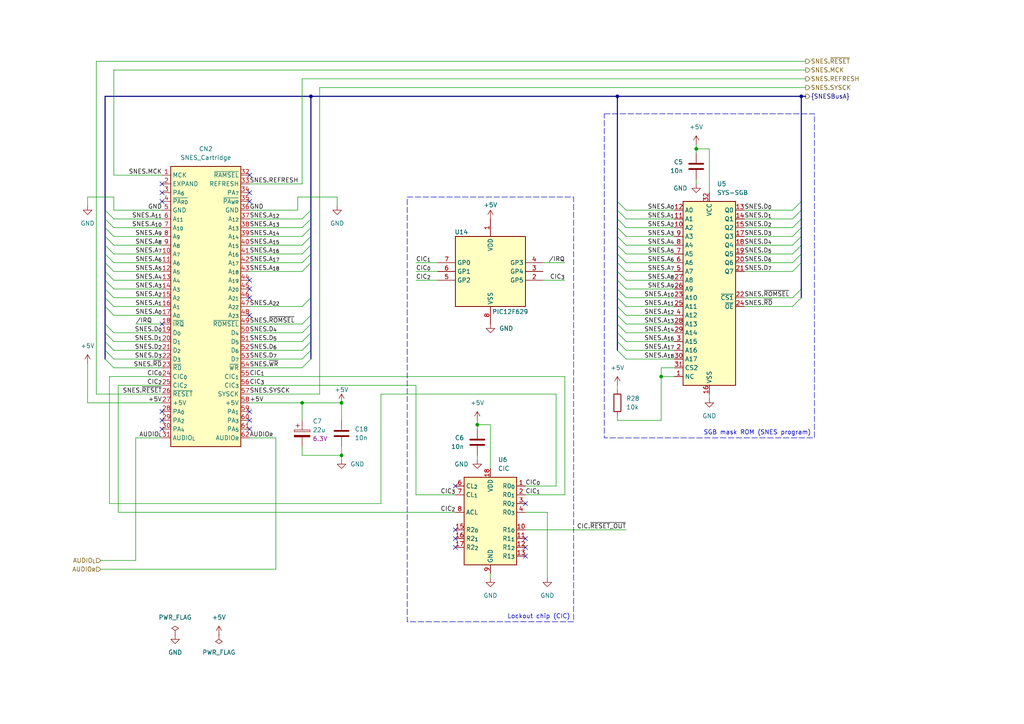
<source format=kicad_sch>
(kicad_sch
	(version 20231120)
	(generator "eeschema")
	(generator_version "8.0")
	(uuid "dc497990-7708-4b88-a48b-7c25ea630434")
	(paper "A4")
	(title_block
		(title "SGB-MBC5-01")
		(date "2024-04-03")
		(rev "1.0")
		(company "https://github.com/MouseBiteLabs")
		(comment 1 "Adapted from: https://github.com/gekkio/gb-schematics")
	)
	(lib_symbols
		(symbol "Bucketmouse_Nintendo:PIC12F629"
			(exclude_from_sim no)
			(in_bom yes)
			(on_board yes)
			(property "Reference" "U"
				(at 1.27 13.97 0)
				(effects
					(font
						(size 1.27 1.27)
					)
					(justify left)
				)
			)
			(property "Value" "PIC12F629"
				(at 1.27 11.43 0)
				(effects
					(font
						(size 1.27 1.27)
					)
					(justify left)
				)
			)
			(property "Footprint" "Package_DIP:DIP-8_W7.62mm"
				(at 1.27 -12.065 0)
				(effects
					(font
						(size 1.27 1.27)
						(italic yes)
					)
					(justify left)
					(hide yes)
				)
			)
			(property "Datasheet" "https://ww1.microchip.com/downloads/en/DeviceDoc/41190G.pdf"
				(at 1.27 -14.605 0)
				(effects
					(font
						(size 1.27 1.27)
					)
					(justify left)
					(hide yes)
				)
			)
			(property "Description" "1024W Flash, 64B SRAM, 128B EEPROM, PDIP-8"
				(at 0 0 0)
				(effects
					(font
						(size 1.27 1.27)
					)
					(hide yes)
				)
			)
			(property "ki_keywords" "FLASH-Based 8-Bit CMOS Microcontroller"
				(at 0 0 0)
				(effects
					(font
						(size 1.27 1.27)
					)
					(hide yes)
				)
			)
			(property "ki_fp_filters" "DIP*W7.62mm*"
				(at 0 0 0)
				(effects
					(font
						(size 1.27 1.27)
					)
					(hide yes)
				)
			)
			(symbol "PIC12F629_0_1"
				(rectangle
					(start 10.16 -10.16)
					(end -10.16 10.16)
					(stroke
						(width 0.254)
						(type default)
					)
					(fill
						(type background)
					)
				)
			)
			(symbol "PIC12F629_1_1"
				(pin power_in line
					(at 0 15.24 270)
					(length 5.08)
					(name "VDD"
						(effects
							(font
								(size 1.27 1.27)
							)
						)
					)
					(number "1"
						(effects
							(font
								(size 1.27 1.27)
							)
						)
					)
				)
				(pin bidirectional line
					(at 15.24 -2.54 180)
					(length 5.08)
					(name "GP5"
						(effects
							(font
								(size 1.27 1.27)
							)
						)
					)
					(number "2"
						(effects
							(font
								(size 1.27 1.27)
							)
						)
					)
				)
				(pin bidirectional line
					(at 15.24 0 180)
					(length 5.08)
					(name "GP4"
						(effects
							(font
								(size 1.27 1.27)
							)
						)
					)
					(number "3"
						(effects
							(font
								(size 1.27 1.27)
							)
						)
					)
				)
				(pin input line
					(at 15.24 2.54 180)
					(length 5.08)
					(name "GP3"
						(effects
							(font
								(size 1.27 1.27)
							)
						)
					)
					(number "4"
						(effects
							(font
								(size 1.27 1.27)
							)
						)
					)
				)
				(pin bidirectional line
					(at -15.24 -2.54 0)
					(length 5.08)
					(name "GP2"
						(effects
							(font
								(size 1.27 1.27)
							)
						)
					)
					(number "5"
						(effects
							(font
								(size 1.27 1.27)
							)
						)
					)
				)
				(pin bidirectional line
					(at -15.24 0 0)
					(length 5.08)
					(name "GP1"
						(effects
							(font
								(size 1.27 1.27)
							)
						)
					)
					(number "6"
						(effects
							(font
								(size 1.27 1.27)
							)
						)
					)
				)
				(pin bidirectional line
					(at -15.24 2.54 0)
					(length 5.08)
					(name "GP0"
						(effects
							(font
								(size 1.27 1.27)
							)
						)
					)
					(number "7"
						(effects
							(font
								(size 1.27 1.27)
							)
						)
					)
				)
				(pin power_in line
					(at 0 -15.24 90)
					(length 5.08)
					(name "VSS"
						(effects
							(font
								(size 1.27 1.27)
							)
						)
					)
					(number "8"
						(effects
							(font
								(size 1.27 1.27)
							)
						)
					)
				)
			)
		)
		(symbol "Device:C"
			(pin_numbers hide)
			(pin_names
				(offset 0.254)
			)
			(exclude_from_sim no)
			(in_bom yes)
			(on_board yes)
			(property "Reference" "C"
				(at 0.635 2.54 0)
				(effects
					(font
						(size 1.27 1.27)
					)
					(justify left)
				)
			)
			(property "Value" "C"
				(at 0.635 -2.54 0)
				(effects
					(font
						(size 1.27 1.27)
					)
					(justify left)
				)
			)
			(property "Footprint" ""
				(at 0.9652 -3.81 0)
				(effects
					(font
						(size 1.27 1.27)
					)
					(hide yes)
				)
			)
			(property "Datasheet" "~"
				(at 0 0 0)
				(effects
					(font
						(size 1.27 1.27)
					)
					(hide yes)
				)
			)
			(property "Description" "Unpolarized capacitor"
				(at 0 0 0)
				(effects
					(font
						(size 1.27 1.27)
					)
					(hide yes)
				)
			)
			(property "ki_keywords" "cap capacitor"
				(at 0 0 0)
				(effects
					(font
						(size 1.27 1.27)
					)
					(hide yes)
				)
			)
			(property "ki_fp_filters" "C_*"
				(at 0 0 0)
				(effects
					(font
						(size 1.27 1.27)
					)
					(hide yes)
				)
			)
			(symbol "C_0_1"
				(polyline
					(pts
						(xy -2.032 -0.762) (xy 2.032 -0.762)
					)
					(stroke
						(width 0.508)
						(type default)
					)
					(fill
						(type none)
					)
				)
				(polyline
					(pts
						(xy -2.032 0.762) (xy 2.032 0.762)
					)
					(stroke
						(width 0.508)
						(type default)
					)
					(fill
						(type none)
					)
				)
			)
			(symbol "C_1_1"
				(pin passive line
					(at 0 3.81 270)
					(length 2.794)
					(name "~"
						(effects
							(font
								(size 1.27 1.27)
							)
						)
					)
					(number "1"
						(effects
							(font
								(size 1.27 1.27)
							)
						)
					)
				)
				(pin passive line
					(at 0 -3.81 90)
					(length 2.794)
					(name "~"
						(effects
							(font
								(size 1.27 1.27)
							)
						)
					)
					(number "2"
						(effects
							(font
								(size 1.27 1.27)
							)
						)
					)
				)
			)
		)
		(symbol "Device:C_Polarized"
			(pin_numbers hide)
			(pin_names
				(offset 0.254)
			)
			(exclude_from_sim no)
			(in_bom yes)
			(on_board yes)
			(property "Reference" "C"
				(at 0.635 2.54 0)
				(effects
					(font
						(size 1.27 1.27)
					)
					(justify left)
				)
			)
			(property "Value" "C_Polarized"
				(at 0.635 -2.54 0)
				(effects
					(font
						(size 1.27 1.27)
					)
					(justify left)
				)
			)
			(property "Footprint" ""
				(at 0.9652 -3.81 0)
				(effects
					(font
						(size 1.27 1.27)
					)
					(hide yes)
				)
			)
			(property "Datasheet" "~"
				(at 0 0 0)
				(effects
					(font
						(size 1.27 1.27)
					)
					(hide yes)
				)
			)
			(property "Description" "Polarized capacitor"
				(at 0 0 0)
				(effects
					(font
						(size 1.27 1.27)
					)
					(hide yes)
				)
			)
			(property "ki_keywords" "cap capacitor"
				(at 0 0 0)
				(effects
					(font
						(size 1.27 1.27)
					)
					(hide yes)
				)
			)
			(property "ki_fp_filters" "CP_*"
				(at 0 0 0)
				(effects
					(font
						(size 1.27 1.27)
					)
					(hide yes)
				)
			)
			(symbol "C_Polarized_0_1"
				(rectangle
					(start -2.286 0.508)
					(end 2.286 1.016)
					(stroke
						(width 0)
						(type default)
					)
					(fill
						(type none)
					)
				)
				(polyline
					(pts
						(xy -1.778 2.286) (xy -0.762 2.286)
					)
					(stroke
						(width 0)
						(type default)
					)
					(fill
						(type none)
					)
				)
				(polyline
					(pts
						(xy -1.27 2.794) (xy -1.27 1.778)
					)
					(stroke
						(width 0)
						(type default)
					)
					(fill
						(type none)
					)
				)
				(rectangle
					(start 2.286 -0.508)
					(end -2.286 -1.016)
					(stroke
						(width 0)
						(type default)
					)
					(fill
						(type outline)
					)
				)
			)
			(symbol "C_Polarized_1_1"
				(pin passive line
					(at 0 3.81 270)
					(length 2.794)
					(name "~"
						(effects
							(font
								(size 1.27 1.27)
							)
						)
					)
					(number "1"
						(effects
							(font
								(size 1.27 1.27)
							)
						)
					)
				)
				(pin passive line
					(at 0 -3.81 90)
					(length 2.794)
					(name "~"
						(effects
							(font
								(size 1.27 1.27)
							)
						)
					)
					(number "2"
						(effects
							(font
								(size 1.27 1.27)
							)
						)
					)
				)
			)
		)
		(symbol "Device:R"
			(pin_numbers hide)
			(pin_names
				(offset 0)
			)
			(exclude_from_sim no)
			(in_bom yes)
			(on_board yes)
			(property "Reference" "R"
				(at 2.032 0 90)
				(effects
					(font
						(size 1.27 1.27)
					)
				)
			)
			(property "Value" "R"
				(at 0 0 90)
				(effects
					(font
						(size 1.27 1.27)
					)
				)
			)
			(property "Footprint" ""
				(at -1.778 0 90)
				(effects
					(font
						(size 1.27 1.27)
					)
					(hide yes)
				)
			)
			(property "Datasheet" "~"
				(at 0 0 0)
				(effects
					(font
						(size 1.27 1.27)
					)
					(hide yes)
				)
			)
			(property "Description" "Resistor"
				(at 0 0 0)
				(effects
					(font
						(size 1.27 1.27)
					)
					(hide yes)
				)
			)
			(property "ki_keywords" "R res resistor"
				(at 0 0 0)
				(effects
					(font
						(size 1.27 1.27)
					)
					(hide yes)
				)
			)
			(property "ki_fp_filters" "R_*"
				(at 0 0 0)
				(effects
					(font
						(size 1.27 1.27)
					)
					(hide yes)
				)
			)
			(symbol "R_0_1"
				(rectangle
					(start -1.016 -2.54)
					(end 1.016 2.54)
					(stroke
						(width 0.254)
						(type default)
					)
					(fill
						(type none)
					)
				)
			)
			(symbol "R_1_1"
				(pin passive line
					(at 0 3.81 270)
					(length 1.27)
					(name "~"
						(effects
							(font
								(size 1.27 1.27)
							)
						)
					)
					(number "1"
						(effects
							(font
								(size 1.27 1.27)
							)
						)
					)
				)
				(pin passive line
					(at 0 -3.81 90)
					(length 1.27)
					(name "~"
						(effects
							(font
								(size 1.27 1.27)
							)
						)
					)
					(number "2"
						(effects
							(font
								(size 1.27 1.27)
							)
						)
					)
				)
			)
		)
		(symbol "Gekkio_Connector_Specialized:SNES_Cartridge"
			(exclude_from_sim no)
			(in_bom yes)
			(on_board yes)
			(property "Reference" "J"
				(at 0 43.18 0)
				(effects
					(font
						(size 1.27 1.27)
					)
				)
			)
			(property "Value" "SNES_Cartridge"
				(at 0 -43.18 0)
				(effects
					(font
						(size 1.27 1.27)
					)
				)
			)
			(property "Footprint" ""
				(at 1.27 21.59 0)
				(effects
					(font
						(size 1.27 1.27)
					)
					(hide yes)
				)
			)
			(property "Datasheet" ""
				(at 1.27 21.59 0)
				(effects
					(font
						(size 1.27 1.27)
					)
					(hide yes)
				)
			)
			(property "Description" "SNES/SFC cartridge edge connector"
				(at 0 0 0)
				(effects
					(font
						(size 1.27 1.27)
					)
					(hide yes)
				)
			)
			(symbol "SNES_Cartridge_1_1"
				(rectangle
					(start -10.16 40.64)
					(end 10.16 -40.64)
					(stroke
						(width 0.254)
						(type default)
					)
					(fill
						(type background)
					)
				)
				(pin passive line
					(at -12.7 38.1 0)
					(length 2.54)
					(name "MCK"
						(effects
							(font
								(size 1.27 1.27)
							)
						)
					)
					(number "1"
						(effects
							(font
								(size 1.27 1.27)
							)
						)
					)
				)
				(pin passive line
					(at -12.7 15.24 0)
					(length 2.54)
					(name "A_{7}"
						(effects
							(font
								(size 1.27 1.27)
							)
						)
					)
					(number "10"
						(effects
							(font
								(size 1.27 1.27)
							)
						)
					)
				)
				(pin passive line
					(at -12.7 12.7 0)
					(length 2.54)
					(name "A_{6}"
						(effects
							(font
								(size 1.27 1.27)
							)
						)
					)
					(number "11"
						(effects
							(font
								(size 1.27 1.27)
							)
						)
					)
				)
				(pin passive line
					(at -12.7 10.16 0)
					(length 2.54)
					(name "A_{5}"
						(effects
							(font
								(size 1.27 1.27)
							)
						)
					)
					(number "12"
						(effects
							(font
								(size 1.27 1.27)
							)
						)
					)
				)
				(pin passive line
					(at -12.7 7.62 0)
					(length 2.54)
					(name "A_{4}"
						(effects
							(font
								(size 1.27 1.27)
							)
						)
					)
					(number "13"
						(effects
							(font
								(size 1.27 1.27)
							)
						)
					)
				)
				(pin passive line
					(at -12.7 5.08 0)
					(length 2.54)
					(name "A_{3}"
						(effects
							(font
								(size 1.27 1.27)
							)
						)
					)
					(number "14"
						(effects
							(font
								(size 1.27 1.27)
							)
						)
					)
				)
				(pin passive line
					(at -12.7 2.54 0)
					(length 2.54)
					(name "A_{2}"
						(effects
							(font
								(size 1.27 1.27)
							)
						)
					)
					(number "15"
						(effects
							(font
								(size 1.27 1.27)
							)
						)
					)
				)
				(pin passive line
					(at -12.7 0 0)
					(length 2.54)
					(name "A_{1}"
						(effects
							(font
								(size 1.27 1.27)
							)
						)
					)
					(number "16"
						(effects
							(font
								(size 1.27 1.27)
							)
						)
					)
				)
				(pin passive line
					(at -12.7 -2.54 0)
					(length 2.54)
					(name "A_{0}"
						(effects
							(font
								(size 1.27 1.27)
							)
						)
					)
					(number "17"
						(effects
							(font
								(size 1.27 1.27)
							)
						)
					)
				)
				(pin passive line
					(at -12.7 -5.08 0)
					(length 2.54)
					(name "~{IRQ}"
						(effects
							(font
								(size 1.27 1.27)
							)
						)
					)
					(number "18"
						(effects
							(font
								(size 1.27 1.27)
							)
						)
					)
				)
				(pin passive line
					(at -12.7 -7.62 0)
					(length 2.54)
					(name "D_{0}"
						(effects
							(font
								(size 1.27 1.27)
							)
						)
					)
					(number "19"
						(effects
							(font
								(size 1.27 1.27)
							)
						)
					)
				)
				(pin passive line
					(at -12.7 35.56 0)
					(length 2.54)
					(name "EXPAND"
						(effects
							(font
								(size 1.27 1.27)
							)
						)
					)
					(number "2"
						(effects
							(font
								(size 1.27 1.27)
							)
						)
					)
				)
				(pin passive line
					(at -12.7 -10.16 0)
					(length 2.54)
					(name "D_{1}"
						(effects
							(font
								(size 1.27 1.27)
							)
						)
					)
					(number "20"
						(effects
							(font
								(size 1.27 1.27)
							)
						)
					)
				)
				(pin passive line
					(at -12.7 -12.7 0)
					(length 2.54)
					(name "D_{2}"
						(effects
							(font
								(size 1.27 1.27)
							)
						)
					)
					(number "21"
						(effects
							(font
								(size 1.27 1.27)
							)
						)
					)
				)
				(pin passive line
					(at -12.7 -15.24 0)
					(length 2.54)
					(name "D_{3}"
						(effects
							(font
								(size 1.27 1.27)
							)
						)
					)
					(number "22"
						(effects
							(font
								(size 1.27 1.27)
							)
						)
					)
				)
				(pin passive line
					(at -12.7 -17.78 0)
					(length 2.54)
					(name "~{RD}"
						(effects
							(font
								(size 1.27 1.27)
							)
						)
					)
					(number "23"
						(effects
							(font
								(size 1.27 1.27)
							)
						)
					)
				)
				(pin passive line
					(at -12.7 -20.32 0)
					(length 2.54)
					(name "CIC_{0}"
						(effects
							(font
								(size 1.27 1.27)
							)
						)
					)
					(number "24"
						(effects
							(font
								(size 1.27 1.27)
							)
						)
					)
				)
				(pin passive line
					(at -12.7 -22.86 0)
					(length 2.54)
					(name "CIC_{2}"
						(effects
							(font
								(size 1.27 1.27)
							)
						)
					)
					(number "25"
						(effects
							(font
								(size 1.27 1.27)
							)
						)
					)
				)
				(pin passive line
					(at -12.7 -25.4 0)
					(length 2.54)
					(name "~{RESET}"
						(effects
							(font
								(size 1.27 1.27)
							)
						)
					)
					(number "26"
						(effects
							(font
								(size 1.27 1.27)
							)
						)
					)
				)
				(pin passive line
					(at -12.7 -27.94 0)
					(length 2.54)
					(name "+5V"
						(effects
							(font
								(size 1.27 1.27)
							)
						)
					)
					(number "27"
						(effects
							(font
								(size 1.27 1.27)
							)
						)
					)
				)
				(pin passive line
					(at -12.7 -30.48 0)
					(length 2.54)
					(name "PA_{0}"
						(effects
							(font
								(size 1.27 1.27)
							)
						)
					)
					(number "28"
						(effects
							(font
								(size 1.27 1.27)
							)
						)
					)
				)
				(pin passive line
					(at -12.7 -33.02 0)
					(length 2.54)
					(name "PA_{2}"
						(effects
							(font
								(size 1.27 1.27)
							)
						)
					)
					(number "29"
						(effects
							(font
								(size 1.27 1.27)
							)
						)
					)
				)
				(pin passive line
					(at -12.7 33.02 0)
					(length 2.54)
					(name "PA_{6}"
						(effects
							(font
								(size 1.27 1.27)
							)
						)
					)
					(number "3"
						(effects
							(font
								(size 1.27 1.27)
							)
						)
					)
				)
				(pin passive line
					(at -12.7 -35.56 0)
					(length 2.54)
					(name "PA_{4}"
						(effects
							(font
								(size 1.27 1.27)
							)
						)
					)
					(number "30"
						(effects
							(font
								(size 1.27 1.27)
							)
						)
					)
				)
				(pin passive line
					(at -12.7 -38.1 0)
					(length 2.54)
					(name "AUDIO_{L}"
						(effects
							(font
								(size 1.27 1.27)
							)
						)
					)
					(number "31"
						(effects
							(font
								(size 1.27 1.27)
							)
						)
					)
				)
				(pin passive line
					(at 12.7 38.1 180)
					(length 2.54)
					(name "~{RAMSEL}"
						(effects
							(font
								(size 1.27 1.27)
							)
						)
					)
					(number "32"
						(effects
							(font
								(size 1.27 1.27)
							)
						)
					)
				)
				(pin passive line
					(at 12.7 35.56 180)
					(length 2.54)
					(name "REFRESH"
						(effects
							(font
								(size 1.27 1.27)
							)
						)
					)
					(number "33"
						(effects
							(font
								(size 1.27 1.27)
							)
						)
					)
				)
				(pin passive line
					(at 12.7 33.02 180)
					(length 2.54)
					(name "PA_{7}"
						(effects
							(font
								(size 1.27 1.27)
							)
						)
					)
					(number "34"
						(effects
							(font
								(size 1.27 1.27)
							)
						)
					)
				)
				(pin passive line
					(at 12.7 30.48 180)
					(length 2.54)
					(name "~{PA_{WR}}"
						(effects
							(font
								(size 1.27 1.27)
							)
						)
					)
					(number "35"
						(effects
							(font
								(size 1.27 1.27)
							)
						)
					)
				)
				(pin passive line
					(at 12.7 27.94 180)
					(length 2.54)
					(name "GND"
						(effects
							(font
								(size 1.27 1.27)
							)
						)
					)
					(number "36"
						(effects
							(font
								(size 1.27 1.27)
							)
						)
					)
				)
				(pin passive line
					(at 12.7 25.4 180)
					(length 2.54)
					(name "A_{12}"
						(effects
							(font
								(size 1.27 1.27)
							)
						)
					)
					(number "37"
						(effects
							(font
								(size 1.27 1.27)
							)
						)
					)
				)
				(pin passive line
					(at 12.7 22.86 180)
					(length 2.54)
					(name "A_{13}"
						(effects
							(font
								(size 1.27 1.27)
							)
						)
					)
					(number "38"
						(effects
							(font
								(size 1.27 1.27)
							)
						)
					)
				)
				(pin passive line
					(at 12.7 20.32 180)
					(length 2.54)
					(name "A_{14}"
						(effects
							(font
								(size 1.27 1.27)
							)
						)
					)
					(number "39"
						(effects
							(font
								(size 1.27 1.27)
							)
						)
					)
				)
				(pin passive line
					(at -12.7 30.48 0)
					(length 2.54)
					(name "~{PA_{RD}}"
						(effects
							(font
								(size 1.27 1.27)
							)
						)
					)
					(number "4"
						(effects
							(font
								(size 1.27 1.27)
							)
						)
					)
				)
				(pin passive line
					(at 12.7 17.78 180)
					(length 2.54)
					(name "A_{15}"
						(effects
							(font
								(size 1.27 1.27)
							)
						)
					)
					(number "40"
						(effects
							(font
								(size 1.27 1.27)
							)
						)
					)
				)
				(pin passive line
					(at 12.7 15.24 180)
					(length 2.54)
					(name "A_{16}"
						(effects
							(font
								(size 1.27 1.27)
							)
						)
					)
					(number "41"
						(effects
							(font
								(size 1.27 1.27)
							)
						)
					)
				)
				(pin passive line
					(at 12.7 12.7 180)
					(length 2.54)
					(name "A_{17}"
						(effects
							(font
								(size 1.27 1.27)
							)
						)
					)
					(number "42"
						(effects
							(font
								(size 1.27 1.27)
							)
						)
					)
				)
				(pin passive line
					(at 12.7 10.16 180)
					(length 2.54)
					(name "A_{18}"
						(effects
							(font
								(size 1.27 1.27)
							)
						)
					)
					(number "43"
						(effects
							(font
								(size 1.27 1.27)
							)
						)
					)
				)
				(pin passive line
					(at 12.7 7.62 180)
					(length 2.54)
					(name "A_{19}"
						(effects
							(font
								(size 1.27 1.27)
							)
						)
					)
					(number "44"
						(effects
							(font
								(size 1.27 1.27)
							)
						)
					)
				)
				(pin passive line
					(at 12.7 5.08 180)
					(length 2.54)
					(name "A_{20}"
						(effects
							(font
								(size 1.27 1.27)
							)
						)
					)
					(number "45"
						(effects
							(font
								(size 1.27 1.27)
							)
						)
					)
				)
				(pin passive line
					(at 12.7 2.54 180)
					(length 2.54)
					(name "A_{21}"
						(effects
							(font
								(size 1.27 1.27)
							)
						)
					)
					(number "46"
						(effects
							(font
								(size 1.27 1.27)
							)
						)
					)
				)
				(pin passive line
					(at 12.7 0 180)
					(length 2.54)
					(name "A_{22}"
						(effects
							(font
								(size 1.27 1.27)
							)
						)
					)
					(number "47"
						(effects
							(font
								(size 1.27 1.27)
							)
						)
					)
				)
				(pin passive line
					(at 12.7 -2.54 180)
					(length 2.54)
					(name "A_{23}"
						(effects
							(font
								(size 1.27 1.27)
							)
						)
					)
					(number "48"
						(effects
							(font
								(size 1.27 1.27)
							)
						)
					)
				)
				(pin passive line
					(at 12.7 -5.08 180)
					(length 2.54)
					(name "~{ROMSEL}"
						(effects
							(font
								(size 1.27 1.27)
							)
						)
					)
					(number "49"
						(effects
							(font
								(size 1.27 1.27)
							)
						)
					)
				)
				(pin passive line
					(at -12.7 27.94 0)
					(length 2.54)
					(name "GND"
						(effects
							(font
								(size 1.27 1.27)
							)
						)
					)
					(number "5"
						(effects
							(font
								(size 1.27 1.27)
							)
						)
					)
				)
				(pin passive line
					(at 12.7 -7.62 180)
					(length 2.54)
					(name "D_{4}"
						(effects
							(font
								(size 1.27 1.27)
							)
						)
					)
					(number "50"
						(effects
							(font
								(size 1.27 1.27)
							)
						)
					)
				)
				(pin passive line
					(at 12.7 -10.16 180)
					(length 2.54)
					(name "D_{5}"
						(effects
							(font
								(size 1.27 1.27)
							)
						)
					)
					(number "51"
						(effects
							(font
								(size 1.27 1.27)
							)
						)
					)
				)
				(pin passive line
					(at 12.7 -12.7 180)
					(length 2.54)
					(name "D_{6}"
						(effects
							(font
								(size 1.27 1.27)
							)
						)
					)
					(number "52"
						(effects
							(font
								(size 1.27 1.27)
							)
						)
					)
				)
				(pin passive line
					(at 12.7 -15.24 180)
					(length 2.54)
					(name "D_{7}"
						(effects
							(font
								(size 1.27 1.27)
							)
						)
					)
					(number "53"
						(effects
							(font
								(size 1.27 1.27)
							)
						)
					)
				)
				(pin passive line
					(at 12.7 -17.78 180)
					(length 2.54)
					(name "~{WR}"
						(effects
							(font
								(size 1.27 1.27)
							)
						)
					)
					(number "54"
						(effects
							(font
								(size 1.27 1.27)
							)
						)
					)
				)
				(pin passive line
					(at 12.7 -20.32 180)
					(length 2.54)
					(name "CIC_{1}"
						(effects
							(font
								(size 1.27 1.27)
							)
						)
					)
					(number "55"
						(effects
							(font
								(size 1.27 1.27)
							)
						)
					)
				)
				(pin passive line
					(at 12.7 -22.86 180)
					(length 2.54)
					(name "CIC_{3}"
						(effects
							(font
								(size 1.27 1.27)
							)
						)
					)
					(number "56"
						(effects
							(font
								(size 1.27 1.27)
							)
						)
					)
				)
				(pin passive line
					(at 12.7 -25.4 180)
					(length 2.54)
					(name "SYSCK"
						(effects
							(font
								(size 1.27 1.27)
							)
						)
					)
					(number "57"
						(effects
							(font
								(size 1.27 1.27)
							)
						)
					)
				)
				(pin passive line
					(at 12.7 -27.94 180)
					(length 2.54)
					(name "+5V"
						(effects
							(font
								(size 1.27 1.27)
							)
						)
					)
					(number "58"
						(effects
							(font
								(size 1.27 1.27)
							)
						)
					)
				)
				(pin passive line
					(at 12.7 -30.48 180)
					(length 2.54)
					(name "PA_{1}"
						(effects
							(font
								(size 1.27 1.27)
							)
						)
					)
					(number "59"
						(effects
							(font
								(size 1.27 1.27)
							)
						)
					)
				)
				(pin passive line
					(at -12.7 25.4 0)
					(length 2.54)
					(name "A_{11}"
						(effects
							(font
								(size 1.27 1.27)
							)
						)
					)
					(number "6"
						(effects
							(font
								(size 1.27 1.27)
							)
						)
					)
				)
				(pin passive line
					(at 12.7 -33.02 180)
					(length 2.54)
					(name "PA_{3}"
						(effects
							(font
								(size 1.27 1.27)
							)
						)
					)
					(number "60"
						(effects
							(font
								(size 1.27 1.27)
							)
						)
					)
				)
				(pin passive line
					(at 12.7 -35.56 180)
					(length 2.54)
					(name "PA_{5}"
						(effects
							(font
								(size 1.27 1.27)
							)
						)
					)
					(number "61"
						(effects
							(font
								(size 1.27 1.27)
							)
						)
					)
				)
				(pin passive line
					(at 12.7 -38.1 180)
					(length 2.54)
					(name "AUDIO_{R}"
						(effects
							(font
								(size 1.27 1.27)
							)
						)
					)
					(number "62"
						(effects
							(font
								(size 1.27 1.27)
							)
						)
					)
				)
				(pin passive line
					(at -12.7 22.86 0)
					(length 2.54)
					(name "A_{10}"
						(effects
							(font
								(size 1.27 1.27)
							)
						)
					)
					(number "7"
						(effects
							(font
								(size 1.27 1.27)
							)
						)
					)
				)
				(pin passive line
					(at -12.7 20.32 0)
					(length 2.54)
					(name "A_{9}"
						(effects
							(font
								(size 1.27 1.27)
							)
						)
					)
					(number "8"
						(effects
							(font
								(size 1.27 1.27)
							)
						)
					)
				)
				(pin passive line
					(at -12.7 17.78 0)
					(length 2.54)
					(name "A_{8}"
						(effects
							(font
								(size 1.27 1.27)
							)
						)
					)
					(number "9"
						(effects
							(font
								(size 1.27 1.27)
							)
						)
					)
				)
			)
		)
		(symbol "Gekkio_Interface:F411A"
			(exclude_from_sim no)
			(in_bom yes)
			(on_board yes)
			(property "Reference" "U"
				(at -7.62 13.97 0)
				(effects
					(font
						(size 1.27 1.27)
					)
				)
			)
			(property "Value" "F411A"
				(at 5.08 13.97 0)
				(effects
					(font
						(size 1.27 1.27)
					)
				)
			)
			(property "Footprint" ""
				(at -7.62 -25.4 0)
				(effects
					(font
						(size 1.27 1.27)
					)
					(hide yes)
				)
			)
			(property "Datasheet" ""
				(at -7.62 -25.4 0)
				(effects
					(font
						(size 1.27 1.27)
					)
					(hide yes)
				)
			)
			(property "Description" "Nintendo F411A, SNES CIC chip (Sharp SM595), SSOP-18"
				(at 0 0 0)
				(effects
					(font
						(size 1.27 1.27)
					)
					(hide yes)
				)
			)
			(property "ki_keywords" "snes sfc lockout cic"
				(at 0 0 0)
				(effects
					(font
						(size 1.27 1.27)
					)
					(hide yes)
				)
			)
			(symbol "F411A_1_1"
				(rectangle
					(start -7.62 12.7)
					(end 7.62 -12.7)
					(stroke
						(width 0.254)
						(type default)
					)
					(fill
						(type background)
					)
				)
				(pin bidirectional line
					(at 10.16 10.16 180)
					(length 2.54)
					(name "R0_{0}"
						(effects
							(font
								(size 1.27 1.27)
							)
						)
					)
					(number "1"
						(effects
							(font
								(size 1.27 1.27)
							)
						)
					)
				)
				(pin bidirectional line
					(at 10.16 -2.54 180)
					(length 2.54)
					(name "R1_{0}"
						(effects
							(font
								(size 1.27 1.27)
							)
						)
					)
					(number "10"
						(effects
							(font
								(size 1.27 1.27)
							)
						)
					)
				)
				(pin bidirectional line
					(at 10.16 -5.08 180)
					(length 2.54)
					(name "R1_{1}"
						(effects
							(font
								(size 1.27 1.27)
							)
						)
					)
					(number "11"
						(effects
							(font
								(size 1.27 1.27)
							)
						)
					)
				)
				(pin bidirectional line
					(at 10.16 -7.62 180)
					(length 2.54)
					(name "R1_{2}"
						(effects
							(font
								(size 1.27 1.27)
							)
						)
					)
					(number "12"
						(effects
							(font
								(size 1.27 1.27)
							)
						)
					)
				)
				(pin bidirectional line
					(at 10.16 -10.16 180)
					(length 2.54)
					(name "R1_{3}"
						(effects
							(font
								(size 1.27 1.27)
							)
						)
					)
					(number "13"
						(effects
							(font
								(size 1.27 1.27)
							)
						)
					)
				)
				(pin no_connect line
					(at -7.62 0 0)
					(length 2.54) hide
					(name "NC"
						(effects
							(font
								(size 1.27 1.27)
							)
						)
					)
					(number "14"
						(effects
							(font
								(size 1.27 1.27)
							)
						)
					)
				)
				(pin bidirectional line
					(at -10.16 -2.54 0)
					(length 2.54)
					(name "R2_{0}"
						(effects
							(font
								(size 1.27 1.27)
							)
						)
					)
					(number "15"
						(effects
							(font
								(size 1.27 1.27)
							)
						)
					)
				)
				(pin bidirectional line
					(at -10.16 -5.08 0)
					(length 2.54)
					(name "R2_{1}"
						(effects
							(font
								(size 1.27 1.27)
							)
						)
					)
					(number "16"
						(effects
							(font
								(size 1.27 1.27)
							)
						)
					)
				)
				(pin bidirectional line
					(at -10.16 -7.62 0)
					(length 2.54)
					(name "R2_{2}"
						(effects
							(font
								(size 1.27 1.27)
							)
						)
					)
					(number "17"
						(effects
							(font
								(size 1.27 1.27)
							)
						)
					)
				)
				(pin power_in line
					(at 0 15.24 270)
					(length 2.54)
					(name "VDD"
						(effects
							(font
								(size 1.27 1.27)
							)
						)
					)
					(number "18"
						(effects
							(font
								(size 1.27 1.27)
							)
						)
					)
				)
				(pin bidirectional line
					(at 10.16 7.62 180)
					(length 2.54)
					(name "R0_{1}"
						(effects
							(font
								(size 1.27 1.27)
							)
						)
					)
					(number "2"
						(effects
							(font
								(size 1.27 1.27)
							)
						)
					)
				)
				(pin bidirectional line
					(at 10.16 5.08 180)
					(length 2.54)
					(name "R0_{2}"
						(effects
							(font
								(size 1.27 1.27)
							)
						)
					)
					(number "3"
						(effects
							(font
								(size 1.27 1.27)
							)
						)
					)
				)
				(pin bidirectional line
					(at 10.16 2.54 180)
					(length 2.54)
					(name "R0_{3}"
						(effects
							(font
								(size 1.27 1.27)
							)
						)
					)
					(number "4"
						(effects
							(font
								(size 1.27 1.27)
							)
						)
					)
				)
				(pin no_connect line
					(at -7.62 -10.16 0)
					(length 2.54) hide
					(name "NC"
						(effects
							(font
								(size 1.27 1.27)
							)
						)
					)
					(number "5"
						(effects
							(font
								(size 1.27 1.27)
							)
						)
					)
				)
				(pin output line
					(at -10.16 10.16 0)
					(length 2.54)
					(name "CL_{2}"
						(effects
							(font
								(size 1.27 1.27)
							)
						)
					)
					(number "6"
						(effects
							(font
								(size 1.27 1.27)
							)
						)
					)
				)
				(pin input line
					(at -10.16 7.62 0)
					(length 2.54)
					(name "CL_{1}"
						(effects
							(font
								(size 1.27 1.27)
							)
						)
					)
					(number "7"
						(effects
							(font
								(size 1.27 1.27)
							)
						)
					)
				)
				(pin input line
					(at -10.16 2.54 0)
					(length 2.54)
					(name "ACL"
						(effects
							(font
								(size 1.27 1.27)
							)
						)
					)
					(number "8"
						(effects
							(font
								(size 1.27 1.27)
							)
						)
					)
				)
				(pin power_in line
					(at 0 -15.24 90)
					(length 2.54)
					(name "GND"
						(effects
							(font
								(size 1.27 1.27)
							)
						)
					)
					(number "9"
						(effects
							(font
								(size 1.27 1.27)
							)
						)
					)
				)
			)
		)
		(symbol "Gekkio_Memory_ROM:JESD21-C_3.2.1.5_256k_x8_ROM_SOP-32"
			(exclude_from_sim no)
			(in_bom yes)
			(on_board yes)
			(property "Reference" "U5"
				(at 2.1941 30.48 0)
				(effects
					(font
						(size 1.27 1.27)
					)
					(justify left)
				)
			)
			(property "Value" "SYS-SGB"
				(at 2.1941 27.94 0)
				(effects
					(font
						(size 1.27 1.27)
					)
					(justify left)
				)
			)
			(property "Footprint" "Package_SO:SSOP-32_11.305x20.495mm_P1.27mm"
				(at 0 -44.45 0)
				(effects
					(font
						(size 1.27 1.27)
					)
					(hide yes)
				)
			)
			(property "Datasheet" "https://www.jedec.org/category/technology-focus-area/memory-configurations-jesd21-c"
				(at 0 -41.91 0)
				(effects
					(font
						(size 1.27 1.27)
					)
					(hide yes)
				)
			)
			(property "Description" ""
				(at 0 0 0)
				(effects
					(font
						(size 1.27 1.27)
					)
					(hide yes)
				)
			)
			(property "ki_keywords" "2mbit mask rom"
				(at 0 0 0)
				(effects
					(font
						(size 1.27 1.27)
					)
					(hide yes)
				)
			)
			(property "ki_fp_filters" "SOP*10.7x20.6mm*P1.27mm*"
				(at 0 0 0)
				(effects
					(font
						(size 1.27 1.27)
					)
					(hide yes)
				)
			)
			(symbol "JESD21-C_3.2.1.5_256k_x8_ROM_SOP-32_0_1"
				(rectangle
					(start -7.62 25.4)
					(end 7.62 -27.94)
					(stroke
						(width 0.254)
						(type default)
					)
					(fill
						(type background)
					)
				)
			)
			(symbol "JESD21-C_3.2.1.5_256k_x8_ROM_SOP-32_1_1"
				(pin unspecified line
					(at -10.16 -25.4 0)
					(length 2.54)
					(name "NC"
						(effects
							(font
								(size 1.27 1.27)
							)
						)
					)
					(number "1"
						(effects
							(font
								(size 1.27 1.27)
							)
						)
					)
				)
				(pin input line
					(at -10.16 17.78 0)
					(length 2.54)
					(name "A2"
						(effects
							(font
								(size 1.27 1.27)
							)
						)
					)
					(number "10"
						(effects
							(font
								(size 1.27 1.27)
							)
						)
					)
				)
				(pin input line
					(at -10.16 20.32 0)
					(length 2.54)
					(name "A1"
						(effects
							(font
								(size 1.27 1.27)
							)
						)
					)
					(number "11"
						(effects
							(font
								(size 1.27 1.27)
							)
						)
					)
				)
				(pin input line
					(at -10.16 22.86 0)
					(length 2.54)
					(name "A0"
						(effects
							(font
								(size 1.27 1.27)
							)
						)
					)
					(number "12"
						(effects
							(font
								(size 1.27 1.27)
							)
						)
					)
				)
				(pin tri_state line
					(at 10.16 22.86 180)
					(length 2.54)
					(name "Q0"
						(effects
							(font
								(size 1.27 1.27)
							)
						)
					)
					(number "13"
						(effects
							(font
								(size 1.27 1.27)
							)
						)
					)
				)
				(pin tri_state line
					(at 10.16 20.32 180)
					(length 2.54)
					(name "Q1"
						(effects
							(font
								(size 1.27 1.27)
							)
						)
					)
					(number "14"
						(effects
							(font
								(size 1.27 1.27)
							)
						)
					)
				)
				(pin tri_state line
					(at 10.16 17.78 180)
					(length 2.54)
					(name "Q2"
						(effects
							(font
								(size 1.27 1.27)
							)
						)
					)
					(number "15"
						(effects
							(font
								(size 1.27 1.27)
							)
						)
					)
				)
				(pin power_in line
					(at 0 -30.48 90)
					(length 2.54)
					(name "VSS"
						(effects
							(font
								(size 1.27 1.27)
							)
						)
					)
					(number "16"
						(effects
							(font
								(size 1.27 1.27)
							)
						)
					)
				)
				(pin tri_state line
					(at 10.16 15.24 180)
					(length 2.54)
					(name "Q3"
						(effects
							(font
								(size 1.27 1.27)
							)
						)
					)
					(number "17"
						(effects
							(font
								(size 1.27 1.27)
							)
						)
					)
				)
				(pin tri_state line
					(at 10.16 12.7 180)
					(length 2.54)
					(name "Q4"
						(effects
							(font
								(size 1.27 1.27)
							)
						)
					)
					(number "18"
						(effects
							(font
								(size 1.27 1.27)
							)
						)
					)
				)
				(pin tri_state line
					(at 10.16 10.16 180)
					(length 2.54)
					(name "Q5"
						(effects
							(font
								(size 1.27 1.27)
							)
						)
					)
					(number "19"
						(effects
							(font
								(size 1.27 1.27)
							)
						)
					)
				)
				(pin input line
					(at -10.16 -17.78 0)
					(length 2.54)
					(name "A16"
						(effects
							(font
								(size 1.27 1.27)
							)
						)
					)
					(number "2"
						(effects
							(font
								(size 1.27 1.27)
							)
						)
					)
				)
				(pin tri_state line
					(at 10.16 7.62 180)
					(length 2.54)
					(name "Q6"
						(effects
							(font
								(size 1.27 1.27)
							)
						)
					)
					(number "20"
						(effects
							(font
								(size 1.27 1.27)
							)
						)
					)
				)
				(pin tri_state line
					(at 10.16 5.08 180)
					(length 2.54)
					(name "Q7"
						(effects
							(font
								(size 1.27 1.27)
							)
						)
					)
					(number "21"
						(effects
							(font
								(size 1.27 1.27)
							)
						)
					)
				)
				(pin input line
					(at 10.16 -2.54 180)
					(length 2.54)
					(name "~{CE}"
						(effects
							(font
								(size 1.27 1.27)
							)
						)
					)
					(number "22"
						(effects
							(font
								(size 1.27 1.27)
							)
						)
					)
					(alternate "~{CS1}" input line)
					(alternate "~{E}" input line)
					(alternate "~{S1}" input line)
				)
				(pin input line
					(at -10.16 -2.54 0)
					(length 2.54)
					(name "A10"
						(effects
							(font
								(size 1.27 1.27)
							)
						)
					)
					(number "23"
						(effects
							(font
								(size 1.27 1.27)
							)
						)
					)
				)
				(pin input line
					(at 10.16 -5.08 180)
					(length 2.54)
					(name "~{OE}"
						(effects
							(font
								(size 1.27 1.27)
							)
						)
					)
					(number "24"
						(effects
							(font
								(size 1.27 1.27)
							)
						)
					)
					(alternate "~{G}" input line)
				)
				(pin input line
					(at -10.16 -5.08 0)
					(length 2.54)
					(name "A11"
						(effects
							(font
								(size 1.27 1.27)
							)
						)
					)
					(number "25"
						(effects
							(font
								(size 1.27 1.27)
							)
						)
					)
				)
				(pin input line
					(at -10.16 0 0)
					(length 2.54)
					(name "A9"
						(effects
							(font
								(size 1.27 1.27)
							)
						)
					)
					(number "26"
						(effects
							(font
								(size 1.27 1.27)
							)
						)
					)
				)
				(pin input line
					(at -10.16 2.54 0)
					(length 2.54)
					(name "A8"
						(effects
							(font
								(size 1.27 1.27)
							)
						)
					)
					(number "27"
						(effects
							(font
								(size 1.27 1.27)
							)
						)
					)
				)
				(pin input line
					(at -10.16 -10.16 0)
					(length 2.54)
					(name "A13"
						(effects
							(font
								(size 1.27 1.27)
							)
						)
					)
					(number "28"
						(effects
							(font
								(size 1.27 1.27)
							)
						)
					)
				)
				(pin input line
					(at -10.16 -12.7 0)
					(length 2.54)
					(name "A14"
						(effects
							(font
								(size 1.27 1.27)
							)
						)
					)
					(number "29"
						(effects
							(font
								(size 1.27 1.27)
							)
						)
					)
				)
				(pin input line
					(at -10.16 -15.24 0)
					(length 2.54)
					(name "A15"
						(effects
							(font
								(size 1.27 1.27)
							)
						)
					)
					(number "3"
						(effects
							(font
								(size 1.27 1.27)
							)
						)
					)
				)
				(pin input line
					(at -10.16 -20.32 0)
					(length 2.54)
					(name "A17"
						(effects
							(font
								(size 1.27 1.27)
							)
						)
					)
					(number "30"
						(effects
							(font
								(size 1.27 1.27)
							)
						)
					)
				)
				(pin unspecified line
					(at -10.16 -22.86 0)
					(length 2.54)
					(name "NC"
						(effects
							(font
								(size 1.27 1.27)
							)
						)
					)
					(number "31"
						(effects
							(font
								(size 1.27 1.27)
							)
						)
					)
					(alternate "CS2" input line)
					(alternate "S2" input line)
					(alternate "~{CS2}" input line)
					(alternate "~{S2}" input line)
				)
				(pin power_in line
					(at 0 27.94 270)
					(length 2.54)
					(name "VCC"
						(effects
							(font
								(size 1.27 1.27)
							)
						)
					)
					(number "32"
						(effects
							(font
								(size 1.27 1.27)
							)
						)
					)
				)
				(pin input line
					(at -10.16 -7.62 0)
					(length 2.54)
					(name "A12"
						(effects
							(font
								(size 1.27 1.27)
							)
						)
					)
					(number "4"
						(effects
							(font
								(size 1.27 1.27)
							)
						)
					)
				)
				(pin input line
					(at -10.16 5.08 0)
					(length 2.54)
					(name "A7"
						(effects
							(font
								(size 1.27 1.27)
							)
						)
					)
					(number "5"
						(effects
							(font
								(size 1.27 1.27)
							)
						)
					)
				)
				(pin input line
					(at -10.16 7.62 0)
					(length 2.54)
					(name "A6"
						(effects
							(font
								(size 1.27 1.27)
							)
						)
					)
					(number "6"
						(effects
							(font
								(size 1.27 1.27)
							)
						)
					)
				)
				(pin input line
					(at -10.16 10.16 0)
					(length 2.54)
					(name "A5"
						(effects
							(font
								(size 1.27 1.27)
							)
						)
					)
					(number "7"
						(effects
							(font
								(size 1.27 1.27)
							)
						)
					)
				)
				(pin input line
					(at -10.16 12.7 0)
					(length 2.54)
					(name "A4"
						(effects
							(font
								(size 1.27 1.27)
							)
						)
					)
					(number "8"
						(effects
							(font
								(size 1.27 1.27)
							)
						)
					)
				)
				(pin input line
					(at -10.16 15.24 0)
					(length 2.54)
					(name "A3"
						(effects
							(font
								(size 1.27 1.27)
							)
						)
					)
					(number "9"
						(effects
							(font
								(size 1.27 1.27)
							)
						)
					)
				)
			)
		)
		(symbol "power:+5V"
			(power)
			(pin_names
				(offset 0)
			)
			(exclude_from_sim no)
			(in_bom yes)
			(on_board yes)
			(property "Reference" "#PWR"
				(at 0 -3.81 0)
				(effects
					(font
						(size 1.27 1.27)
					)
					(hide yes)
				)
			)
			(property "Value" "+5V"
				(at 0 3.556 0)
				(effects
					(font
						(size 1.27 1.27)
					)
				)
			)
			(property "Footprint" ""
				(at 0 0 0)
				(effects
					(font
						(size 1.27 1.27)
					)
					(hide yes)
				)
			)
			(property "Datasheet" ""
				(at 0 0 0)
				(effects
					(font
						(size 1.27 1.27)
					)
					(hide yes)
				)
			)
			(property "Description" "Power symbol creates a global label with name \"+5V\""
				(at 0 0 0)
				(effects
					(font
						(size 1.27 1.27)
					)
					(hide yes)
				)
			)
			(property "ki_keywords" "global power"
				(at 0 0 0)
				(effects
					(font
						(size 1.27 1.27)
					)
					(hide yes)
				)
			)
			(symbol "+5V_0_1"
				(polyline
					(pts
						(xy -0.762 1.27) (xy 0 2.54)
					)
					(stroke
						(width 0)
						(type default)
					)
					(fill
						(type none)
					)
				)
				(polyline
					(pts
						(xy 0 0) (xy 0 2.54)
					)
					(stroke
						(width 0)
						(type default)
					)
					(fill
						(type none)
					)
				)
				(polyline
					(pts
						(xy 0 2.54) (xy 0.762 1.27)
					)
					(stroke
						(width 0)
						(type default)
					)
					(fill
						(type none)
					)
				)
			)
			(symbol "+5V_1_1"
				(pin power_in line
					(at 0 0 90)
					(length 0) hide
					(name "+5V"
						(effects
							(font
								(size 1.27 1.27)
							)
						)
					)
					(number "1"
						(effects
							(font
								(size 1.27 1.27)
							)
						)
					)
				)
			)
		)
		(symbol "power:GND"
			(power)
			(pin_names
				(offset 0)
			)
			(exclude_from_sim no)
			(in_bom yes)
			(on_board yes)
			(property "Reference" "#PWR"
				(at 0 -6.35 0)
				(effects
					(font
						(size 1.27 1.27)
					)
					(hide yes)
				)
			)
			(property "Value" "GND"
				(at 0 -3.81 0)
				(effects
					(font
						(size 1.27 1.27)
					)
				)
			)
			(property "Footprint" ""
				(at 0 0 0)
				(effects
					(font
						(size 1.27 1.27)
					)
					(hide yes)
				)
			)
			(property "Datasheet" ""
				(at 0 0 0)
				(effects
					(font
						(size 1.27 1.27)
					)
					(hide yes)
				)
			)
			(property "Description" "Power symbol creates a global label with name \"GND\" , ground"
				(at 0 0 0)
				(effects
					(font
						(size 1.27 1.27)
					)
					(hide yes)
				)
			)
			(property "ki_keywords" "global power"
				(at 0 0 0)
				(effects
					(font
						(size 1.27 1.27)
					)
					(hide yes)
				)
			)
			(symbol "GND_0_1"
				(polyline
					(pts
						(xy 0 0) (xy 0 -1.27) (xy 1.27 -1.27) (xy 0 -2.54) (xy -1.27 -1.27) (xy 0 -1.27)
					)
					(stroke
						(width 0)
						(type default)
					)
					(fill
						(type none)
					)
				)
			)
			(symbol "GND_1_1"
				(pin power_in line
					(at 0 0 270)
					(length 0) hide
					(name "GND"
						(effects
							(font
								(size 1.27 1.27)
							)
						)
					)
					(number "1"
						(effects
							(font
								(size 1.27 1.27)
							)
						)
					)
				)
			)
		)
		(symbol "power:PWR_FLAG"
			(power)
			(pin_numbers hide)
			(pin_names
				(offset 0) hide)
			(exclude_from_sim no)
			(in_bom yes)
			(on_board yes)
			(property "Reference" "#FLG"
				(at 0 1.905 0)
				(effects
					(font
						(size 1.27 1.27)
					)
					(hide yes)
				)
			)
			(property "Value" "PWR_FLAG"
				(at 0 3.81 0)
				(effects
					(font
						(size 1.27 1.27)
					)
				)
			)
			(property "Footprint" ""
				(at 0 0 0)
				(effects
					(font
						(size 1.27 1.27)
					)
					(hide yes)
				)
			)
			(property "Datasheet" "~"
				(at 0 0 0)
				(effects
					(font
						(size 1.27 1.27)
					)
					(hide yes)
				)
			)
			(property "Description" "Special symbol for telling ERC where power comes from"
				(at 0 0 0)
				(effects
					(font
						(size 1.27 1.27)
					)
					(hide yes)
				)
			)
			(property "ki_keywords" "flag power"
				(at 0 0 0)
				(effects
					(font
						(size 1.27 1.27)
					)
					(hide yes)
				)
			)
			(symbol "PWR_FLAG_0_0"
				(pin power_out line
					(at 0 0 90)
					(length 0)
					(name "pwr"
						(effects
							(font
								(size 1.27 1.27)
							)
						)
					)
					(number "1"
						(effects
							(font
								(size 1.27 1.27)
							)
						)
					)
				)
			)
			(symbol "PWR_FLAG_0_1"
				(polyline
					(pts
						(xy 0 0) (xy 0 1.27) (xy -1.016 1.905) (xy 0 2.54) (xy 1.016 1.905) (xy 0 1.27)
					)
					(stroke
						(width 0)
						(type default)
					)
					(fill
						(type none)
					)
				)
			)
		)
	)
	(bus_alias "SNESBusA"
		(members "SNES.A_{[0..22]}" "SNES.D_{[0..7]}" "SNES.~{RD}" "SNES.~{WR}"
			"SNES.~{ROMSEL}"
		)
	)
	(junction
		(at 87.63 116.84)
		(diameter 0)
		(color 0 0 0 0)
		(uuid "169968a2-a4f8-4992-b6b1-581a399d61da")
	)
	(junction
		(at 179.07 27.94)
		(diameter 0)
		(color 0 0 0 0)
		(uuid "31b454b9-59e4-4a32-b512-3287485870c0")
	)
	(junction
		(at 138.43 123.19)
		(diameter 0)
		(color 0 0 0 0)
		(uuid "488998ab-0f25-421a-9c05-7bd555f0450e")
	)
	(junction
		(at 201.93 43.18)
		(diameter 0)
		(color 0 0 0 0)
		(uuid "4b77d1ed-fcb8-4122-8fb6-a0cb1b82751e")
	)
	(junction
		(at 191.77 109.22)
		(diameter 0)
		(color 0 0 0 0)
		(uuid "5cf6d73e-d1be-42c9-8d75-7d620ff7cd17")
	)
	(junction
		(at 99.06 116.84)
		(diameter 0)
		(color 0 0 0 0)
		(uuid "7d15cb85-1813-4ef7-bf38-89f726bae8d7")
	)
	(junction
		(at 90.17 27.94)
		(diameter 0)
		(color 0 0 0 0)
		(uuid "85aa03f0-7f8b-403f-b4ff-3eea9fbc0212")
	)
	(junction
		(at 99.06 132.08)
		(diameter 0)
		(color 0 0 0 0)
		(uuid "909a8c2e-b416-4468-8bb3-9ba11501045e")
	)
	(junction
		(at 232.41 27.94)
		(diameter 0)
		(color 0 0 0 0)
		(uuid "af95888a-894c-43ab-ba30-031ffb517a1a")
	)
	(no_connect
		(at 46.99 121.92)
		(uuid "03dedfe5-66ce-42cc-9778-768c9af8bdf0")
	)
	(no_connect
		(at 72.39 91.44)
		(uuid "0f31bcbd-b9c2-45ab-a157-c1ad74b359aa")
	)
	(no_connect
		(at 72.39 50.8)
		(uuid "182d298f-4a47-4666-a5a8-2b2f6f8ba7b1")
	)
	(no_connect
		(at 46.99 93.98)
		(uuid "2490345c-fd6d-441e-9fb7-bc54eaacb2c6")
	)
	(no_connect
		(at 46.99 58.42)
		(uuid "2af710cd-cdb3-432a-be64-091bb53969b7")
	)
	(no_connect
		(at 72.39 124.46)
		(uuid "2dda2618-3f2d-46f6-9499-f269a9c22084")
	)
	(no_connect
		(at 72.39 81.28)
		(uuid "30c57e60-585a-45eb-96cb-19ff277c59a3")
	)
	(no_connect
		(at 132.08 158.75)
		(uuid "4436a750-d389-4800-8788-874b1bc0065f")
	)
	(no_connect
		(at 46.99 55.88)
		(uuid "448dc38f-160b-4d62-aba1-9eada9dc96b6")
	)
	(no_connect
		(at 72.39 83.82)
		(uuid "5a961488-b812-42a1-8859-9042effca7a6")
	)
	(no_connect
		(at 72.39 55.88)
		(uuid "799c9a9a-e388-42f7-9b5f-4c95c578c6f6")
	)
	(no_connect
		(at 152.4 146.05)
		(uuid "7c6bc265-e522-4cbe-b9df-54132bcbb44e")
	)
	(no_connect
		(at 72.39 119.38)
		(uuid "7e08ea50-0145-4bd7-a585-996d13676ee6")
	)
	(no_connect
		(at 46.99 124.46)
		(uuid "89ebcd3e-04ea-4eab-8b7a-97c55331ecdc")
	)
	(no_connect
		(at 46.99 119.38)
		(uuid "8d3bcfc2-1302-445c-9054-8e082863d38a")
	)
	(no_connect
		(at 46.99 53.34)
		(uuid "94985849-f39c-41df-ae5c-004af2654831")
	)
	(no_connect
		(at 72.39 58.42)
		(uuid "a6d943e9-2300-43e4-bf0a-86b984f32e8b")
	)
	(no_connect
		(at 152.4 158.75)
		(uuid "a731ab8a-d77e-4a83-b916-4b961a8842b3")
	)
	(no_connect
		(at 72.39 86.36)
		(uuid "d57160d8-1f2b-4fbf-8507-9eb726f20dd6")
	)
	(no_connect
		(at 132.08 156.21)
		(uuid "d73d874f-d1dc-43df-ac45-2d32ae15f57c")
	)
	(no_connect
		(at 132.08 153.67)
		(uuid "db76357a-6513-4c30-a675-8cfcd404e393")
	)
	(no_connect
		(at 132.08 140.97)
		(uuid "e331d2c2-22e7-4afe-8669-29538b0b0edc")
	)
	(no_connect
		(at 152.4 156.21)
		(uuid "e3c054a4-8884-4d42-b59c-1e720bf9c024")
	)
	(no_connect
		(at 152.4 161.29)
		(uuid "f18395bb-a25c-4da6-a85a-3d9cbf3cc942")
	)
	(no_connect
		(at 72.39 121.92)
		(uuid "f40b1f48-e305-4444-9475-06d78a9eceec")
	)
	(bus_entry
		(at 33.02 73.66)
		(size -2.54 -2.54)
		(stroke
			(width 0)
			(type default)
		)
		(uuid "00338add-667e-4428-a282-1238dd5b446c")
	)
	(bus_entry
		(at 179.07 81.28)
		(size 2.54 2.54)
		(stroke
			(width 0)
			(type default)
		)
		(uuid "02966ad5-e4f9-45a0-bdd6-438bbea95413")
	)
	(bus_entry
		(at 30.48 99.06)
		(size 2.54 2.54)
		(stroke
			(width 0)
			(type default)
		)
		(uuid "0924a9d0-f9b3-4075-b12a-66ef703e02b6")
	)
	(bus_entry
		(at 87.63 93.98)
		(size 2.54 -2.54)
		(stroke
			(width 0)
			(type default)
		)
		(uuid "0ae19777-1cf6-4dd1-ad67-b4a6020bd1ba")
	)
	(bus_entry
		(at 30.48 93.98)
		(size 2.54 2.54)
		(stroke
			(width 0)
			(type default)
		)
		(uuid "0be21cd8-2c66-46dd-9df8-b9ff5a01018e")
	)
	(bus_entry
		(at 179.07 73.66)
		(size 2.54 2.54)
		(stroke
			(width 0)
			(type default)
		)
		(uuid "1627e631-093b-48b3-9c4c-3214d94b2485")
	)
	(bus_entry
		(at 179.07 96.52)
		(size 2.54 2.54)
		(stroke
			(width 0)
			(type default)
		)
		(uuid "178904f4-b2b7-450d-b3c6-bc5f4b548de9")
	)
	(bus_entry
		(at 179.07 63.5)
		(size 2.54 2.54)
		(stroke
			(width 0)
			(type default)
		)
		(uuid "2397004b-ae4f-47aa-b31b-085ff3004746")
	)
	(bus_entry
		(at 90.17 68.58)
		(size -2.54 2.54)
		(stroke
			(width 0)
			(type default)
		)
		(uuid "2738ac77-29a3-476f-b6e5-d42ea034a0e8")
	)
	(bus_entry
		(at 33.02 86.36)
		(size -2.54 -2.54)
		(stroke
			(width 0)
			(type default)
		)
		(uuid "31c7459c-bad8-4c6e-a38f-cc068cda9084")
	)
	(bus_entry
		(at 179.07 68.58)
		(size 2.54 2.54)
		(stroke
			(width 0)
			(type default)
		)
		(uuid "355c3b50-0426-41d2-ad43-553f5e9b07c1")
	)
	(bus_entry
		(at 232.41 83.82)
		(size -2.54 2.54)
		(stroke
			(width 0)
			(type default)
		)
		(uuid "3addbf40-ba2d-4c52-8c79-84f06334705b")
	)
	(bus_entry
		(at 90.17 73.66)
		(size -2.54 2.54)
		(stroke
			(width 0)
			(type default)
		)
		(uuid "3d95e422-32b7-43eb-bcdf-c047fc635ebc")
	)
	(bus_entry
		(at 179.07 91.44)
		(size 2.54 2.54)
		(stroke
			(width 0)
			(type default)
		)
		(uuid "40e4020d-1d27-4e2a-a2cc-e2165fabc02d")
	)
	(bus_entry
		(at 33.02 83.82)
		(size -2.54 -2.54)
		(stroke
			(width 0)
			(type default)
		)
		(uuid "40efb806-f0e6-4655-87f4-381ca8e4a4aa")
	)
	(bus_entry
		(at 179.07 66.04)
		(size 2.54 2.54)
		(stroke
			(width 0)
			(type default)
		)
		(uuid "42198bdd-157b-4ddc-9695-bfa9a4c749af")
	)
	(bus_entry
		(at 33.02 76.2)
		(size -2.54 -2.54)
		(stroke
			(width 0)
			(type default)
		)
		(uuid "46f19087-05ad-45de-bb83-2a197d332db5")
	)
	(bus_entry
		(at 232.41 66.04)
		(size -2.54 2.54)
		(stroke
			(width 0)
			(type default)
		)
		(uuid "49023fb9-bd87-40f3-9582-abe1f3a2762d")
	)
	(bus_entry
		(at 179.07 93.98)
		(size 2.54 2.54)
		(stroke
			(width 0)
			(type default)
		)
		(uuid "49866dcd-8c1c-437b-93f1-bb6f4736d7c1")
	)
	(bus_entry
		(at 90.17 71.12)
		(size -2.54 2.54)
		(stroke
			(width 0)
			(type default)
		)
		(uuid "52a0b45f-9e26-4f0b-a047-2f7d0bae7b19")
	)
	(bus_entry
		(at 179.07 60.96)
		(size 2.54 2.54)
		(stroke
			(width 0)
			(type default)
		)
		(uuid "5380686a-4b7b-4bac-92ae-b4cd875e3d10")
	)
	(bus_entry
		(at 30.48 101.6)
		(size 2.54 2.54)
		(stroke
			(width 0)
			(type default)
		)
		(uuid "53e551a9-8c21-4f97-a421-a0f27cbff709")
	)
	(bus_entry
		(at 232.41 73.66)
		(size -2.54 2.54)
		(stroke
			(width 0)
			(type default)
		)
		(uuid "5ae116de-4b7c-49b5-831e-cfea921fd626")
	)
	(bus_entry
		(at 33.02 91.44)
		(size -2.54 -2.54)
		(stroke
			(width 0)
			(type default)
		)
		(uuid "5e523193-72a1-49ed-a3cf-3dc1fe9a94e2")
	)
	(bus_entry
		(at 179.07 76.2)
		(size 2.54 2.54)
		(stroke
			(width 0)
			(type default)
		)
		(uuid "614419c7-5e5e-4571-9f89-bf60cea01d4b")
	)
	(bus_entry
		(at 179.07 101.6)
		(size 2.54 2.54)
		(stroke
			(width 0)
			(type default)
		)
		(uuid "6204e654-2929-4668-b8c4-8a5ddc27955e")
	)
	(bus_entry
		(at 33.02 71.12)
		(size -2.54 -2.54)
		(stroke
			(width 0)
			(type default)
		)
		(uuid "6455baeb-2fab-4abf-bc84-bd29637cca4e")
	)
	(bus_entry
		(at 87.63 106.68)
		(size 2.54 -2.54)
		(stroke
			(width 0)
			(type default)
		)
		(uuid "649c0169-7992-4312-85ec-753b5b506ef1")
	)
	(bus_entry
		(at 90.17 86.36)
		(size -2.54 2.54)
		(stroke
			(width 0)
			(type default)
		)
		(uuid "66d2649f-8a7f-417c-80d4-53089faaa5fa")
	)
	(bus_entry
		(at 33.02 81.28)
		(size -2.54 -2.54)
		(stroke
			(width 0)
			(type default)
		)
		(uuid "826e6daa-73f9-457e-8389-e55528208935")
	)
	(bus_entry
		(at 179.07 78.74)
		(size 2.54 2.54)
		(stroke
			(width 0)
			(type default)
		)
		(uuid "827e32b2-e3a2-4370-92e5-f12ec33aa682")
	)
	(bus_entry
		(at 232.41 71.12)
		(size -2.54 2.54)
		(stroke
			(width 0)
			(type default)
		)
		(uuid "86dc304d-2e99-4874-97e8-70649b9433f3")
	)
	(bus_entry
		(at 30.48 96.52)
		(size 2.54 2.54)
		(stroke
			(width 0)
			(type default)
		)
		(uuid "89361a4a-4a63-48a1-97d8-5fac966f8a3a")
	)
	(bus_entry
		(at 232.41 58.42)
		(size -2.54 2.54)
		(stroke
			(width 0)
			(type default)
		)
		(uuid "8fad6b6a-ea38-4bd9-a61e-2113a8277393")
	)
	(bus_entry
		(at 87.63 99.06)
		(size 2.54 -2.54)
		(stroke
			(width 0)
			(type default)
		)
		(uuid "93ef9e0d-45e4-4066-aa06-2465bb35360f")
	)
	(bus_entry
		(at 232.41 63.5)
		(size -2.54 2.54)
		(stroke
			(width 0)
			(type default)
		)
		(uuid "9cc49f8c-54ff-4239-8ed3-03720349d3c1")
	)
	(bus_entry
		(at 179.07 71.12)
		(size 2.54 2.54)
		(stroke
			(width 0)
			(type default)
		)
		(uuid "9e6d4434-48c3-4955-b2ed-f26c53b81cae")
	)
	(bus_entry
		(at 232.41 86.36)
		(size -2.54 2.54)
		(stroke
			(width 0)
			(type default)
		)
		(uuid "9ea1a7f4-c856-4230-9dae-9d25bc83ab8d")
	)
	(bus_entry
		(at 179.07 83.82)
		(size 2.54 2.54)
		(stroke
			(width 0)
			(type default)
		)
		(uuid "a18b3a64-08e6-4263-a90a-e87b1f3cfd84")
	)
	(bus_entry
		(at 90.17 76.2)
		(size -2.54 2.54)
		(stroke
			(width 0)
			(type default)
		)
		(uuid "a37af4c2-d7ed-40fe-b91c-43c3f7c7f5b7")
	)
	(bus_entry
		(at 33.02 63.5)
		(size -2.54 -2.54)
		(stroke
			(width 0)
			(type default)
		)
		(uuid "a453b0a7-9d46-45f9-b582-35600247ceff")
	)
	(bus_entry
		(at 33.02 66.04)
		(size -2.54 -2.54)
		(stroke
			(width 0)
			(type default)
		)
		(uuid "aa622476-084f-465d-ade4-e4f0d6acc785")
	)
	(bus_entry
		(at 33.02 88.9)
		(size -2.54 -2.54)
		(stroke
			(width 0)
			(type default)
		)
		(uuid "acea4ba9-2966-415c-8584-050ea1ea8eab")
	)
	(bus_entry
		(at 87.63 101.6)
		(size 2.54 -2.54)
		(stroke
			(width 0)
			(type default)
		)
		(uuid "af01bc10-6250-4fb8-85bd-b8494f337237")
	)
	(bus_entry
		(at 30.48 104.14)
		(size 2.54 2.54)
		(stroke
			(width 0)
			(type default)
		)
		(uuid "bcea9bc8-ac4f-42d5-bc4c-9b7a2b4c0e49")
	)
	(bus_entry
		(at 90.17 66.04)
		(size -2.54 2.54)
		(stroke
			(width 0)
			(type default)
		)
		(uuid "c2e9169a-0404-4235-b1e0-26f2ebac078d")
	)
	(bus_entry
		(at 87.63 104.14)
		(size 2.54 -2.54)
		(stroke
			(width 0)
			(type default)
		)
		(uuid "ca4c7a91-9d7c-4236-8cdd-6bfdebee751d")
	)
	(bus_entry
		(at 232.41 76.2)
		(size -2.54 2.54)
		(stroke
			(width 0)
			(type default)
		)
		(uuid "d2f04c9d-c0d7-4d76-ae33-3d5f4a2caf34")
	)
	(bus_entry
		(at 179.07 58.42)
		(size 2.54 2.54)
		(stroke
			(width 0)
			(type default)
		)
		(uuid "dab9fe99-fb01-43a9-a0dd-0fcda443c25e")
	)
	(bus_entry
		(at 179.07 86.36)
		(size 2.54 2.54)
		(stroke
			(width 0)
			(type default)
		)
		(uuid "dd26230b-4b7d-4aec-a76c-690d6e9c2780")
	)
	(bus_entry
		(at 90.17 63.5)
		(size -2.54 2.54)
		(stroke
			(width 0)
			(type default)
		)
		(uuid "eaee3091-5844-445f-8c75-5cf3f4e2d523")
	)
	(bus_entry
		(at 232.41 60.96)
		(size -2.54 2.54)
		(stroke
			(width 0)
			(type default)
		)
		(uuid "eccd3752-9209-4476-a81c-29575b629bda")
	)
	(bus_entry
		(at 232.41 68.58)
		(size -2.54 2.54)
		(stroke
			(width 0)
			(type default)
		)
		(uuid "ef3541d2-9160-47d7-98d3-957ecf837dba")
	)
	(bus_entry
		(at 179.07 88.9)
		(size 2.54 2.54)
		(stroke
			(width 0)
			(type default)
		)
		(uuid "f8046b60-8489-4da6-8e09-6ab7a0aa8058")
	)
	(bus_entry
		(at 90.17 60.96)
		(size -2.54 2.54)
		(stroke
			(width 0)
			(type default)
		)
		(uuid "f95ec6e4-d371-49ff-9bb8-9a39c8532b11")
	)
	(bus_entry
		(at 33.02 78.74)
		(size -2.54 -2.54)
		(stroke
			(width 0)
			(type default)
		)
		(uuid "f9c0971a-cdc5-45c5-97c0-c7ec5dd8e983")
	)
	(bus_entry
		(at 179.07 99.06)
		(size 2.54 2.54)
		(stroke
			(width 0)
			(type default)
		)
		(uuid "fbbf3e24-7db4-4443-9dd8-67e0a9bf1d42")
	)
	(bus_entry
		(at 87.63 96.52)
		(size 2.54 -2.54)
		(stroke
			(width 0)
			(type default)
		)
		(uuid "fdd8e725-e794-4a38-9bf9-04fe5d8d9843")
	)
	(bus_entry
		(at 33.02 68.58)
		(size -2.54 -2.54)
		(stroke
			(width 0)
			(type default)
		)
		(uuid "ff798b5c-ee93-4527-a325-e1b4c7c2c432")
	)
	(bus
		(pts
			(xy 179.07 78.74) (xy 179.07 76.2)
		)
		(stroke
			(width 0)
			(type default)
		)
		(uuid "00d82375-7138-402c-950a-9097bcb8fc0e")
	)
	(wire
		(pts
			(xy 158.75 148.59) (xy 152.4 148.59)
		)
		(stroke
			(width 0)
			(type default)
		)
		(uuid "015f7049-6140-40f0-963f-5f09e6741b19")
	)
	(wire
		(pts
			(xy 72.39 116.84) (xy 87.63 116.84)
		)
		(stroke
			(width 0)
			(type default)
		)
		(uuid "018d455b-ee56-48b1-b5e2-a40bc251c6fd")
	)
	(wire
		(pts
			(xy 72.39 63.5) (xy 87.63 63.5)
		)
		(stroke
			(width 0)
			(type default)
		)
		(uuid "0b11734e-9486-407b-9dd9-658e37f1eee8")
	)
	(wire
		(pts
			(xy 86.36 57.15) (xy 97.79 57.15)
		)
		(stroke
			(width 0)
			(type default)
		)
		(uuid "0bde739a-5d24-49b7-98f9-d978dcc89878")
	)
	(bus
		(pts
			(xy 232.41 76.2) (xy 232.41 83.82)
		)
		(stroke
			(width 0)
			(type default)
		)
		(uuid "0c4f07c3-c67d-44e1-a305-533402fc7c3b")
	)
	(wire
		(pts
			(xy 39.37 127) (xy 39.37 162.56)
		)
		(stroke
			(width 0)
			(type default)
		)
		(uuid "0ca822b3-119e-43de-aac8-5c258e1df941")
	)
	(bus
		(pts
			(xy 90.17 60.96) (xy 90.17 63.5)
		)
		(stroke
			(width 0)
			(type default)
		)
		(uuid "0d00428e-8c67-4aa7-a2ec-d6b22d739bf1")
	)
	(bus
		(pts
			(xy 179.07 71.12) (xy 179.07 68.58)
		)
		(stroke
			(width 0)
			(type default)
		)
		(uuid "0d441a68-991d-4853-b4ca-944b6b4f407a")
	)
	(bus
		(pts
			(xy 179.07 99.06) (xy 179.07 96.52)
		)
		(stroke
			(width 0)
			(type default)
		)
		(uuid "0d64939a-07b9-4214-8f7f-6c6043c0c3bb")
	)
	(wire
		(pts
			(xy 33.02 99.06) (xy 46.99 99.06)
		)
		(stroke
			(width 0)
			(type default)
		)
		(uuid "11df7ce8-75f0-4c18-acb1-2075ae4c5149")
	)
	(wire
		(pts
			(xy 163.83 109.22) (xy 163.83 143.51)
		)
		(stroke
			(width 0)
			(type default)
		)
		(uuid "14a1d2af-77aa-4ae4-91e0-0d9a923b9e34")
	)
	(bus
		(pts
			(xy 232.41 63.5) (xy 232.41 60.96)
		)
		(stroke
			(width 0)
			(type default)
		)
		(uuid "14de92d7-e770-4a5a-bd96-fdd3dbc71597")
	)
	(wire
		(pts
			(xy 33.02 60.96) (xy 33.02 57.15)
		)
		(stroke
			(width 0)
			(type default)
		)
		(uuid "15f5bf70-a463-4079-8be3-96ceb32b1443")
	)
	(wire
		(pts
			(xy 72.39 78.74) (xy 87.63 78.74)
		)
		(stroke
			(width 0)
			(type default)
		)
		(uuid "178078ef-f3ab-43b9-86c2-fc6cb283041d")
	)
	(wire
		(pts
			(xy 27.94 17.78) (xy 27.94 114.3)
		)
		(stroke
			(width 0)
			(type default)
		)
		(uuid "18c28f85-7990-456e-b61e-8ecfb9dbb5c4")
	)
	(wire
		(pts
			(xy 229.87 63.5) (xy 215.9 63.5)
		)
		(stroke
			(width 0)
			(type default)
		)
		(uuid "1918712b-9f9a-45c5-a47f-ad8337847eb4")
	)
	(wire
		(pts
			(xy 72.39 104.14) (xy 87.63 104.14)
		)
		(stroke
			(width 0)
			(type default)
		)
		(uuid "19cbee61-0e6d-46a1-82ad-f95e0903c4da")
	)
	(bus
		(pts
			(xy 232.41 76.2) (xy 232.41 73.66)
		)
		(stroke
			(width 0)
			(type default)
		)
		(uuid "19db0fe7-5413-4e23-8c3b-07957aa00618")
	)
	(wire
		(pts
			(xy 181.61 60.96) (xy 195.58 60.96)
		)
		(stroke
			(width 0)
			(type default)
		)
		(uuid "1f11620d-ee9e-4ca7-965e-85c7d3f3781b")
	)
	(wire
		(pts
			(xy 215.9 86.36) (xy 229.87 86.36)
		)
		(stroke
			(width 0)
			(type default)
		)
		(uuid "1f540984-a07b-418a-bb0c-8c295ff373b9")
	)
	(bus
		(pts
			(xy 30.48 60.96) (xy 30.48 27.94)
		)
		(stroke
			(width 0)
			(type default)
		)
		(uuid "1f61c0de-7c15-45fa-84bd-728ed08c72d8")
	)
	(bus
		(pts
			(xy 179.07 88.9) (xy 179.07 86.36)
		)
		(stroke
			(width 0)
			(type default)
		)
		(uuid "1f7a14fa-cada-4fd5-9f58-c97ef6a01089")
	)
	(wire
		(pts
			(xy 72.39 76.2) (xy 87.63 76.2)
		)
		(stroke
			(width 0)
			(type default)
		)
		(uuid "21759071-7074-42ae-a1fd-ef8870206aff")
	)
	(bus
		(pts
			(xy 30.48 63.5) (xy 30.48 66.04)
		)
		(stroke
			(width 0)
			(type default)
		)
		(uuid "219a94a5-e2de-451f-ba80-57f5b8718129")
	)
	(wire
		(pts
			(xy 97.79 57.15) (xy 97.79 59.69)
		)
		(stroke
			(width 0)
			(type default)
		)
		(uuid "22a9b404-4af3-4bbf-879d-e963dc88632e")
	)
	(wire
		(pts
			(xy 27.94 17.78) (xy 233.68 17.78)
		)
		(stroke
			(width 0)
			(type default)
		)
		(uuid "269d1c2f-bee0-41a1-b967-af2a698a8989")
	)
	(wire
		(pts
			(xy 181.61 96.52) (xy 195.58 96.52)
		)
		(stroke
			(width 0)
			(type default)
		)
		(uuid "2961e824-7ddb-47c0-be53-50257de03ef4")
	)
	(wire
		(pts
			(xy 229.87 76.2) (xy 215.9 76.2)
		)
		(stroke
			(width 0)
			(type default)
		)
		(uuid "2acc836f-6768-4d37-a57f-f0a00d16a62b")
	)
	(wire
		(pts
			(xy 33.02 78.74) (xy 46.99 78.74)
		)
		(stroke
			(width 0)
			(type default)
		)
		(uuid "2c904da6-712e-4402-8d10-2a2f06776924")
	)
	(wire
		(pts
			(xy 31.75 146.05) (xy 110.49 146.05)
		)
		(stroke
			(width 0)
			(type default)
		)
		(uuid "2cc8baca-19b2-4706-bb6c-d51fc6d3f0ff")
	)
	(bus
		(pts
			(xy 30.48 99.06) (xy 30.48 101.6)
		)
		(stroke
			(width 0)
			(type default)
		)
		(uuid "2ed6b5bd-8ded-4af6-a4e6-091788ca1b7f")
	)
	(wire
		(pts
			(xy 25.4 116.84) (xy 25.4 105.41)
		)
		(stroke
			(width 0)
			(type default)
		)
		(uuid "2f11015c-3c58-41b2-8e8b-5ac7e7d40c47")
	)
	(bus
		(pts
			(xy 179.07 81.28) (xy 179.07 78.74)
		)
		(stroke
			(width 0)
			(type default)
		)
		(uuid "30da008a-ef37-4a71-b679-f69be0906dde")
	)
	(wire
		(pts
			(xy 33.02 76.2) (xy 46.99 76.2)
		)
		(stroke
			(width 0)
			(type default)
		)
		(uuid "3142ee22-9e84-49ce-be91-05cd1e23527e")
	)
	(wire
		(pts
			(xy 181.61 71.12) (xy 195.58 71.12)
		)
		(stroke
			(width 0)
			(type default)
		)
		(uuid "31fc0941-509d-48f4-b336-ffccc4734ef3")
	)
	(bus
		(pts
			(xy 30.48 93.98) (xy 30.48 96.52)
		)
		(stroke
			(width 0)
			(type default)
		)
		(uuid "323e8824-9c25-490e-a37f-6e8f8a4f8590")
	)
	(wire
		(pts
			(xy 33.02 101.6) (xy 46.99 101.6)
		)
		(stroke
			(width 0)
			(type default)
		)
		(uuid "3246485a-f087-4882-a27d-6c0febb734f8")
	)
	(bus
		(pts
			(xy 179.07 63.5) (xy 179.07 60.96)
		)
		(stroke
			(width 0)
			(type default)
		)
		(uuid "3384b312-1ab5-4b63-91f6-c8c6f6ef62b1")
	)
	(wire
		(pts
			(xy 161.29 140.97) (xy 152.4 140.97)
		)
		(stroke
			(width 0)
			(type default)
		)
		(uuid "3392e08c-4d62-4dbf-b309-aba887fec617")
	)
	(wire
		(pts
			(xy 181.61 99.06) (xy 195.58 99.06)
		)
		(stroke
			(width 0)
			(type default)
		)
		(uuid "35e94819-e72d-4c3f-ae89-c2696ba73cf8")
	)
	(bus
		(pts
			(xy 179.07 68.58) (xy 179.07 66.04)
		)
		(stroke
			(width 0)
			(type default)
		)
		(uuid "35f02a12-b528-468c-9bbb-39ea438e39bb")
	)
	(wire
		(pts
			(xy 33.02 57.15) (xy 25.4 57.15)
		)
		(stroke
			(width 0)
			(type default)
		)
		(uuid "39d49203-60c1-44ef-8de6-63c2426e0ea1")
	)
	(wire
		(pts
			(xy 72.39 71.12) (xy 87.63 71.12)
		)
		(stroke
			(width 0)
			(type default)
		)
		(uuid "3a899daf-8bac-43eb-9e23-d8559f2b0dc4")
	)
	(wire
		(pts
			(xy 25.4 116.84) (xy 46.99 116.84)
		)
		(stroke
			(width 0)
			(type default)
		)
		(uuid "3af6852c-1540-4004-8c4f-773d353d9a6c")
	)
	(bus
		(pts
			(xy 30.48 71.12) (xy 30.48 73.66)
		)
		(stroke
			(width 0)
			(type default)
		)
		(uuid "3b81c8ce-5efd-4558-9b43-4935b24f1997")
	)
	(wire
		(pts
			(xy 205.74 114.3) (xy 205.74 115.57)
		)
		(stroke
			(width 0)
			(type default)
		)
		(uuid "3c34ef21-1f11-4f9a-a505-8947eb045ae5")
	)
	(wire
		(pts
			(xy 33.02 81.28) (xy 46.99 81.28)
		)
		(stroke
			(width 0)
			(type default)
		)
		(uuid "41348f78-2b39-4d69-85ad-94bf3b1d2b6b")
	)
	(wire
		(pts
			(xy 46.99 127) (xy 39.37 127)
		)
		(stroke
			(width 0)
			(type default)
		)
		(uuid "4184bdf7-5437-4af3-a891-87ee0fb23686")
	)
	(wire
		(pts
			(xy 99.06 133.35) (xy 99.06 132.08)
		)
		(stroke
			(width 0)
			(type default)
		)
		(uuid "43883c76-3e8c-44f7-86fc-71d58dafffb7")
	)
	(wire
		(pts
			(xy 138.43 121.92) (xy 138.43 123.19)
		)
		(stroke
			(width 0)
			(type default)
		)
		(uuid "44f64116-1de8-4343-b1c6-7eb9efdebed5")
	)
	(wire
		(pts
			(xy 158.75 167.64) (xy 158.75 148.59)
		)
		(stroke
			(width 0)
			(type default)
		)
		(uuid "468149f3-8687-4998-b7f1-fca7fb7bbefd")
	)
	(wire
		(pts
			(xy 201.93 53.34) (xy 201.93 52.07)
		)
		(stroke
			(width 0)
			(type default)
		)
		(uuid "4897f423-3216-44c6-af16-3375304047b9")
	)
	(wire
		(pts
			(xy 229.87 78.74) (xy 215.9 78.74)
		)
		(stroke
			(width 0)
			(type default)
		)
		(uuid "493155aa-95f7-4c44-a320-5a1815972748")
	)
	(wire
		(pts
			(xy 229.87 60.96) (xy 215.9 60.96)
		)
		(stroke
			(width 0)
			(type default)
		)
		(uuid "4af466b4-458d-4418-b457-7b43a2fe0688")
	)
	(bus
		(pts
			(xy 232.41 58.42) (xy 232.41 27.94)
		)
		(stroke
			(width 0)
			(type default)
		)
		(uuid "4af49a1e-a0be-4b4d-8ef2-284672095966")
	)
	(wire
		(pts
			(xy 39.37 93.98) (xy 46.99 93.98)
		)
		(stroke
			(width 0)
			(type default)
		)
		(uuid "4b800a0a-44ab-4e68-86a4-4a875ecc7c02")
	)
	(wire
		(pts
			(xy 157.48 81.28) (xy 163.83 81.28)
		)
		(stroke
			(width 0)
			(type default)
		)
		(uuid "4f29e343-07e8-49c2-b547-164a8df12100")
	)
	(wire
		(pts
			(xy 163.83 143.51) (xy 152.4 143.51)
		)
		(stroke
			(width 0)
			(type default)
		)
		(uuid "52e7ee41-9eac-44fb-8016-b2db30b564f4")
	)
	(wire
		(pts
			(xy 138.43 123.19) (xy 138.43 124.46)
		)
		(stroke
			(width 0)
			(type default)
		)
		(uuid "535009c8-f2cd-49ff-9286-2195390837ce")
	)
	(bus
		(pts
			(xy 30.48 78.74) (xy 30.48 81.28)
		)
		(stroke
			(width 0)
			(type default)
		)
		(uuid "53637faa-62fd-4d44-bdf0-a0b0dd2e3632")
	)
	(wire
		(pts
			(xy 229.87 71.12) (xy 215.9 71.12)
		)
		(stroke
			(width 0)
			(type default)
		)
		(uuid "53860d9c-f98b-4124-91d7-be5083c45a7b")
	)
	(bus
		(pts
			(xy 90.17 91.44) (xy 90.17 93.98)
		)
		(stroke
			(width 0)
			(type default)
		)
		(uuid "54005bef-6a6c-410c-a24a-9c91d0acdbfc")
	)
	(wire
		(pts
			(xy 138.43 133.35) (xy 138.43 132.08)
		)
		(stroke
			(width 0)
			(type default)
		)
		(uuid "542de380-fb74-464b-bb4b-17028ee18a07")
	)
	(wire
		(pts
			(xy 191.77 109.22) (xy 195.58 109.22)
		)
		(stroke
			(width 0)
			(type default)
		)
		(uuid "544844ef-9ad0-4563-9dfa-899eb7d36817")
	)
	(bus
		(pts
			(xy 30.48 27.94) (xy 90.17 27.94)
		)
		(stroke
			(width 0)
			(type default)
		)
		(uuid "552ec84a-8a42-47f6-9f66-e1fdb5c44e8f")
	)
	(wire
		(pts
			(xy 181.61 93.98) (xy 195.58 93.98)
		)
		(stroke
			(width 0)
			(type default)
		)
		(uuid "56cb35c2-af3c-4bd6-ae91-280b7b0d21a1")
	)
	(bus
		(pts
			(xy 179.07 27.94) (xy 90.17 27.94)
		)
		(stroke
			(width 0)
			(type default)
		)
		(uuid "5746588e-9669-4fd1-861a-830324db1701")
	)
	(wire
		(pts
			(xy 87.63 22.86) (xy 87.63 53.34)
		)
		(stroke
			(width 0)
			(type default)
		)
		(uuid "595c7362-a03b-4cb6-8aab-e6b8fbba9bce")
	)
	(wire
		(pts
			(xy 157.48 76.2) (xy 163.83 76.2)
		)
		(stroke
			(width 0)
			(type default)
		)
		(uuid "5b3cab7d-852e-40fb-aac9-5b0a699d2c62")
	)
	(wire
		(pts
			(xy 72.39 111.76) (xy 120.65 111.76)
		)
		(stroke
			(width 0)
			(type default)
		)
		(uuid "5bcc4290-c3de-47e4-a8c3-0234c4d23637")
	)
	(bus
		(pts
			(xy 30.48 60.96) (xy 30.48 63.5)
		)
		(stroke
			(width 0)
			(type default)
		)
		(uuid "5ca8c2c4-34fe-4808-ad44-1278e3a53b04")
	)
	(wire
		(pts
			(xy 29.21 162.56) (xy 39.37 162.56)
		)
		(stroke
			(width 0)
			(type default)
		)
		(uuid "5d7b829d-7190-4099-b771-d49e87c065c5")
	)
	(wire
		(pts
			(xy 72.39 66.04) (xy 87.63 66.04)
		)
		(stroke
			(width 0)
			(type default)
		)
		(uuid "5e04ab45-f100-4c1d-968e-a5497642f8bb")
	)
	(bus
		(pts
			(xy 179.07 96.52) (xy 179.07 93.98)
		)
		(stroke
			(width 0)
			(type default)
		)
		(uuid "62cbcce9-cd31-4772-8fe2-21dbf4b06310")
	)
	(bus
		(pts
			(xy 30.48 81.28) (xy 30.48 83.82)
		)
		(stroke
			(width 0)
			(type default)
		)
		(uuid "6526866d-b8a3-4667-a798-0528b377cbb7")
	)
	(wire
		(pts
			(xy 138.43 123.19) (xy 142.24 123.19)
		)
		(stroke
			(width 0)
			(type default)
		)
		(uuid "65c56e69-13a9-4bbd-b1b5-7f33cb42db1b")
	)
	(bus
		(pts
			(xy 90.17 96.52) (xy 90.17 99.06)
		)
		(stroke
			(width 0)
			(type default)
		)
		(uuid "66492e30-6986-4058-baaa-6bc68dd24152")
	)
	(wire
		(pts
			(xy 72.39 114.3) (xy 92.71 114.3)
		)
		(stroke
			(width 0)
			(type default)
		)
		(uuid "668be7db-5e22-4176-b471-f21e5ced5dec")
	)
	(wire
		(pts
			(xy 33.02 96.52) (xy 46.99 96.52)
		)
		(stroke
			(width 0)
			(type default)
		)
		(uuid "66e47f65-78ac-43ca-a110-e7a966e648c9")
	)
	(wire
		(pts
			(xy 33.02 60.96) (xy 46.99 60.96)
		)
		(stroke
			(width 0)
			(type default)
		)
		(uuid "67f3de98-4969-4b37-8e00-fe9f17a67c36")
	)
	(wire
		(pts
			(xy 72.39 101.6) (xy 87.63 101.6)
		)
		(stroke
			(width 0)
			(type default)
		)
		(uuid "68244995-df1c-4c20-81cd-dbce6bf4438d")
	)
	(wire
		(pts
			(xy 92.71 25.4) (xy 233.68 25.4)
		)
		(stroke
			(width 0)
			(type default)
		)
		(uuid "684016ed-7ac8-488f-a966-4b0163908266")
	)
	(wire
		(pts
			(xy 72.39 73.66) (xy 87.63 73.66)
		)
		(stroke
			(width 0)
			(type default)
		)
		(uuid "685bb85d-437c-47cf-86fd-5ad723553f19")
	)
	(bus
		(pts
			(xy 179.07 66.04) (xy 179.07 63.5)
		)
		(stroke
			(width 0)
			(type default)
		)
		(uuid "68ddbee5-8e0c-41be-a25f-1f0b3aa397e0")
	)
	(wire
		(pts
			(xy 181.61 101.6) (xy 195.58 101.6)
		)
		(stroke
			(width 0)
			(type default)
		)
		(uuid "69cdea9d-6271-4d96-841f-56fcc0cbaea1")
	)
	(wire
		(pts
			(xy 142.24 166.37) (xy 142.24 167.64)
		)
		(stroke
			(width 0)
			(type default)
		)
		(uuid "6a63f685-fcde-4e9f-928f-5f5b33b783e4")
	)
	(bus
		(pts
			(xy 30.48 76.2) (xy 30.48 78.74)
		)
		(stroke
			(width 0)
			(type default)
		)
		(uuid "6b7b3d43-2d0b-4665-9add-a07317403a01")
	)
	(wire
		(pts
			(xy 72.39 93.98) (xy 87.63 93.98)
		)
		(stroke
			(width 0)
			(type default)
		)
		(uuid "6bfe4583-b3b6-4658-9618-3a1ea54fa40d")
	)
	(bus
		(pts
			(xy 90.17 27.94) (xy 90.17 60.96)
		)
		(stroke
			(width 0)
			(type default)
		)
		(uuid "6d3e6e7a-326a-49d4-8c62-fcde1c4a4f1d")
	)
	(wire
		(pts
			(xy 34.29 111.76) (xy 46.99 111.76)
		)
		(stroke
			(width 0)
			(type default)
		)
		(uuid "6dc8dc91-6f7f-4d8d-b5a5-a6386fc86db7")
	)
	(wire
		(pts
			(xy 33.02 50.8) (xy 46.99 50.8)
		)
		(stroke
			(width 0)
			(type default)
		)
		(uuid "6def82b4-ecad-44ca-81b4-0063cfaaedec")
	)
	(wire
		(pts
			(xy 87.63 129.54) (xy 87.63 132.08)
		)
		(stroke
			(width 0)
			(type default)
		)
		(uuid "6f82bf2b-1e1c-4347-923a-2963a3a38a09")
	)
	(wire
		(pts
			(xy 33.02 68.58) (xy 46.99 68.58)
		)
		(stroke
			(width 0)
			(type default)
		)
		(uuid "6fa5f753-b6f6-4c2e-8abb-ab913a495c6a")
	)
	(wire
		(pts
			(xy 33.02 20.32) (xy 233.68 20.32)
		)
		(stroke
			(width 0)
			(type default)
		)
		(uuid "7908f053-b8e0-4573-bedb-188416273d5b")
	)
	(wire
		(pts
			(xy 229.87 88.9) (xy 215.9 88.9)
		)
		(stroke
			(width 0)
			(type default)
		)
		(uuid "7967ae6a-b333-4074-9ae2-8e5b7b93e627")
	)
	(wire
		(pts
			(xy 86.36 60.96) (xy 72.39 60.96)
		)
		(stroke
			(width 0)
			(type default)
		)
		(uuid "7ad3acc1-adc6-4326-b09a-e5a3e598c13b")
	)
	(wire
		(pts
			(xy 229.87 68.58) (xy 215.9 68.58)
		)
		(stroke
			(width 0)
			(type default)
		)
		(uuid "7d21c917-fd5a-410f-9f29-b4fdc8807cb5")
	)
	(wire
		(pts
			(xy 33.02 106.68) (xy 46.99 106.68)
		)
		(stroke
			(width 0)
			(type default)
		)
		(uuid "7f44489e-040b-4e9f-98d7-ce01b213439e")
	)
	(bus
		(pts
			(xy 179.07 60.96) (xy 179.07 58.42)
		)
		(stroke
			(width 0)
			(type default)
		)
		(uuid "81c37eb5-a35a-41cb-9ac4-159134b643ce")
	)
	(bus
		(pts
			(xy 179.07 101.6) (xy 179.07 99.06)
		)
		(stroke
			(width 0)
			(type default)
		)
		(uuid "82013075-0277-4810-84ec-01b66d0dd586")
	)
	(wire
		(pts
			(xy 33.02 20.32) (xy 33.02 50.8)
		)
		(stroke
			(width 0)
			(type default)
		)
		(uuid "834a3458-cd7c-47ac-95b0-1f3f90dc1d35")
	)
	(bus
		(pts
			(xy 90.17 76.2) (xy 90.17 86.36)
		)
		(stroke
			(width 0)
			(type default)
		)
		(uuid "8366be79-1699-4ca1-b532-d99fda7227ac")
	)
	(wire
		(pts
			(xy 25.4 57.15) (xy 25.4 59.69)
		)
		(stroke
			(width 0)
			(type default)
		)
		(uuid "838eabca-4609-4054-ad91-1fff7d6ea05c")
	)
	(wire
		(pts
			(xy 120.65 76.2) (xy 127 76.2)
		)
		(stroke
			(width 0)
			(type default)
		)
		(uuid "83ef0150-b16e-445a-a831-642ed06b3d57")
	)
	(wire
		(pts
			(xy 33.02 63.5) (xy 46.99 63.5)
		)
		(stroke
			(width 0)
			(type default)
		)
		(uuid "840c5898-47f4-4232-9167-ef8e2bb140f6")
	)
	(bus
		(pts
			(xy 232.41 68.58) (xy 232.41 66.04)
		)
		(stroke
			(width 0)
			(type default)
		)
		(uuid "87b82530-9c04-4cdf-8c6d-2267380d0ecb")
	)
	(bus
		(pts
			(xy 179.07 73.66) (xy 179.07 71.12)
		)
		(stroke
			(width 0)
			(type default)
		)
		(uuid "88525eaa-9aaf-4d65-8de3-97d4e78588da")
	)
	(wire
		(pts
			(xy 46.99 114.3) (xy 27.94 114.3)
		)
		(stroke
			(width 0)
			(type default)
		)
		(uuid "8cb9c0df-bc24-4e4a-affb-c7d14dd356c8")
	)
	(wire
		(pts
			(xy 142.24 123.19) (xy 142.24 135.89)
		)
		(stroke
			(width 0)
			(type default)
		)
		(uuid "9009990c-e66a-4ec3-b653-322baa269c99")
	)
	(bus
		(pts
			(xy 30.48 86.36) (xy 30.48 88.9)
		)
		(stroke
			(width 0)
			(type default)
		)
		(uuid "907a2035-c410-4903-81c1-7b964c580463")
	)
	(wire
		(pts
			(xy 161.29 114.3) (xy 161.29 140.97)
		)
		(stroke
			(width 0)
			(type default)
		)
		(uuid "92261167-1fa4-4554-9e27-9acbef39b169")
	)
	(bus
		(pts
			(xy 90.17 68.58) (xy 90.17 71.12)
		)
		(stroke
			(width 0)
			(type default)
		)
		(uuid "926e03d1-6020-453b-9f36-34a9b74ea49a")
	)
	(bus
		(pts
			(xy 232.41 73.66) (xy 232.41 71.12)
		)
		(stroke
			(width 0)
			(type default)
		)
		(uuid "92dcc4a1-716e-4b15-987f-18c1de408f30")
	)
	(bus
		(pts
			(xy 30.48 96.52) (xy 30.48 99.06)
		)
		(stroke
			(width 0)
			(type default)
		)
		(uuid "946de17a-77d9-4295-a5a5-6f29d33276b7")
	)
	(bus
		(pts
			(xy 232.41 27.94) (xy 233.68 27.94)
		)
		(stroke
			(width 0)
			(type default)
		)
		(uuid "96ecdd1a-03d1-4b2b-b797-e1fa35df1299")
	)
	(wire
		(pts
			(xy 33.02 71.12) (xy 46.99 71.12)
		)
		(stroke
			(width 0)
			(type default)
		)
		(uuid "98831c25-205c-489b-94b4-f3f2800c834d")
	)
	(wire
		(pts
			(xy 205.74 43.18) (xy 205.74 55.88)
		)
		(stroke
			(width 0)
			(type default)
		)
		(uuid "999d6cd5-01f5-4f27-b550-0dbc1ef2d4cc")
	)
	(wire
		(pts
			(xy 34.29 148.59) (xy 132.08 148.59)
		)
		(stroke
			(width 0)
			(type default)
		)
		(uuid "9a1118c3-863c-400f-bac6-678dd7b6830f")
	)
	(wire
		(pts
			(xy 33.02 66.04) (xy 46.99 66.04)
		)
		(stroke
			(width 0)
			(type default)
		)
		(uuid "9c7f932f-22ce-4c1b-b8f3-28a958e5ac6a")
	)
	(wire
		(pts
			(xy 87.63 116.84) (xy 87.63 121.92)
		)
		(stroke
			(width 0)
			(type default)
		)
		(uuid "9d2f7c39-97c4-4ba3-9c49-6e5cdf1065a5")
	)
	(bus
		(pts
			(xy 30.48 101.6) (xy 30.48 104.14)
		)
		(stroke
			(width 0)
			(type default)
		)
		(uuid "9eba860b-7cac-41f2-bc07-3237b25e6c10")
	)
	(wire
		(pts
			(xy 29.21 165.1) (xy 80.01 165.1)
		)
		(stroke
			(width 0)
			(type default)
		)
		(uuid "a0699035-a442-437b-9bff-aa60c3c5c2fb")
	)
	(wire
		(pts
			(xy 181.61 83.82) (xy 195.58 83.82)
		)
		(stroke
			(width 0)
			(type default)
		)
		(uuid "a0819428-f56d-4d2b-a26b-ad2e159b0398")
	)
	(wire
		(pts
			(xy 181.61 91.44) (xy 195.58 91.44)
		)
		(stroke
			(width 0)
			(type default)
		)
		(uuid "a14a6a65-8f3a-4dd2-8658-6e70345b757e")
	)
	(wire
		(pts
			(xy 181.61 78.74) (xy 195.58 78.74)
		)
		(stroke
			(width 0)
			(type default)
		)
		(uuid "a1df6a78-4e64-446e-b2d5-25c0d831beb3")
	)
	(wire
		(pts
			(xy 179.07 121.92) (xy 191.77 121.92)
		)
		(stroke
			(width 0)
			(type default)
		)
		(uuid "a26ddef0-7a1f-40d9-a154-bb638274f8f0")
	)
	(wire
		(pts
			(xy 201.93 41.91) (xy 201.93 43.18)
		)
		(stroke
			(width 0)
			(type default)
		)
		(uuid "a2fbf146-1b33-479c-95ea-bda772838f30")
	)
	(wire
		(pts
			(xy 34.29 111.76) (xy 34.29 148.59)
		)
		(stroke
			(width 0)
			(type default)
		)
		(uuid "a3654101-c8a5-4c05-8d81-975918984dc4")
	)
	(wire
		(pts
			(xy 87.63 53.34) (xy 72.39 53.34)
		)
		(stroke
			(width 0)
			(type default)
		)
		(uuid "a4d169b8-7bc2-48c5-b6d1-022221968f4b")
	)
	(wire
		(pts
			(xy 33.02 104.14) (xy 46.99 104.14)
		)
		(stroke
			(width 0)
			(type default)
		)
		(uuid "a5dbcbbc-3957-4428-a6a6-0acdb5bb3e88")
	)
	(wire
		(pts
			(xy 201.93 43.18) (xy 205.74 43.18)
		)
		(stroke
			(width 0)
			(type default)
		)
		(uuid "a76efbc8-70dd-4c78-b3dd-3d4bc51b62d1")
	)
	(wire
		(pts
			(xy 110.49 146.05) (xy 110.49 114.3)
		)
		(stroke
			(width 0)
			(type default)
		)
		(uuid "a7eb7312-ecc7-4b52-a704-b4ffbf545190")
	)
	(bus
		(pts
			(xy 232.41 66.04) (xy 232.41 63.5)
		)
		(stroke
			(width 0)
			(type default)
		)
		(uuid "a85da08a-3855-455a-82a6-3c2bd61d96d8")
	)
	(wire
		(pts
			(xy 191.77 109.22) (xy 191.77 106.68)
		)
		(stroke
			(width 0)
			(type default)
		)
		(uuid "ab0d78b0-4fc7-4187-bb81-c8df2686b5ad")
	)
	(wire
		(pts
			(xy 33.02 86.36) (xy 46.99 86.36)
		)
		(stroke
			(width 0)
			(type default)
		)
		(uuid "abbf6c59-2a02-4ac9-8876-ad20d7acc5e0")
	)
	(wire
		(pts
			(xy 72.39 99.06) (xy 87.63 99.06)
		)
		(stroke
			(width 0)
			(type default)
		)
		(uuid "adc9f614-48c7-4841-a8ea-adcac4c75f3a")
	)
	(bus
		(pts
			(xy 179.07 86.36) (xy 179.07 83.82)
		)
		(stroke
			(width 0)
			(type default)
		)
		(uuid "aeafe1c5-0c0b-4b09-a48d-c9c1cad14f8f")
	)
	(wire
		(pts
			(xy 33.02 73.66) (xy 46.99 73.66)
		)
		(stroke
			(width 0)
			(type default)
		)
		(uuid "af5a98af-70b3-4c0c-b08c-835065fb8f2c")
	)
	(bus
		(pts
			(xy 179.07 83.82) (xy 179.07 81.28)
		)
		(stroke
			(width 0)
			(type default)
		)
		(uuid "af8ad056-d72d-4bb6-b3f9-d5e160a21189")
	)
	(bus
		(pts
			(xy 90.17 63.5) (xy 90.17 66.04)
		)
		(stroke
			(width 0)
			(type default)
		)
		(uuid "b0100cbd-14c8-4bb8-930f-bab7fe83afed")
	)
	(wire
		(pts
			(xy 33.02 83.82) (xy 46.99 83.82)
		)
		(stroke
			(width 0)
			(type default)
		)
		(uuid "b11b22cf-dd68-4d9b-9050-d186134a16e9")
	)
	(wire
		(pts
			(xy 181.61 66.04) (xy 195.58 66.04)
		)
		(stroke
			(width 0)
			(type default)
		)
		(uuid "b26dede9-b0fa-4178-9995-23297c239a34")
	)
	(wire
		(pts
			(xy 86.36 60.96) (xy 86.36 57.15)
		)
		(stroke
			(width 0)
			(type default)
		)
		(uuid "b2e31f8f-7d2d-474d-8ce1-bcc0ba2deb94")
	)
	(bus
		(pts
			(xy 30.48 88.9) (xy 30.48 93.98)
		)
		(stroke
			(width 0)
			(type default)
		)
		(uuid "b2ed8219-edfe-4496-9650-f7169362dc21")
	)
	(bus
		(pts
			(xy 179.07 91.44) (xy 179.07 88.9)
		)
		(stroke
			(width 0)
			(type default)
		)
		(uuid "b3b26712-fb21-4e96-b9f5-39f4cf04e60f")
	)
	(wire
		(pts
			(xy 72.39 109.22) (xy 163.83 109.22)
		)
		(stroke
			(width 0)
			(type default)
		)
		(uuid "b3f01a85-9647-40d0-8c22-1675731c13e5")
	)
	(bus
		(pts
			(xy 232.41 71.12) (xy 232.41 68.58)
		)
		(stroke
			(width 0)
			(type default)
		)
		(uuid "b7eda225-b12a-4105-b5b2-194bc4b72194")
	)
	(wire
		(pts
			(xy 87.63 22.86) (xy 233.68 22.86)
		)
		(stroke
			(width 0)
			(type default)
		)
		(uuid "b99af332-d693-4570-8a18-2f8a941b4e2a")
	)
	(bus
		(pts
			(xy 30.48 83.82) (xy 30.48 86.36)
		)
		(stroke
			(width 0)
			(type default)
		)
		(uuid "ba5f08f7-ea94-4533-8e71-c8d9792c07e9")
	)
	(wire
		(pts
			(xy 191.77 106.68) (xy 195.58 106.68)
		)
		(stroke
			(width 0)
			(type default)
		)
		(uuid "bd374df5-9b21-4ae0-816f-7d176379d31e")
	)
	(wire
		(pts
			(xy 181.61 86.36) (xy 195.58 86.36)
		)
		(stroke
			(width 0)
			(type default)
		)
		(uuid "bd4e62a1-8f6b-4381-8de3-a224ad06912d")
	)
	(bus
		(pts
			(xy 30.48 68.58) (xy 30.48 71.12)
		)
		(stroke
			(width 0)
			(type default)
		)
		(uuid "be754a51-0107-4442-bd25-4f7059f87953")
	)
	(wire
		(pts
			(xy 120.65 81.28) (xy 127 81.28)
		)
		(stroke
			(width 0)
			(type default)
		)
		(uuid "be7fe4e8-3afd-4e8f-8c27-649f4be61e84")
	)
	(bus
		(pts
			(xy 179.07 93.98) (xy 179.07 91.44)
		)
		(stroke
			(width 0)
			(type default)
		)
		(uuid "becd02cb-5265-41da-904b-944bc9fef9b5")
	)
	(wire
		(pts
			(xy 229.87 66.04) (xy 215.9 66.04)
		)
		(stroke
			(width 0)
			(type default)
		)
		(uuid "c544c2d2-c587-4813-b660-dd1a9dc66caf")
	)
	(wire
		(pts
			(xy 87.63 116.84) (xy 99.06 116.84)
		)
		(stroke
			(width 0)
			(type default)
		)
		(uuid "c60ac265-017c-4884-9f12-fdb2e52169b6")
	)
	(bus
		(pts
			(xy 90.17 66.04) (xy 90.17 68.58)
		)
		(stroke
			(width 0)
			(type default)
		)
		(uuid "c60dc7e0-0299-4b5c-957e-2165eff7b62e")
	)
	(bus
		(pts
			(xy 179.07 58.42) (xy 179.07 27.94)
		)
		(stroke
			(width 0)
			(type default)
		)
		(uuid "c670283a-8035-4d8c-a9c3-cdf9bc13c8ff")
	)
	(bus
		(pts
			(xy 30.48 73.66) (xy 30.48 76.2)
		)
		(stroke
			(width 0)
			(type default)
		)
		(uuid "c844c471-aefa-4238-9d28-0332ec20afc9")
	)
	(bus
		(pts
			(xy 90.17 99.06) (xy 90.17 101.6)
		)
		(stroke
			(width 0)
			(type default)
		)
		(uuid "c8a683f3-dee9-43ce-ae81-9a95265d7805")
	)
	(wire
		(pts
			(xy 191.77 121.92) (xy 191.77 109.22)
		)
		(stroke
			(width 0)
			(type default)
		)
		(uuid "cad26766-8707-405b-8f2b-0860f0bc1d2e")
	)
	(wire
		(pts
			(xy 181.61 68.58) (xy 195.58 68.58)
		)
		(stroke
			(width 0)
			(type default)
		)
		(uuid "cb1693d9-a75e-4c74-abb2-74d3660f4487")
	)
	(wire
		(pts
			(xy 92.71 25.4) (xy 92.71 114.3)
		)
		(stroke
			(width 0)
			(type default)
		)
		(uuid "cb49b317-a8d3-4f5e-ad28-8076b4e8944e")
	)
	(wire
		(pts
			(xy 31.75 109.22) (xy 31.75 146.05)
		)
		(stroke
			(width 0)
			(type default)
		)
		(uuid "cd486c80-4410-43b0-a3d8-0e5c41ab897c")
	)
	(wire
		(pts
			(xy 201.93 43.18) (xy 201.93 44.45)
		)
		(stroke
			(width 0)
			(type default)
		)
		(uuid "cf5f187a-45b4-4660-b93e-e5d4ac40fa1b")
	)
	(bus
		(pts
			(xy 232.41 83.82) (xy 232.41 86.36)
		)
		(stroke
			(width 0)
			(type default)
		)
		(uuid "cf8da16e-2a83-4f7f-b134-938db0bcbfc2")
	)
	(bus
		(pts
			(xy 90.17 93.98) (xy 90.17 96.52)
		)
		(stroke
			(width 0)
			(type default)
		)
		(uuid "cfb98b21-932d-4bb1-944a-94a0fb1f4e37")
	)
	(wire
		(pts
			(xy 120.65 111.76) (xy 120.65 143.51)
		)
		(stroke
			(width 0)
			(type default)
		)
		(uuid "d0e36843-0830-4274-834f-43592c4104c7")
	)
	(wire
		(pts
			(xy 181.61 73.66) (xy 195.58 73.66)
		)
		(stroke
			(width 0)
			(type default)
		)
		(uuid "d244a37a-99d6-4896-8b0e-1314b846a72d")
	)
	(wire
		(pts
			(xy 181.61 81.28) (xy 195.58 81.28)
		)
		(stroke
			(width 0)
			(type default)
		)
		(uuid "d614175a-d299-4a3c-ad1b-ccc891226779")
	)
	(bus
		(pts
			(xy 90.17 73.66) (xy 90.17 76.2)
		)
		(stroke
			(width 0)
			(type default)
		)
		(uuid "d6d951fe-c1a3-47b6-a73c-bb191a80c9d7")
	)
	(wire
		(pts
			(xy 152.4 153.67) (xy 181.61 153.67)
		)
		(stroke
			(width 0)
			(type default)
		)
		(uuid "d8f6745a-ad6e-4db4-b4cd-957ec8df76f5")
	)
	(bus
		(pts
			(xy 179.07 76.2) (xy 179.07 73.66)
		)
		(stroke
			(width 0)
			(type default)
		)
		(uuid "d9586e8b-8557-4031-85f0-57988f80dd5a")
	)
	(wire
		(pts
			(xy 110.49 114.3) (xy 161.29 114.3)
		)
		(stroke
			(width 0)
			(type default)
		)
		(uuid "d994e357-7ce7-40e2-a68c-10a15ac60635")
	)
	(wire
		(pts
			(xy 181.61 76.2) (xy 195.58 76.2)
		)
		(stroke
			(width 0)
			(type default)
		)
		(uuid "db828637-6c6d-463a-839c-69b3e13a3ffd")
	)
	(wire
		(pts
			(xy 72.39 127) (xy 80.01 127)
		)
		(stroke
			(width 0)
			(type default)
		)
		(uuid "dbc78ce6-06f3-4985-bd68-ac043f783e0e")
	)
	(wire
		(pts
			(xy 33.02 91.44) (xy 46.99 91.44)
		)
		(stroke
			(width 0)
			(type default)
		)
		(uuid "dbef1448-dba6-4494-bf05-ad0849b99de2")
	)
	(wire
		(pts
			(xy 33.02 88.9) (xy 46.99 88.9)
		)
		(stroke
			(width 0)
			(type default)
		)
		(uuid "dd65f00c-ea6d-4fbd-a075-13593a6c4723")
	)
	(bus
		(pts
			(xy 30.48 66.04) (xy 30.48 68.58)
		)
		(stroke
			(width 0)
			(type default)
		)
		(uuid "ddf02afd-afcb-4260-aaa7-4df59e6f4e1e")
	)
	(bus
		(pts
			(xy 232.41 60.96) (xy 232.41 58.42)
		)
		(stroke
			(width 0)
			(type default)
		)
		(uuid "de382334-ccb1-48e3-bcd3-b1482f8cc18b")
	)
	(wire
		(pts
			(xy 179.07 111.76) (xy 179.07 113.03)
		)
		(stroke
			(width 0)
			(type default)
		)
		(uuid "de3cf7e2-7d11-4aac-8f2f-e7a4ac0f39c6")
	)
	(wire
		(pts
			(xy 72.39 88.9) (xy 87.63 88.9)
		)
		(stroke
			(width 0)
			(type default)
		)
		(uuid "dea6b37c-b37d-4d2f-8aed-f75757ae549e")
	)
	(wire
		(pts
			(xy 179.07 120.65) (xy 179.07 121.92)
		)
		(stroke
			(width 0)
			(type default)
		)
		(uuid "e026c0ea-479a-46eb-8dd5-89a7dc7d7098")
	)
	(wire
		(pts
			(xy 99.06 116.84) (xy 99.06 121.92)
		)
		(stroke
			(width 0)
			(type default)
		)
		(uuid "e16e9134-c7a2-4233-9fb4-7d3b5517658f")
	)
	(wire
		(pts
			(xy 181.61 88.9) (xy 195.58 88.9)
		)
		(stroke
			(width 0)
			(type default)
		)
		(uuid "e4edca28-1d6d-431b-af05-082f18922932")
	)
	(wire
		(pts
			(xy 72.39 68.58) (xy 87.63 68.58)
		)
		(stroke
			(width 0)
			(type default)
		)
		(uuid "e5b78749-ff5b-4809-96ac-a575e1ef0283")
	)
	(wire
		(pts
			(xy 120.65 78.74) (xy 127 78.74)
		)
		(stroke
			(width 0)
			(type default)
		)
		(uuid "e60d91f0-8a50-4fe0-bc3f-d852ee8da972")
	)
	(wire
		(pts
			(xy 72.39 96.52) (xy 87.63 96.52)
		)
		(stroke
			(width 0)
			(type default)
		)
		(uuid "e61e9c87-e482-4bea-a3b2-ec1de42949df")
	)
	(wire
		(pts
			(xy 229.87 73.66) (xy 215.9 73.66)
		)
		(stroke
			(width 0)
			(type default)
		)
		(uuid "f0391add-430d-4d05-a5d8-65ce9181572b")
	)
	(wire
		(pts
			(xy 120.65 143.51) (xy 132.08 143.51)
		)
		(stroke
			(width 0)
			(type default)
		)
		(uuid "f03a2746-ae67-4fb5-a081-bd354cabe2aa")
	)
	(wire
		(pts
			(xy 87.63 132.08) (xy 99.06 132.08)
		)
		(stroke
			(width 0)
			(type default)
		)
		(uuid "f061fa3f-5aa9-42f5-bfa0-fccb18e80b10")
	)
	(bus
		(pts
			(xy 90.17 86.36) (xy 90.17 91.44)
		)
		(stroke
			(width 0)
			(type default)
		)
		(uuid "f089eda9-0e12-4f39-8176-9c52e891efae")
	)
	(bus
		(pts
			(xy 90.17 101.6) (xy 90.17 104.14)
		)
		(stroke
			(width 0)
			(type default)
		)
		(uuid "f12a7444-95a5-4b72-b704-f6d2be65172b")
	)
	(bus
		(pts
			(xy 90.17 71.12) (xy 90.17 73.66)
		)
		(stroke
			(width 0)
			(type default)
		)
		(uuid "f15394b1-32c7-4f9d-b731-a4ec892da13c")
	)
	(wire
		(pts
			(xy 72.39 106.68) (xy 87.63 106.68)
		)
		(stroke
			(width 0)
			(type default)
		)
		(uuid "f1949466-3a56-483b-9da8-e3c6260a80d8")
	)
	(wire
		(pts
			(xy 181.61 63.5) (xy 195.58 63.5)
		)
		(stroke
			(width 0)
			(type default)
		)
		(uuid "f3a677b4-cf65-4f14-82a7-c76e769f1e5a")
	)
	(wire
		(pts
			(xy 80.01 127) (xy 80.01 165.1)
		)
		(stroke
			(width 0)
			(type default)
		)
		(uuid "f6e367ab-c314-4b99-8372-0833a3ec0bbd")
	)
	(wire
		(pts
			(xy 31.75 109.22) (xy 46.99 109.22)
		)
		(stroke
			(width 0)
			(type default)
		)
		(uuid "f924ee98-18c7-4322-af76-38eb57bf33c6")
	)
	(wire
		(pts
			(xy 181.61 104.14) (xy 195.58 104.14)
		)
		(stroke
			(width 0)
			(type default)
		)
		(uuid "fc6956a6-663b-4f63-9e97-f7e28d129e7e")
	)
	(wire
		(pts
			(xy 99.06 132.08) (xy 99.06 129.54)
		)
		(stroke
			(width 0)
			(type default)
		)
		(uuid "feeab47b-d562-49a9-aa55-bf10c57e6f03")
	)
	(bus
		(pts
			(xy 179.07 27.94) (xy 232.41 27.94)
		)
		(stroke
			(width 0)
			(type default)
		)
		(uuid "ffa5ba08-1ad9-4f6a-8106-780fe602b5bc")
	)
	(text_box "SGB mask ROM (SNES program)"
		(exclude_from_sim no)
		(at 175.26 33.02 0)
		(size 60.96 93.98)
		(stroke
			(width 0)
			(type dash)
		)
		(fill
			(type none)
		)
		(effects
			(font
				(size 1.27 1.27)
			)
			(justify right bottom)
		)
		(uuid "8f803d89-2305-4be7-a825-dca7c6edeb01")
	)
	(text_box "Lockout chip (CIC)"
		(exclude_from_sim no)
		(at 118.11 57.15 0)
		(size 48.26 123.19)
		(stroke
			(width 0)
			(type dash)
		)
		(fill
			(type none)
		)
		(effects
			(font
				(size 1.27 1.27)
			)
			(justify right bottom)
		)
		(uuid "ec63eb0c-28c0-455a-9589-9fdd803c4847")
	)
	(label "SNES.A_{3}"
		(at 46.99 83.82 180)
		(fields_autoplaced yes)
		(effects
			(font
				(size 1.27 1.27)
			)
			(justify right bottom)
		)
		(uuid "0263a8eb-5ed2-4300-95db-af3daef17f41")
	)
	(label "SNES.A_{4}"
		(at 46.99 81.28 180)
		(fields_autoplaced yes)
		(effects
			(font
				(size 1.27 1.27)
			)
			(justify right bottom)
		)
		(uuid "032ead3d-bef5-48e7-b75e-3907fa0716ef")
	)
	(label "SNES.D_{1}"
		(at 46.99 99.06 180)
		(fields_autoplaced yes)
		(effects
			(font
				(size 1.27 1.27)
			)
			(justify right bottom)
		)
		(uuid "05c71f16-f18a-407c-93dd-bdf0002a066b")
	)
	(label "SNES.A_{15}"
		(at 72.39 71.12 0)
		(fields_autoplaced yes)
		(effects
			(font
				(size 1.27 1.27)
			)
			(justify left bottom)
		)
		(uuid "080df45e-cf30-4ea1-8a01-142348b5db88")
	)
	(label "+5V"
		(at 72.39 116.84 0)
		(fields_autoplaced yes)
		(effects
			(font
				(size 1.27 1.27)
			)
			(justify left bottom)
		)
		(uuid "111dc7d2-5f75-4bd4-8ff6-ac0722eca77b")
	)
	(label "CIC_{2}"
		(at 132.08 148.59 180)
		(fields_autoplaced yes)
		(effects
			(font
				(size 1.27 1.27)
			)
			(justify right bottom)
		)
		(uuid "1bb0ac18-e11b-4c0e-8296-9336149daa96")
	)
	(label "SNES.D_{7}"
		(at 215.9 78.74 0)
		(fields_autoplaced yes)
		(effects
			(font
				(size 1.27 1.27)
			)
			(justify left bottom)
		)
		(uuid "1d2fdc20-6fc8-4620-af50-74da38ec384e")
	)
	(label "SNES.A_{22}"
		(at 72.39 88.9 0)
		(fields_autoplaced yes)
		(effects
			(font
				(size 1.27 1.27)
			)
			(justify left bottom)
		)
		(uuid "1fa277da-bb97-4fa9-b49d-e9fc52890dd6")
	)
	(label "SNES.A_{2}"
		(at 195.58 66.04 180)
		(fields_autoplaced yes)
		(effects
			(font
				(size 1.27 1.27)
			)
			(justify right bottom)
		)
		(uuid "224a69a5-b177-48a4-9a30-b830e8406add")
	)
	(label "SNES.D_{5}"
		(at 215.9 73.66 0)
		(fields_autoplaced yes)
		(effects
			(font
				(size 1.27 1.27)
			)
			(justify left bottom)
		)
		(uuid "23d78ff0-43f5-4efa-a9cb-f7a6ce63fb15")
	)
	(label "SNES.D_{2}"
		(at 215.9 66.04 0)
		(fields_autoplaced yes)
		(effects
			(font
				(size 1.27 1.27)
			)
			(justify left bottom)
		)
		(uuid "23f1581f-be08-4c87-bd1e-21056630c42a")
	)
	(label "SNES.A_{7}"
		(at 195.58 78.74 180)
		(fields_autoplaced yes)
		(effects
			(font
				(size 1.27 1.27)
			)
			(justify right bottom)
		)
		(uuid "266cdbd1-5b7b-495a-8fb0-3fc900c3047c")
	)
	(label "SNES.A_{0}"
		(at 195.58 60.96 180)
		(fields_autoplaced yes)
		(effects
			(font
				(size 1.27 1.27)
			)
			(justify right bottom)
		)
		(uuid "2d087537-9292-416c-951f-ca01e3a6e379")
	)
	(label "SNES.A_{5}"
		(at 195.58 73.66 180)
		(fields_autoplaced yes)
		(effects
			(font
				(size 1.27 1.27)
			)
			(justify right bottom)
		)
		(uuid "2de0d054-4fad-4b6a-a3f9-75dd62a765d9")
	)
	(label "AUDIO_{R}"
		(at 72.39 127 0)
		(fields_autoplaced yes)
		(effects
			(font
				(size 1.27 1.27)
			)
			(justify left bottom)
		)
		(uuid "2de4fa1b-6531-485c-8e1c-7430126600fa")
	)
	(label "SNES.D_{2}"
		(at 46.99 101.6 180)
		(fields_autoplaced yes)
		(effects
			(font
				(size 1.27 1.27)
			)
			(justify right bottom)
		)
		(uuid "2ebd165d-b606-4509-9106-efac2bac2e91")
	)
	(label "SNES.A_{9}"
		(at 46.99 68.58 180)
		(fields_autoplaced yes)
		(effects
			(font
				(size 1.27 1.27)
			)
			(justify right bottom)
		)
		(uuid "3039b4ba-3111-4049-af24-cc073c09ab0a")
	)
	(label "CIC_{1}"
		(at 72.39 109.22 0)
		(fields_autoplaced yes)
		(effects
			(font
				(size 1.27 1.27)
			)
			(justify left bottom)
		)
		(uuid "30963776-d792-40bc-a7cd-0ea8d17374b1")
	)
	(label "GND"
		(at 72.39 60.96 0)
		(fields_autoplaced yes)
		(effects
			(font
				(size 1.27 1.27)
			)
			(justify left bottom)
		)
		(uuid "31484422-38ae-4bc2-a1ff-fd64c3679211")
	)
	(label "SNES.A_{1}"
		(at 46.99 88.9 180)
		(fields_autoplaced yes)
		(effects
			(font
				(size 1.27 1.27)
			)
			(justify right bottom)
		)
		(uuid "35bdea08-3a67-4aab-9d4a-d2013ef08c77")
	)
	(label "SNES.A_{0}"
		(at 46.99 91.44 180)
		(fields_autoplaced yes)
		(effects
			(font
				(size 1.27 1.27)
			)
			(justify right bottom)
		)
		(uuid "3f3c1547-a689-4400-8339-022f2ebb9aca")
	)
	(label "SNES.A_{16}"
		(at 195.58 99.06 180)
		(fields_autoplaced yes)
		(effects
			(font
				(size 1.27 1.27)
			)
			(justify right bottom)
		)
		(uuid "3ff33d57-1645-42a5-8d6f-26f4c8ed3859")
	)
	(label "SNES.A_{5}"
		(at 46.99 78.74 180)
		(fields_autoplaced yes)
		(effects
			(font
				(size 1.27 1.27)
			)
			(justify right bottom)
		)
		(uuid "42d648c7-5dfe-4baf-876a-ea63a3c1dd2a")
	)
	(label "CIC.~{RESET_OUT}"
		(at 181.61 153.67 180)
		(fields_autoplaced yes)
		(effects
			(font
				(size 1.27 1.27)
			)
			(justify right bottom)
		)
		(uuid "4e7c3c9e-d185-47d9-8ad8-774507738eaa")
	)
	(label "CIC_{3}"
		(at 163.83 81.28 180)
		(fields_autoplaced yes)
		(effects
			(font
				(size 1.27 1.27)
			)
			(justify right bottom)
		)
		(uuid "53d6b0d5-5548-475e-ad2a-4e93430f2a9f")
	)
	(label "SNES.D_{6}"
		(at 215.9 76.2 0)
		(fields_autoplaced yes)
		(effects
			(font
				(size 1.27 1.27)
			)
			(justify left bottom)
		)
		(uuid "56336e97-d684-498c-81c7-ab6567900301")
	)
	(label "CIC_{0}"
		(at 152.4 140.97 0)
		(fields_autoplaced yes)
		(effects
			(font
				(size 1.27 1.27)
			)
			(justify left bottom)
		)
		(uuid "596675ed-a565-4c68-8a21-19849ac34e67")
	)
	(label "CIC_{3}"
		(at 72.39 111.76 0)
		(fields_autoplaced yes)
		(effects
			(font
				(size 1.27 1.27)
			)
			(justify left bottom)
		)
		(uuid "5c28e02b-084c-438e-8a40-419c34376eb8")
	)
	(label "SNES.A_{6}"
		(at 195.58 76.2 180)
		(fields_autoplaced yes)
		(effects
			(font
				(size 1.27 1.27)
			)
			(justify right bottom)
		)
		(uuid "5c440497-8b50-43ce-9c93-b5657fdba41c")
	)
	(label "SNES.A_{3}"
		(at 195.58 68.58 180)
		(fields_autoplaced yes)
		(effects
			(font
				(size 1.27 1.27)
			)
			(justify right bottom)
		)
		(uuid "66bf74c1-e947-4821-b78f-16e5570de76f")
	)
	(label "SNES.D_{0}"
		(at 46.99 96.52 180)
		(fields_autoplaced yes)
		(effects
			(font
				(size 1.27 1.27)
			)
			(justify right bottom)
		)
		(uuid "66cbbb61-bde8-484a-8048-d8e05e7772b4")
	)
	(label "SNES.A_{1}"
		(at 195.58 63.5 180)
		(fields_autoplaced yes)
		(effects
			(font
				(size 1.27 1.27)
			)
			(justify right bottom)
		)
		(uuid "6a6d2c28-e10f-4357-8b54-cfc96f9e5d3e")
	)
	(label "SNES.~{WR}"
		(at 72.39 106.68 0)
		(fields_autoplaced yes)
		(effects
			(font
				(size 1.27 1.27)
			)
			(justify left bottom)
		)
		(uuid "6bc48126-20c5-4dc1-adde-d08ed06fa327")
	)
	(label "AUDIO_{L}"
		(at 46.99 127 180)
		(fields_autoplaced yes)
		(effects
			(font
				(size 1.27 1.27)
			)
			(justify right bottom)
		)
		(uuid "78d87056-13f5-4ccd-9926-199f9862a7b5")
	)
	(label "SNES.A_{10}"
		(at 46.99 66.04 180)
		(fields_autoplaced yes)
		(effects
			(font
				(size 1.27 1.27)
			)
			(justify right bottom)
		)
		(uuid "79f68b67-810f-4bf0-a291-37ef5d2bbd9a")
	)
	(label "SNES.A_{17}"
		(at 72.39 76.2 0)
		(fields_autoplaced yes)
		(effects
			(font
				(size 1.27 1.27)
			)
			(justify left bottom)
		)
		(uuid "7a2dbcef-0664-4609-bbae-bfce0091595d")
	)
	(label "SNES.A_{14}"
		(at 195.58 96.52 180)
		(fields_autoplaced yes)
		(effects
			(font
				(size 1.27 1.27)
			)
			(justify right bottom)
		)
		(uuid "7b0e2d07-1448-45d2-86de-168a703dcaad")
	)
	(label "SNES.A_{10}"
		(at 195.58 86.36 180)
		(fields_autoplaced yes)
		(effects
			(font
				(size 1.27 1.27)
			)
			(justify right bottom)
		)
		(uuid "7f054aa3-ebd1-42c0-ab60-496cb4bbe385")
	)
	(label "{slash}IRQ"
		(at 163.83 76.2 180)
		(fields_autoplaced yes)
		(effects
			(font
				(size 1.27 1.27)
			)
			(justify right bottom)
		)
		(uuid "85e00dc9-df77-4c97-9882-32cfd57331a6")
	)
	(label "SNES.REFRESH"
		(at 72.39 53.34 0)
		(fields_autoplaced yes)
		(effects
			(font
				(size 1.27 1.27)
			)
			(justify left bottom)
		)
		(uuid "889833f4-07d6-4190-af8f-d4f244fae90e")
	)
	(label "SNES.A_{12}"
		(at 72.39 63.5 0)
		(fields_autoplaced yes)
		(effects
			(font
				(size 1.27 1.27)
			)
			(justify left bottom)
		)
		(uuid "90407459-f539-4e6e-af60-aa04ec91bd47")
	)
	(label "SNES.A_{16}"
		(at 72.39 73.66 0)
		(fields_autoplaced yes)
		(effects
			(font
				(size 1.27 1.27)
			)
			(justify left bottom)
		)
		(uuid "9127d946-b00d-4a81-aa69-51454d17adbf")
	)
	(label "SNES.~{RD}"
		(at 46.99 106.68 180)
		(fields_autoplaced yes)
		(effects
			(font
				(size 1.27 1.27)
			)
			(justify right bottom)
		)
		(uuid "922ea10c-22d6-4802-a05f-9e418bfa94a2")
	)
	(label "SNES.SYSCK"
		(at 72.39 114.3 0)
		(fields_autoplaced yes)
		(effects
			(font
				(size 1.27 1.27)
			)
			(justify left bottom)
		)
		(uuid "9c908426-20de-471e-a155-f91fdb15d5b5")
	)
	(label "SNES.A_{13}"
		(at 72.39 66.04 0)
		(fields_autoplaced yes)
		(effects
			(font
				(size 1.27 1.27)
			)
			(justify left bottom)
		)
		(uuid "a158ea29-0263-491b-a663-41bf5f656e70")
	)
	(label "SNES.D_{4}"
		(at 215.9 71.12 0)
		(fields_autoplaced yes)
		(effects
			(font
				(size 1.27 1.27)
			)
			(justify left bottom)
		)
		(uuid "ac47a797-a279-4af4-a86f-805e23c194d7")
	)
	(label "CIC_{2}"
		(at 120.65 81.28 0)
		(fields_autoplaced yes)
		(effects
			(font
				(size 1.27 1.27)
			)
			(justify left bottom)
		)
		(uuid "ac9340b7-b53e-460c-9fe5-a3c0cc42542e")
	)
	(label "SNES.A_{6}"
		(at 46.99 76.2 180)
		(fields_autoplaced yes)
		(effects
			(font
				(size 1.27 1.27)
			)
			(justify right bottom)
		)
		(uuid "ad50132c-3844-4bbc-90db-d43fef5123c7")
	)
	(label "SNES.A_{18}"
		(at 195.58 104.14 180)
		(fields_autoplaced yes)
		(effects
			(font
				(size 1.27 1.27)
			)
			(justify right bottom)
		)
		(uuid "b0c4cdd3-835d-4482-9ac7-4afaba2cf8b4")
	)
	(label "SNES.A_{14}"
		(at 72.39 68.58 0)
		(fields_autoplaced yes)
		(effects
			(font
				(size 1.27 1.27)
			)
			(justify left bottom)
		)
		(uuid "b0d79478-c8d2-42ba-9dba-58472eb64b4b")
	)
	(label "SNES.A_{17}"
		(at 195.58 101.6 180)
		(fields_autoplaced yes)
		(effects
			(font
				(size 1.27 1.27)
			)
			(justify right bottom)
		)
		(uuid "b2f2de40-7b4d-409b-985f-1ac51f95b398")
	)
	(label "SNES.~{ROMSEL}"
		(at 72.39 93.98 0)
		(fields_autoplaced yes)
		(effects
			(font
				(size 1.27 1.27)
			)
			(justify left bottom)
		)
		(uuid "b6ed4151-8148-4ec6-969f-3af34e5638d7")
	)
	(label "SNES.A_{12}"
		(at 195.58 91.44 180)
		(fields_autoplaced yes)
		(effects
			(font
				(size 1.27 1.27)
			)
			(justify right bottom)
		)
		(uuid "b7399f24-de60-44f1-b324-bc6bb5c807af")
	)
	(label "SNES.D_{6}"
		(at 72.39 101.6 0)
		(fields_autoplaced yes)
		(effects
			(font
				(size 1.27 1.27)
			)
			(justify left bottom)
		)
		(uuid "bbdd799d-dd0f-4e3f-bb93-467b3a918f73")
	)
	(label "SNES.D_{4}"
		(at 72.39 96.52 0)
		(fields_autoplaced yes)
		(effects
			(font
				(size 1.27 1.27)
			)
			(justify left bottom)
		)
		(uuid "bc0d3024-9e9f-475a-a2e0-258c10ed4576")
	)
	(label "SNES.A_{8}"
		(at 46.99 71.12 180)
		(fields_autoplaced yes)
		(effects
			(font
				(size 1.27 1.27)
			)
			(justify right bottom)
		)
		(uuid "bc886f3b-9166-496a-8507-5a5b43dd4333")
	)
	(label "SNES.D_{1}"
		(at 215.9 63.5 0)
		(fields_autoplaced yes)
		(effects
			(font
				(size 1.27 1.27)
			)
			(justify left bottom)
		)
		(uuid "bd3e1b23-3373-4310-903f-edf294d49f24")
	)
	(label "CIC_{0}"
		(at 120.65 78.74 0)
		(fields_autoplaced yes)
		(effects
			(font
				(size 1.27 1.27)
			)
			(justify left bottom)
		)
		(uuid "d1c97781-a149-44e0-bf67-2fbcb91bb0b9")
	)
	(label "SNES.A_{13}"
		(at 195.58 93.98 180)
		(fields_autoplaced yes)
		(effects
			(font
				(size 1.27 1.27)
			)
			(justify right bottom)
		)
		(uuid "d715a4ab-0123-4386-afa4-c481c5eec9ed")
	)
	(label "SNES.D_{7}"
		(at 72.39 104.14 0)
		(fields_autoplaced yes)
		(effects
			(font
				(size 1.27 1.27)
			)
			(justify left bottom)
		)
		(uuid "d89c63c2-497b-4115-8664-85fbd08c2e20")
	)
	(label "SNES.A_{9}"
		(at 195.58 83.82 180)
		(fields_autoplaced yes)
		(effects
			(font
				(size 1.27 1.27)
			)
			(justify right bottom)
		)
		(uuid "d92913c6-951d-4ad2-bf24-4d46ea46ceed")
	)
	(label "CIC_{2}"
		(at 46.99 111.76 180)
		(fields_autoplaced yes)
		(effects
			(font
				(size 1.27 1.27)
			)
			(justify right bottom)
		)
		(uuid "da002177-3efd-4e6b-8737-00fc6441f506")
	)
	(label "SNES.~{RESET}"
		(at 46.99 114.3 180)
		(fields_autoplaced yes)
		(effects
			(font
				(size 1.27 1.27)
			)
			(justify right bottom)
		)
		(uuid "db3b9f87-f257-41da-aeaa-28511efd84df")
	)
	(label "SNES.A_{2}"
		(at 46.99 86.36 180)
		(fields_autoplaced yes)
		(effects
			(font
				(size 1.27 1.27)
			)
			(justify right bottom)
		)
		(uuid "dbe0b04e-8dce-40fb-ad43-263d1cc2770e")
	)
	(label "GND"
		(at 46.99 60.96 180)
		(fields_autoplaced yes)
		(effects
			(font
				(size 1.27 1.27)
			)
			(justify right bottom)
		)
		(uuid "dce18b11-be63-4b90-a7bd-0a7eae7c8fbe")
	)
	(label "{slash}IRQ"
		(at 39.37 93.98 0)
		(fields_autoplaced yes)
		(effects
			(font
				(size 1.27 1.27)
			)
			(justify left bottom)
		)
		(uuid "dde7b89e-5d6b-4993-8327-f7818a71765e")
	)
	(label "SNES.MCK"
		(at 46.99 50.8 180)
		(fields_autoplaced yes)
		(effects
			(font
				(size 1.27 1.27)
			)
			(justify right bottom)
		)
		(uuid "e0d30a27-587e-482d-88f7-14074e618d2c")
	)
	(label "SNES.A_{11}"
		(at 195.58 88.9 180)
		(fields_autoplaced yes)
		(effects
			(font
				(size 1.27 1.27)
			)
			(justify right bottom)
		)
		(uuid "e3b9d026-5d02-403a-b33a-e48c41f5bcdc")
	)
	(label "SNES.~{ROMSEL}"
		(at 215.9 86.36 0)
		(fields_autoplaced yes)
		(effects
			(font
				(size 1.27 1.27)
			)
			(justify left bottom)
		)
		(uuid "e42e1219-105f-47c5-a500-9d825f3a692c")
	)
	(label "SNES.D_{5}"
		(at 72.39 99.06 0)
		(fields_autoplaced yes)
		(effects
			(font
				(size 1.27 1.27)
			)
			(justify left bottom)
		)
		(uuid "e5eaac90-81af-456e-b7d1-f1953d36236b")
	)
	(label "SNES.A_{11}"
		(at 46.99 63.5 180)
		(fields_autoplaced yes)
		(effects
			(font
				(size 1.27 1.27)
			)
			(justify right bottom)
		)
		(uuid "e5f16086-7d56-40cb-9fcc-b88285992dfd")
	)
	(label "CIC_{1}"
		(at 120.65 76.2 0)
		(fields_autoplaced yes)
		(effects
			(font
				(size 1.27 1.27)
			)
			(justify left bottom)
		)
		(uuid "e9206fc9-ce1d-49b9-9426-34384975fb29")
	)
	(label "SNES.A_{8}"
		(at 195.58 81.28 180)
		(fields_autoplaced yes)
		(effects
			(font
				(size 1.27 1.27)
			)
			(justify right bottom)
		)
		(uuid "eaeac65d-2138-43ed-853e-aeef73102b23")
	)
	(label "SNES.D_{3}"
		(at 46.99 104.14 180)
		(fields_autoplaced yes)
		(effects
			(font
				(size 1.27 1.27)
			)
			(justify right bottom)
		)
		(uuid "ebc67861-0e74-44e5-b576-306a8ed9d54b")
	)
	(label "SNES.D_{0}"
		(at 215.9 60.96 0)
		(fields_autoplaced yes)
		(effects
			(font
				(size 1.27 1.27)
			)
			(justify left bottom)
		)
		(uuid "ed381cd2-f502-4a13-9127-817a97db6a47")
	)
	(label "SNES.~{RD}"
		(at 215.9 88.9 0)
		(fields_autoplaced yes)
		(effects
			(font
				(size 1.27 1.27)
			)
			(justify left bottom)
		)
		(uuid "ee929ee3-b53f-4c9f-896b-7bf7d0905c7a")
	)
	(label "+5V"
		(at 46.99 116.84 180)
		(fields_autoplaced yes)
		(effects
			(font
				(size 1.27 1.27)
			)
			(justify right bottom)
		)
		(uuid "eecc0d2a-a878-4d15-9234-2e2329ad9c66")
	)
	(label "SNES.A_{18}"
		(at 72.39 78.74 0)
		(fields_autoplaced yes)
		(effects
			(font
				(size 1.27 1.27)
			)
			(justify left bottom)
		)
		(uuid "f476420d-d936-46bd-a7d6-b088bef427eb")
	)
	(label "SNES.D_{3}"
		(at 215.9 68.58 0)
		(fields_autoplaced yes)
		(effects
			(font
				(size 1.27 1.27)
			)
			(justify left bottom)
		)
		(uuid "f5a972cb-bf2f-4a7e-a4df-a90d031a0ab9")
	)
	(label "CIC_{3}"
		(at 132.08 143.51 180)
		(fields_autoplaced yes)
		(effects
			(font
				(size 1.27 1.27)
			)
			(justify right bottom)
		)
		(uuid "fac1604f-8465-4e0c-b792-5590df14e51d")
	)
	(label "CIC_{1}"
		(at 152.4 143.51 0)
		(fields_autoplaced yes)
		(effects
			(font
				(size 1.27 1.27)
			)
			(justify left bottom)
		)
		(uuid "fca4215f-b2f6-49ae-8ea1-e3f3684012ef")
	)
	(label "SNES.A_{4}"
		(at 195.58 71.12 180)
		(fields_autoplaced yes)
		(effects
			(font
				(size 1.27 1.27)
			)
			(justify right bottom)
		)
		(uuid "fe01021d-dab9-4ecd-acaa-b3d08a6e94a0")
	)
	(label "CIC_{0}"
		(at 46.99 109.22 180)
		(fields_autoplaced yes)
		(effects
			(font
				(size 1.27 1.27)
			)
			(justify right bottom)
		)
		(uuid "fe314935-4713-48a6-9560-5b2e1c6bfb0b")
	)
	(label "SNES.A_{7}"
		(at 46.99 73.66 180)
		(fields_autoplaced yes)
		(effects
			(font
				(size 1.27 1.27)
			)
			(justify right bottom)
		)
		(uuid "fe703bdd-0c4a-4fc8-9747-c22b4386910b")
	)
	(hierarchical_label "{SNESBusA}"
		(shape output)
		(at 233.68 27.94 0)
		(fields_autoplaced yes)
		(effects
			(font
				(size 1.27 1.27)
			)
			(justify left)
		)
		(uuid "29d7d387-467a-4256-ae79-24543bb26b7d")
	)
	(hierarchical_label "SNES.~{RESET}"
		(shape output)
		(at 233.68 17.78 0)
		(fields_autoplaced yes)
		(effects
			(font
				(size 1.27 1.27)
			)
			(justify left)
		)
		(uuid "307d6d16-1937-4370-b194-c950fab18592")
	)
	(hierarchical_label "SNES.REFRESH"
		(shape output)
		(at 233.68 22.86 0)
		(fields_autoplaced yes)
		(effects
			(font
				(size 1.27 1.27)
			)
			(justify left)
		)
		(uuid "592293fe-db6c-4239-9faa-8f62fa7666e8")
	)
	(hierarchical_label "AUDIO_{R}"
		(shape input)
		(at 29.21 165.1 180)
		(fields_autoplaced yes)
		(effects
			(font
				(size 1.27 1.27)
			)
			(justify right)
		)
		(uuid "7f71fb8e-850d-45f8-9f2f-999874be4fc0")
	)
	(hierarchical_label "SNES.SYSCK"
		(shape output)
		(at 233.68 25.4 0)
		(fields_autoplaced yes)
		(effects
			(font
				(size 1.27 1.27)
			)
			(justify left)
		)
		(uuid "8785ac7d-9938-498e-8912-040411d86c1d")
	)
	(hierarchical_label "SNES.MCK"
		(shape output)
		(at 233.68 20.32 0)
		(fields_autoplaced yes)
		(effects
			(font
				(size 1.27 1.27)
			)
			(justify left)
		)
		(uuid "946e5cdd-6e7c-4db6-b8e7-0647720a01f4")
	)
	(hierarchical_label "AUDIO_{L}"
		(shape input)
		(at 29.21 162.56 180)
		(fields_autoplaced yes)
		(effects
			(font
				(size 1.27 1.27)
			)
			(justify right)
		)
		(uuid "be56c2d5-1b90-49a4-8f77-a4bba1feddd5")
	)
	(symbol
		(lib_id "Device:C")
		(at 99.06 125.73 0)
		(mirror y)
		(unit 1)
		(exclude_from_sim no)
		(in_bom yes)
		(on_board yes)
		(dnp no)
		(fields_autoplaced yes)
		(uuid "0ca83837-aa03-40b0-89e7-57e46e036670")
		(property "Reference" "C18"
			(at 102.87 124.46 0)
			(effects
				(font
					(size 1.27 1.27)
				)
				(justify right)
			)
		)
		(property "Value" "10n"
			(at 102.87 127 0)
			(effects
				(font
					(size 1.27 1.27)
				)
				(justify right)
			)
		)
		(property "Footprint" "Bucketmouse:C_0603_1608Metric_Boxed"
			(at 98.0948 129.54 0)
			(effects
				(font
					(size 1.27 1.27)
				)
				(hide yes)
			)
		)
		(property "Datasheet" "~"
			(at 99.06 125.73 0)
			(effects
				(font
					(size 1.27 1.27)
				)
				(hide yes)
			)
		)
		(property "Description" ""
			(at 99.06 125.73 0)
			(effects
				(font
					(size 1.27 1.27)
				)
				(hide yes)
			)
		)
		(pin "1"
			(uuid "8d721b42-15c0-4f8f-8fab-6762bce51b83")
		)
		(pin "2"
			(uuid "95b1bccf-f683-4de0-aba7-d7f793ad291c")
		)
		(instances
			(project "sgb_mbc5_1-3"
				(path "/de4cb380-1bb2-43d1-a24a-6fca2623d1f9/ffa23c10-7c8f-4b0a-aebb-255e96660132"
					(reference "C18")
					(unit 1)
				)
			)
		)
	)
	(symbol
		(lib_id "Device:C")
		(at 138.43 128.27 0)
		(unit 1)
		(exclude_from_sim no)
		(in_bom yes)
		(on_board yes)
		(dnp no)
		(uuid "13ac9000-c62c-4051-9400-c92c6dd4141c")
		(property "Reference" "C6"
			(at 134.62 127 0)
			(effects
				(font
					(size 1.27 1.27)
				)
				(justify right)
			)
		)
		(property "Value" "10n"
			(at 134.62 129.54 0)
			(effects
				(font
					(size 1.27 1.27)
				)
				(justify right)
			)
		)
		(property "Footprint" "Bucketmouse:C_0603_1608Metric_Boxed"
			(at 139.3952 132.08 0)
			(effects
				(font
					(size 1.27 1.27)
				)
				(hide yes)
			)
		)
		(property "Datasheet" "~"
			(at 138.43 128.27 0)
			(effects
				(font
					(size 1.27 1.27)
				)
				(hide yes)
			)
		)
		(property "Description" ""
			(at 138.43 128.27 0)
			(effects
				(font
					(size 1.27 1.27)
				)
				(hide yes)
			)
		)
		(pin "1"
			(uuid "f99f1e74-0d4d-4038-9fc6-11caa2a04886")
		)
		(pin "2"
			(uuid "1617749f-8a60-4b0c-9cb8-fce3ee581094")
		)
		(instances
			(project "sgb_mbc5_1-3"
				(path "/de4cb380-1bb2-43d1-a24a-6fca2623d1f9/ffa23c10-7c8f-4b0a-aebb-255e96660132"
					(reference "C6")
					(unit 1)
				)
			)
		)
	)
	(symbol
		(lib_id "power:+5V")
		(at 138.43 121.92 0)
		(unit 1)
		(exclude_from_sim no)
		(in_bom yes)
		(on_board yes)
		(dnp no)
		(fields_autoplaced yes)
		(uuid "151cf8f3-cc48-4214-9fbd-0c7ed95064c1")
		(property "Reference" "#PWR011"
			(at 138.43 125.73 0)
			(effects
				(font
					(size 1.27 1.27)
				)
				(hide yes)
			)
		)
		(property "Value" "+5V"
			(at 138.43 116.84 0)
			(effects
				(font
					(size 1.27 1.27)
				)
			)
		)
		(property "Footprint" ""
			(at 138.43 121.92 0)
			(effects
				(font
					(size 1.27 1.27)
				)
				(hide yes)
			)
		)
		(property "Datasheet" ""
			(at 138.43 121.92 0)
			(effects
				(font
					(size 1.27 1.27)
				)
				(hide yes)
			)
		)
		(property "Description" ""
			(at 138.43 121.92 0)
			(effects
				(font
					(size 1.27 1.27)
				)
				(hide yes)
			)
		)
		(pin "1"
			(uuid "daee46b3-a895-449f-bbb8-fe95aaa4f4df")
		)
		(instances
			(project "sgb_mbc5_1-3"
				(path "/de4cb380-1bb2-43d1-a24a-6fca2623d1f9/ffa23c10-7c8f-4b0a-aebb-255e96660132"
					(reference "#PWR011")
					(unit 1)
				)
			)
		)
	)
	(symbol
		(lib_id "power:+5V")
		(at 63.5 184.15 0)
		(mirror y)
		(unit 1)
		(exclude_from_sim no)
		(in_bom yes)
		(on_board yes)
		(dnp no)
		(fields_autoplaced yes)
		(uuid "174b9339-5b76-45cc-9321-54e34b1632cd")
		(property "Reference" "#PWR033"
			(at 63.5 187.96 0)
			(effects
				(font
					(size 1.27 1.27)
				)
				(hide yes)
			)
		)
		(property "Value" "+5V"
			(at 63.5 179.07 0)
			(effects
				(font
					(size 1.27 1.27)
				)
			)
		)
		(property "Footprint" ""
			(at 63.5 184.15 0)
			(effects
				(font
					(size 1.27 1.27)
				)
				(hide yes)
			)
		)
		(property "Datasheet" ""
			(at 63.5 184.15 0)
			(effects
				(font
					(size 1.27 1.27)
				)
				(hide yes)
			)
		)
		(property "Description" ""
			(at 63.5 184.15 0)
			(effects
				(font
					(size 1.27 1.27)
				)
				(hide yes)
			)
		)
		(pin "1"
			(uuid "3e072aff-1ffc-48a4-8e87-9da68bbafa54")
		)
		(instances
			(project "sgb_mbc5_1-3"
				(path "/de4cb380-1bb2-43d1-a24a-6fca2623d1f9/ffa23c10-7c8f-4b0a-aebb-255e96660132"
					(reference "#PWR033")
					(unit 1)
				)
			)
		)
	)
	(symbol
		(lib_id "power:PWR_FLAG")
		(at 63.5 184.15 180)
		(unit 1)
		(exclude_from_sim no)
		(in_bom yes)
		(on_board yes)
		(dnp no)
		(fields_autoplaced yes)
		(uuid "2330eb0c-45b8-4d1d-852c-99144f29fe5e")
		(property "Reference" "#FLG01"
			(at 63.5 186.055 0)
			(effects
				(font
					(size 1.27 1.27)
				)
				(hide yes)
			)
		)
		(property "Value" "PWR_FLAG"
			(at 63.5 189.23 0)
			(effects
				(font
					(size 1.27 1.27)
				)
			)
		)
		(property "Footprint" ""
			(at 63.5 184.15 0)
			(effects
				(font
					(size 1.27 1.27)
				)
				(hide yes)
			)
		)
		(property "Datasheet" "~"
			(at 63.5 184.15 0)
			(effects
				(font
					(size 1.27 1.27)
				)
				(hide yes)
			)
		)
		(property "Description" ""
			(at 63.5 184.15 0)
			(effects
				(font
					(size 1.27 1.27)
				)
				(hide yes)
			)
		)
		(pin "1"
			(uuid "83b7fcf3-b939-471d-b919-ae49080e8354")
		)
		(instances
			(project "sgb_mbc5_1-3"
				(path "/de4cb380-1bb2-43d1-a24a-6fca2623d1f9/ffa23c10-7c8f-4b0a-aebb-255e96660132"
					(reference "#FLG01")
					(unit 1)
				)
			)
		)
	)
	(symbol
		(lib_id "Bucketmouse_Nintendo:PIC12F629")
		(at 142.24 78.74 0)
		(unit 1)
		(exclude_from_sim no)
		(in_bom yes)
		(on_board yes)
		(dnp no)
		(uuid "248c740f-4803-4c74-8285-5a4ec73a7e24")
		(property "Reference" "U14"
			(at 131.826 67.31 0)
			(effects
				(font
					(size 1.27 1.27)
				)
				(justify left)
			)
		)
		(property "Value" "PIC12F629"
			(at 142.748 90.424 0)
			(effects
				(font
					(size 1.27 1.27)
				)
				(justify left)
			)
		)
		(property "Footprint" "Bucketmouse:SOIC-8_3.9x4.9mm_P1.27mm"
			(at 143.51 90.805 0)
			(effects
				(font
					(size 1.27 1.27)
					(italic yes)
				)
				(justify left)
				(hide yes)
			)
		)
		(property "Datasheet" "https://ww1.microchip.com/downloads/en/DeviceDoc/41190G.pdf"
			(at 143.51 93.345 0)
			(effects
				(font
					(size 1.27 1.27)
				)
				(justify left)
				(hide yes)
			)
		)
		(property "Description" "1024W Flash, 64B SRAM, 128B EEPROM, PDIP-8"
			(at 142.24 78.74 0)
			(effects
				(font
					(size 1.27 1.27)
				)
				(hide yes)
			)
		)
		(pin "3"
			(uuid "370aa80e-c7fa-40b3-aa3b-d22a67b05911")
		)
		(pin "6"
			(uuid "fd59bfed-127c-496f-96f6-fecba096d824")
		)
		(pin "7"
			(uuid "161a5d39-234f-4218-8374-85e6ec3e5af2")
		)
		(pin "1"
			(uuid "ed2c439f-a467-4c05-9fe0-a04016937c97")
		)
		(pin "2"
			(uuid "7db336f4-c8e4-488a-bdab-d9a83c58f71a")
		)
		(pin "4"
			(uuid "01f10a7b-e1e7-4060-9812-a380f4082e35")
		)
		(pin "5"
			(uuid "43e3725d-ddcb-4042-9001-46d0f6b73685")
		)
		(pin "8"
			(uuid "21b85c91-5b0e-47b4-8974-e96858cfbaa8")
		)
		(instances
			(project "sgb_mbc5_1-3"
				(path "/de4cb380-1bb2-43d1-a24a-6fca2623d1f9/ffa23c10-7c8f-4b0a-aebb-255e96660132"
					(reference "U14")
					(unit 1)
				)
			)
		)
	)
	(symbol
		(lib_id "power:+5V")
		(at 179.07 111.76 0)
		(unit 1)
		(exclude_from_sim no)
		(in_bom yes)
		(on_board yes)
		(dnp no)
		(fields_autoplaced yes)
		(uuid "2fa685dc-1e04-444e-bcbd-212a99500b96")
		(property "Reference" "#PWR074"
			(at 179.07 115.57 0)
			(effects
				(font
					(size 1.27 1.27)
				)
				(hide yes)
			)
		)
		(property "Value" "+5V"
			(at 179.07 106.68 0)
			(effects
				(font
					(size 1.27 1.27)
				)
			)
		)
		(property "Footprint" ""
			(at 179.07 111.76 0)
			(effects
				(font
					(size 1.27 1.27)
				)
				(hide yes)
			)
		)
		(property "Datasheet" ""
			(at 179.07 111.76 0)
			(effects
				(font
					(size 1.27 1.27)
				)
				(hide yes)
			)
		)
		(property "Description" ""
			(at 179.07 111.76 0)
			(effects
				(font
					(size 1.27 1.27)
				)
				(hide yes)
			)
		)
		(pin "1"
			(uuid "94d51722-346c-4528-91b7-9258e388a876")
		)
		(instances
			(project "sgb_mbc5_1-3"
				(path "/de4cb380-1bb2-43d1-a24a-6fca2623d1f9/ffa23c10-7c8f-4b0a-aebb-255e96660132"
					(reference "#PWR074")
					(unit 1)
				)
			)
		)
	)
	(symbol
		(lib_id "Gekkio_Connector_Specialized:SNES_Cartridge")
		(at 59.69 88.9 0)
		(unit 1)
		(exclude_from_sim no)
		(in_bom yes)
		(on_board yes)
		(dnp no)
		(fields_autoplaced yes)
		(uuid "30fc1ba0-73b4-45ba-8a0a-c0188b8ee08f")
		(property "Reference" "CN2"
			(at 59.69 43.18 0)
			(effects
				(font
					(size 1.27 1.27)
				)
			)
		)
		(property "Value" "SNES_Cartridge"
			(at 59.69 45.72 0)
			(effects
				(font
					(size 1.27 1.27)
				)
			)
		)
		(property "Footprint" "Bucketmouse:Cart_Edge_SNES_Exp"
			(at 60.96 67.31 0)
			(effects
				(font
					(size 1.27 1.27)
				)
				(hide yes)
			)
		)
		(property "Datasheet" ""
			(at 60.96 67.31 0)
			(effects
				(font
					(size 1.27 1.27)
				)
				(hide yes)
			)
		)
		(property "Description" ""
			(at 59.69 88.9 0)
			(effects
				(font
					(size 1.27 1.27)
				)
				(hide yes)
			)
		)
		(pin "1"
			(uuid "cf81d37c-28ff-4437-ba8b-50d6c121217b")
		)
		(pin "10"
			(uuid "86ed7dca-15ea-4d41-a116-e4fc167648f3")
		)
		(pin "11"
			(uuid "a4a844b0-2c28-4bab-9257-fceb58000962")
		)
		(pin "12"
			(uuid "218d029c-457e-4d1d-99d4-2ea7e244c76d")
		)
		(pin "13"
			(uuid "daba6a03-41a5-488a-9d23-6175d1b5bd2a")
		)
		(pin "14"
			(uuid "819d977f-85a4-4d95-bb22-99d823fc49e8")
		)
		(pin "15"
			(uuid "ee0aaee1-a408-4481-bac6-ff98be468e9b")
		)
		(pin "16"
			(uuid "d373cf95-5eaf-4a75-a0b2-0652b478fc8c")
		)
		(pin "17"
			(uuid "fe321cff-4001-49dd-b9ee-50e8bfc27a12")
		)
		(pin "18"
			(uuid "82a07ec7-918a-453e-9d83-50096cc5973d")
		)
		(pin "19"
			(uuid "d893cc4e-b784-4d3a-a8a1-0c0e67808580")
		)
		(pin "2"
			(uuid "5f50e8f5-ccdb-4fd6-bfbb-e9dcbdcf6560")
		)
		(pin "20"
			(uuid "fe001636-ed39-4dfe-9c54-cc40baa3644d")
		)
		(pin "21"
			(uuid "c00fcae7-c566-470f-8e83-3201bee8bca8")
		)
		(pin "22"
			(uuid "47a1f6ef-3b54-46ee-825d-b1398001d3c8")
		)
		(pin "23"
			(uuid "9365e605-6d1a-4060-b2ef-5bdc5ff4a483")
		)
		(pin "24"
			(uuid "e71c4f98-c286-4ac4-acfe-6c9580d04067")
		)
		(pin "25"
			(uuid "3dc4696a-9d4f-4b44-8957-31259f742237")
		)
		(pin "26"
			(uuid "d04353ba-91b7-4e00-a860-9bc0d837e0c7")
		)
		(pin "27"
			(uuid "14f89a95-70d8-4f7b-81d0-2256b7d92157")
		)
		(pin "28"
			(uuid "d1328858-a78e-42b4-af31-71833531f955")
		)
		(pin "29"
			(uuid "dd9579fd-e95d-4a00-9927-ad4c00ee9fd0")
		)
		(pin "3"
			(uuid "f1602c4c-61a3-433d-a63a-b731bfebae61")
		)
		(pin "30"
			(uuid "68a565c8-cebd-44cb-852d-7390a356bba8")
		)
		(pin "31"
			(uuid "6c9e1875-be90-4842-9a06-5372fa2752b0")
		)
		(pin "32"
			(uuid "ef8d0700-4561-4e2d-820c-d2ee8bd528ec")
		)
		(pin "33"
			(uuid "c51d3476-4463-4ad7-a3d5-be7bc47bfbdf")
		)
		(pin "34"
			(uuid "bbc98c48-d0a3-4412-a21a-ff81e4ca2e9b")
		)
		(pin "35"
			(uuid "e58a161c-b5fa-4151-9e0b-63023ec5a8cc")
		)
		(pin "36"
			(uuid "f9101181-b6ea-4f31-9d81-6f5c8e2f9b22")
		)
		(pin "37"
			(uuid "aa359eb7-0360-4e0b-adf0-6df7296f23b9")
		)
		(pin "38"
			(uuid "780aaf4a-c195-40e1-9fa7-2ccc03d920c7")
		)
		(pin "39"
			(uuid "917616c7-d6ce-46bd-be8c-bb2b6af33621")
		)
		(pin "4"
			(uuid "5dcc1a8f-6d5a-441f-bf84-57c354fe7dfe")
		)
		(pin "40"
			(uuid "42110a9b-e097-45a0-b5c3-7ca94444b4fe")
		)
		(pin "41"
			(uuid "228f9a6f-23a4-47b9-bf2c-34e24ce27f5c")
		)
		(pin "42"
			(uuid "b0be265c-0fe6-4225-a522-6b947c225e41")
		)
		(pin "43"
			(uuid "88a79a3c-ed66-4fc3-9e35-dd128058c996")
		)
		(pin "44"
			(uuid "ac4cae6d-3f9a-4114-b1cb-9b2aa1571cfc")
		)
		(pin "45"
			(uuid "fa043412-e080-49a3-9105-260089d5ce18")
		)
		(pin "46"
			(uuid "bd36229b-4729-4f2a-8289-8bc2ad5b5f59")
		)
		(pin "47"
			(uuid "a9452e46-5762-46a8-8fde-ed087d3a51ec")
		)
		(pin "48"
			(uuid "63171751-7606-4bde-9881-48fcb6c850e9")
		)
		(pin "49"
			(uuid "b6ffcf78-04c7-4ddd-ab3e-01eadb8d1104")
		)
		(pin "5"
			(uuid "14e09ca2-6b20-49e5-aa44-2c702b43c745")
		)
		(pin "50"
			(uuid "a0c53a50-ce47-4659-931a-fa73251167aa")
		)
		(pin "51"
			(uuid "32316f3f-acf8-4137-9f97-75ec8a423e38")
		)
		(pin "52"
			(uuid "316c56d8-0838-494b-88ae-7c9cf524cf9e")
		)
		(pin "53"
			(uuid "9f9bfb02-327f-4323-9de2-de63b194b0d8")
		)
		(pin "54"
			(uuid "05115349-cb3f-4892-b61f-0aeb6eeb98b8")
		)
		(pin "55"
			(uuid "ddbc613b-9471-4d36-a741-dd6c62b3424a")
		)
		(pin "56"
			(uuid "20d3a146-116c-4b1e-b7c9-f03125ccde2b")
		)
		(pin "57"
			(uuid "2ee1e8af-ec9f-419c-bb3b-176483a2ae68")
		)
		(pin "58"
			(uuid "73f61d5d-c33c-4c86-9a81-d0bdaf9b51c9")
		)
		(pin "59"
			(uuid "4b5b2bac-c4f4-4833-9f65-9a3ee9ac6e5b")
		)
		(pin "6"
			(uuid "fc66329a-c18b-4479-aa28-3d859dddf834")
		)
		(pin "60"
			(uuid "299c7de4-0d29-48a3-bc36-a148fcc412ca")
		)
		(pin "61"
			(uuid "80eecab4-e5bf-403a-986c-e00d6ddfc9a4")
		)
		(pin "62"
			(uuid "625da503-d522-443e-9e48-7d1dbbdcd21e")
		)
		(pin "7"
			(uuid "dd816c97-4425-41b9-8047-9ea9885b7389")
		)
		(pin "8"
			(uuid "577c8c1e-b01e-4391-a852-80b58820fb07")
		)
		(pin "9"
			(uuid "4937283f-038b-4dee-b9b2-a553cb57a681")
		)
		(instances
			(project "sgb_mbc5_1-3"
				(path "/de4cb380-1bb2-43d1-a24a-6fca2623d1f9/ffa23c10-7c8f-4b0a-aebb-255e96660132"
					(reference "CN2")
					(unit 1)
				)
			)
		)
	)
	(symbol
		(lib_id "power:GND")
		(at 201.93 53.34 0)
		(unit 1)
		(exclude_from_sim no)
		(in_bom yes)
		(on_board yes)
		(dnp no)
		(fields_autoplaced yes)
		(uuid "34d2c4c3-7f37-443f-a1f9-86831f1bcaf4")
		(property "Reference" "#PWR01"
			(at 201.93 59.69 0)
			(effects
				(font
					(size 1.27 1.27)
				)
				(hide yes)
			)
		)
		(property "Value" "GND"
			(at 199.39 54.61 0)
			(effects
				(font
					(size 1.27 1.27)
				)
				(justify right)
			)
		)
		(property "Footprint" ""
			(at 201.93 53.34 0)
			(effects
				(font
					(size 1.27 1.27)
				)
				(hide yes)
			)
		)
		(property "Datasheet" ""
			(at 201.93 53.34 0)
			(effects
				(font
					(size 1.27 1.27)
				)
				(hide yes)
			)
		)
		(property "Description" ""
			(at 201.93 53.34 0)
			(effects
				(font
					(size 1.27 1.27)
				)
				(hide yes)
			)
		)
		(pin "1"
			(uuid "38698fa9-04e4-45ce-991c-bca832afaf22")
		)
		(instances
			(project "sgb_mbc5_1-3"
				(path "/de4cb380-1bb2-43d1-a24a-6fca2623d1f9/ffa23c10-7c8f-4b0a-aebb-255e96660132"
					(reference "#PWR01")
					(unit 1)
				)
			)
		)
	)
	(symbol
		(lib_id "Device:R")
		(at 179.07 116.84 180)
		(unit 1)
		(exclude_from_sim no)
		(in_bom yes)
		(on_board yes)
		(dnp no)
		(fields_autoplaced yes)
		(uuid "35a4a2cc-85e9-49aa-a5eb-ade763621a27")
		(property "Reference" "R28"
			(at 181.61 115.5699 0)
			(effects
				(font
					(size 1.27 1.27)
				)
				(justify right)
			)
		)
		(property "Value" "10k"
			(at 181.61 118.1099 0)
			(effects
				(font
					(size 1.27 1.27)
				)
				(justify right)
			)
		)
		(property "Footprint" "Bucketmouse:R_0603_1608Metric_Boxed"
			(at 180.848 116.84 90)
			(effects
				(font
					(size 1.27 1.27)
				)
				(hide yes)
			)
		)
		(property "Datasheet" "~"
			(at 179.07 116.84 0)
			(effects
				(font
					(size 1.27 1.27)
				)
				(hide yes)
			)
		)
		(property "Description" ""
			(at 179.07 116.84 0)
			(effects
				(font
					(size 1.27 1.27)
				)
				(hide yes)
			)
		)
		(pin "1"
			(uuid "ef83241b-3697-45f4-b140-5569260d3835")
		)
		(pin "2"
			(uuid "cdc82526-ee86-4e3c-97c8-4984d31b5ad7")
		)
		(instances
			(project "sgb_mbc5_1-3"
				(path "/de4cb380-1bb2-43d1-a24a-6fca2623d1f9/ffa23c10-7c8f-4b0a-aebb-255e96660132"
					(reference "R28")
					(unit 1)
				)
			)
		)
	)
	(symbol
		(lib_id "power:GND")
		(at 50.8 184.15 0)
		(unit 1)
		(exclude_from_sim no)
		(in_bom yes)
		(on_board yes)
		(dnp no)
		(fields_autoplaced yes)
		(uuid "3c25225c-bf45-45a1-abd8-45cc16dcb339")
		(property "Reference" "#PWR032"
			(at 50.8 190.5 0)
			(effects
				(font
					(size 1.27 1.27)
				)
				(hide yes)
			)
		)
		(property "Value" "GND"
			(at 50.8 189.23 0)
			(effects
				(font
					(size 1.27 1.27)
				)
			)
		)
		(property "Footprint" ""
			(at 50.8 184.15 0)
			(effects
				(font
					(size 1.27 1.27)
				)
				(hide yes)
			)
		)
		(property "Datasheet" ""
			(at 50.8 184.15 0)
			(effects
				(font
					(size 1.27 1.27)
				)
				(hide yes)
			)
		)
		(property "Description" ""
			(at 50.8 184.15 0)
			(effects
				(font
					(size 1.27 1.27)
				)
				(hide yes)
			)
		)
		(pin "1"
			(uuid "c53313c4-d001-41d5-880a-037df0bd864b")
		)
		(instances
			(project "sgb_mbc5_1-3"
				(path "/de4cb380-1bb2-43d1-a24a-6fca2623d1f9/ffa23c10-7c8f-4b0a-aebb-255e96660132"
					(reference "#PWR032")
					(unit 1)
				)
			)
		)
	)
	(symbol
		(lib_id "power:GND")
		(at 25.4 59.69 0)
		(mirror y)
		(unit 1)
		(exclude_from_sim no)
		(in_bom yes)
		(on_board yes)
		(dnp no)
		(fields_autoplaced yes)
		(uuid "502e9fb5-a217-4770-99e6-69390d01c3dd")
		(property "Reference" "#PWR04"
			(at 25.4 66.04 0)
			(effects
				(font
					(size 1.27 1.27)
				)
				(hide yes)
			)
		)
		(property "Value" "GND"
			(at 25.4 64.77 0)
			(effects
				(font
					(size 1.27 1.27)
				)
			)
		)
		(property "Footprint" ""
			(at 25.4 59.69 0)
			(effects
				(font
					(size 1.27 1.27)
				)
				(hide yes)
			)
		)
		(property "Datasheet" ""
			(at 25.4 59.69 0)
			(effects
				(font
					(size 1.27 1.27)
				)
				(hide yes)
			)
		)
		(property "Description" ""
			(at 25.4 59.69 0)
			(effects
				(font
					(size 1.27 1.27)
				)
				(hide yes)
			)
		)
		(pin "1"
			(uuid "42429b77-a673-43ad-9630-f787da2cc3d9")
		)
		(instances
			(project "sgb_mbc5_1-3"
				(path "/de4cb380-1bb2-43d1-a24a-6fca2623d1f9/ffa23c10-7c8f-4b0a-aebb-255e96660132"
					(reference "#PWR04")
					(unit 1)
				)
			)
		)
	)
	(symbol
		(lib_id "power:+5V")
		(at 201.93 41.91 0)
		(unit 1)
		(exclude_from_sim no)
		(in_bom yes)
		(on_board yes)
		(dnp no)
		(fields_autoplaced yes)
		(uuid "51fd3497-e961-472d-be65-67a32b08c65c")
		(property "Reference" "#PWR06"
			(at 201.93 45.72 0)
			(effects
				(font
					(size 1.27 1.27)
				)
				(hide yes)
			)
		)
		(property "Value" "+5V"
			(at 201.93 36.83 0)
			(effects
				(font
					(size 1.27 1.27)
				)
			)
		)
		(property "Footprint" ""
			(at 201.93 41.91 0)
			(effects
				(font
					(size 1.27 1.27)
				)
				(hide yes)
			)
		)
		(property "Datasheet" ""
			(at 201.93 41.91 0)
			(effects
				(font
					(size 1.27 1.27)
				)
				(hide yes)
			)
		)
		(property "Description" ""
			(at 201.93 41.91 0)
			(effects
				(font
					(size 1.27 1.27)
				)
				(hide yes)
			)
		)
		(pin "1"
			(uuid "3456ffe2-0697-4d23-9300-f7b5ec929ed6")
		)
		(instances
			(project "sgb_mbc5_1-3"
				(path "/de4cb380-1bb2-43d1-a24a-6fca2623d1f9/ffa23c10-7c8f-4b0a-aebb-255e96660132"
					(reference "#PWR06")
					(unit 1)
				)
			)
		)
	)
	(symbol
		(lib_id "Device:C")
		(at 201.93 48.26 0)
		(unit 1)
		(exclude_from_sim no)
		(in_bom yes)
		(on_board yes)
		(dnp no)
		(uuid "529acc2d-d5e6-47af-abee-fedf7cf9d3d4")
		(property "Reference" "C5"
			(at 198.12 46.99 0)
			(effects
				(font
					(size 1.27 1.27)
				)
				(justify right)
			)
		)
		(property "Value" "10n"
			(at 198.12 49.53 0)
			(effects
				(font
					(size 1.27 1.27)
				)
				(justify right)
			)
		)
		(property "Footprint" "Bucketmouse:C_0603_1608Metric_Boxed"
			(at 202.8952 52.07 0)
			(effects
				(font
					(size 1.27 1.27)
				)
				(hide yes)
			)
		)
		(property "Datasheet" "~"
			(at 201.93 48.26 0)
			(effects
				(font
					(size 1.27 1.27)
				)
				(hide yes)
			)
		)
		(property "Description" ""
			(at 201.93 48.26 0)
			(effects
				(font
					(size 1.27 1.27)
				)
				(hide yes)
			)
		)
		(pin "1"
			(uuid "db2da7b7-cd86-4919-8e6a-eb9ebeffab24")
		)
		(pin "2"
			(uuid "05d3c33f-fb89-4666-aeeb-df9dd2a471f2")
		)
		(instances
			(project "sgb_mbc5_1-3"
				(path "/de4cb380-1bb2-43d1-a24a-6fca2623d1f9/ffa23c10-7c8f-4b0a-aebb-255e96660132"
					(reference "C5")
					(unit 1)
				)
			)
		)
	)
	(symbol
		(lib_id "power:GND")
		(at 97.79 59.69 0)
		(unit 1)
		(exclude_from_sim no)
		(in_bom yes)
		(on_board yes)
		(dnp no)
		(fields_autoplaced yes)
		(uuid "5cd5bf97-9cd4-47d7-8239-5014a5392b78")
		(property "Reference" "#PWR02"
			(at 97.79 66.04 0)
			(effects
				(font
					(size 1.27 1.27)
				)
				(hide yes)
			)
		)
		(property "Value" "GND"
			(at 97.79 64.77 0)
			(effects
				(font
					(size 1.27 1.27)
				)
			)
		)
		(property "Footprint" ""
			(at 97.79 59.69 0)
			(effects
				(font
					(size 1.27 1.27)
				)
				(hide yes)
			)
		)
		(property "Datasheet" ""
			(at 97.79 59.69 0)
			(effects
				(font
					(size 1.27 1.27)
				)
				(hide yes)
			)
		)
		(property "Description" ""
			(at 97.79 59.69 0)
			(effects
				(font
					(size 1.27 1.27)
				)
				(hide yes)
			)
		)
		(pin "1"
			(uuid "b7ad0b4c-1c8e-4b7b-9f7f-48cac5a4b730")
		)
		(instances
			(project "sgb_mbc5_1-3"
				(path "/de4cb380-1bb2-43d1-a24a-6fca2623d1f9/ffa23c10-7c8f-4b0a-aebb-255e96660132"
					(reference "#PWR02")
					(unit 1)
				)
			)
		)
	)
	(symbol
		(lib_id "power:GND")
		(at 205.74 115.57 0)
		(unit 1)
		(exclude_from_sim no)
		(in_bom yes)
		(on_board yes)
		(dnp no)
		(fields_autoplaced yes)
		(uuid "97c60dc8-4fb4-437b-aec5-bda0044679ce")
		(property "Reference" "#PWR07"
			(at 205.74 121.92 0)
			(effects
				(font
					(size 1.27 1.27)
				)
				(hide yes)
			)
		)
		(property "Value" "GND"
			(at 205.74 120.65 0)
			(effects
				(font
					(size 1.27 1.27)
				)
			)
		)
		(property "Footprint" ""
			(at 205.74 115.57 0)
			(effects
				(font
					(size 1.27 1.27)
				)
				(hide yes)
			)
		)
		(property "Datasheet" ""
			(at 205.74 115.57 0)
			(effects
				(font
					(size 1.27 1.27)
				)
				(hide yes)
			)
		)
		(property "Description" ""
			(at 205.74 115.57 0)
			(effects
				(font
					(size 1.27 1.27)
				)
				(hide yes)
			)
		)
		(pin "1"
			(uuid "77858dba-410d-4753-9135-ce0d1626676a")
		)
		(instances
			(project "sgb_mbc5_1-3"
				(path "/de4cb380-1bb2-43d1-a24a-6fca2623d1f9/ffa23c10-7c8f-4b0a-aebb-255e96660132"
					(reference "#PWR07")
					(unit 1)
				)
			)
		)
	)
	(symbol
		(lib_id "power:GND")
		(at 142.24 167.64 0)
		(unit 1)
		(exclude_from_sim no)
		(in_bom yes)
		(on_board yes)
		(dnp no)
		(fields_autoplaced yes)
		(uuid "993aa898-ed41-450c-a8ce-9ab160485431")
		(property "Reference" "#PWR09"
			(at 142.24 173.99 0)
			(effects
				(font
					(size 1.27 1.27)
				)
				(hide yes)
			)
		)
		(property "Value" "GND"
			(at 142.24 172.72 0)
			(effects
				(font
					(size 1.27 1.27)
				)
			)
		)
		(property "Footprint" ""
			(at 142.24 167.64 0)
			(effects
				(font
					(size 1.27 1.27)
				)
				(hide yes)
			)
		)
		(property "Datasheet" ""
			(at 142.24 167.64 0)
			(effects
				(font
					(size 1.27 1.27)
				)
				(hide yes)
			)
		)
		(property "Description" ""
			(at 142.24 167.64 0)
			(effects
				(font
					(size 1.27 1.27)
				)
				(hide yes)
			)
		)
		(pin "1"
			(uuid "27bbeb81-e02d-4676-85fe-68acd1100d72")
		)
		(instances
			(project "sgb_mbc5_1-3"
				(path "/de4cb380-1bb2-43d1-a24a-6fca2623d1f9/ffa23c10-7c8f-4b0a-aebb-255e96660132"
					(reference "#PWR09")
					(unit 1)
				)
			)
		)
	)
	(symbol
		(lib_id "Gekkio_Interface:F411A")
		(at 142.24 151.13 0)
		(unit 1)
		(exclude_from_sim no)
		(in_bom yes)
		(on_board yes)
		(dnp no)
		(fields_autoplaced yes)
		(uuid "99a9aca9-e580-4fba-b701-3f9611eeb0cf")
		(property "Reference" "U6"
			(at 144.4341 133.35 0)
			(effects
				(font
					(size 1.27 1.27)
				)
				(justify left)
			)
		)
		(property "Value" "CIC"
			(at 144.4341 135.89 0)
			(effects
				(font
					(size 1.27 1.27)
				)
				(justify left)
			)
		)
		(property "Footprint" "Bucketmouse:Gekkio_Sharp_SSOP-18_6x7.4mm_P0.8mm_mod"
			(at 134.62 176.53 0)
			(effects
				(font
					(size 1.27 1.27)
				)
				(hide yes)
			)
		)
		(property "Datasheet" ""
			(at 134.62 176.53 0)
			(effects
				(font
					(size 1.27 1.27)
				)
				(hide yes)
			)
		)
		(property "Description" ""
			(at 142.24 151.13 0)
			(effects
				(font
					(size 1.27 1.27)
				)
				(hide yes)
			)
		)
		(pin "1"
			(uuid "9b7f2ab8-1599-4293-85ce-6dbcc055a1d6")
		)
		(pin "10"
			(uuid "64ca96cc-1515-45db-90c6-3ed942a4f343")
		)
		(pin "11"
			(uuid "9acf2984-1378-4bee-9fa0-218e04c9f8c4")
		)
		(pin "12"
			(uuid "08706c8d-cd82-4870-a52b-52229389e59b")
		)
		(pin "13"
			(uuid "a3811b60-99de-4d7f-881c-1a076e90e8ce")
		)
		(pin "14"
			(uuid "5c84ddf0-389a-4df5-8a09-67daa30541f8")
		)
		(pin "15"
			(uuid "e1c40c5c-804c-4cba-abb6-48e729c7980a")
		)
		(pin "16"
			(uuid "a957b91d-26a4-454e-81f6-90ba740b32b2")
		)
		(pin "17"
			(uuid "17a923d1-5471-4719-82b7-fcde24e69a7c")
		)
		(pin "18"
			(uuid "bfe0f728-063a-4cd1-8b26-37a30f9a58e3")
		)
		(pin "2"
			(uuid "5ef47d9c-8d94-43df-a841-b65586c19ee5")
		)
		(pin "3"
			(uuid "59425e25-a260-496f-8343-b5167d949fa8")
		)
		(pin "4"
			(uuid "cc0762b9-912d-48d0-95c5-a0903ab2a81a")
		)
		(pin "5"
			(uuid "b698796d-6c1b-48e3-b38a-54e41583ea59")
		)
		(pin "6"
			(uuid "6545595a-c2fc-4e07-859f-b01de763cf2b")
		)
		(pin "7"
			(uuid "ae7234b2-a1af-4930-8804-4e6ca848b83c")
		)
		(pin "8"
			(uuid "5b1a8b88-ce49-4e4d-9bd6-d7e1fdc88c2f")
		)
		(pin "9"
			(uuid "bed89323-8f62-4092-bba8-3b136bafc561")
		)
		(instances
			(project "sgb_mbc5_1-3"
				(path "/de4cb380-1bb2-43d1-a24a-6fca2623d1f9/ffa23c10-7c8f-4b0a-aebb-255e96660132"
					(reference "U6")
					(unit 1)
				)
			)
		)
	)
	(symbol
		(lib_id "power:PWR_FLAG")
		(at 50.8 184.15 0)
		(unit 1)
		(exclude_from_sim no)
		(in_bom yes)
		(on_board yes)
		(dnp no)
		(fields_autoplaced yes)
		(uuid "9c9db84b-7fc7-4e28-8e2f-c120b124181d")
		(property "Reference" "#FLG02"
			(at 50.8 182.245 0)
			(effects
				(font
					(size 1.27 1.27)
				)
				(hide yes)
			)
		)
		(property "Value" "PWR_FLAG"
			(at 50.8 179.07 0)
			(effects
				(font
					(size 1.27 1.27)
				)
			)
		)
		(property "Footprint" ""
			(at 50.8 184.15 0)
			(effects
				(font
					(size 1.27 1.27)
				)
				(hide yes)
			)
		)
		(property "Datasheet" "~"
			(at 50.8 184.15 0)
			(effects
				(font
					(size 1.27 1.27)
				)
				(hide yes)
			)
		)
		(property "Description" ""
			(at 50.8 184.15 0)
			(effects
				(font
					(size 1.27 1.27)
				)
				(hide yes)
			)
		)
		(pin "1"
			(uuid "1f2c5bcc-a99b-4dd6-adf5-213f845ea468")
		)
		(instances
			(project "sgb_mbc5_1-3"
				(path "/de4cb380-1bb2-43d1-a24a-6fca2623d1f9/ffa23c10-7c8f-4b0a-aebb-255e96660132"
					(reference "#FLG02")
					(unit 1)
				)
			)
		)
	)
	(symbol
		(lib_id "power:GND")
		(at 138.43 133.35 0)
		(unit 1)
		(exclude_from_sim no)
		(in_bom yes)
		(on_board yes)
		(dnp no)
		(fields_autoplaced yes)
		(uuid "a20e743d-a802-4e5c-a86c-90aecdb29601")
		(property "Reference" "#PWR012"
			(at 138.43 139.7 0)
			(effects
				(font
					(size 1.27 1.27)
				)
				(hide yes)
			)
		)
		(property "Value" "GND"
			(at 135.89 134.62 0)
			(effects
				(font
					(size 1.27 1.27)
				)
				(justify right)
			)
		)
		(property "Footprint" ""
			(at 138.43 133.35 0)
			(effects
				(font
					(size 1.27 1.27)
				)
				(hide yes)
			)
		)
		(property "Datasheet" ""
			(at 138.43 133.35 0)
			(effects
				(font
					(size 1.27 1.27)
				)
				(hide yes)
			)
		)
		(property "Description" ""
			(at 138.43 133.35 0)
			(effects
				(font
					(size 1.27 1.27)
				)
				(hide yes)
			)
		)
		(pin "1"
			(uuid "4d234fd1-60d5-458d-a24a-e0f829f0fdd9")
		)
		(instances
			(project "sgb_mbc5_1-3"
				(path "/de4cb380-1bb2-43d1-a24a-6fca2623d1f9/ffa23c10-7c8f-4b0a-aebb-255e96660132"
					(reference "#PWR012")
					(unit 1)
				)
			)
		)
	)
	(symbol
		(lib_id "power:GND")
		(at 99.06 133.35 0)
		(mirror y)
		(unit 1)
		(exclude_from_sim no)
		(in_bom yes)
		(on_board yes)
		(dnp no)
		(fields_autoplaced yes)
		(uuid "b5ebe29d-42e9-466f-a760-2c3dab282594")
		(property "Reference" "#PWR013"
			(at 99.06 139.7 0)
			(effects
				(font
					(size 1.27 1.27)
				)
				(hide yes)
			)
		)
		(property "Value" "GND"
			(at 101.6 134.62 0)
			(effects
				(font
					(size 1.27 1.27)
				)
				(justify right)
			)
		)
		(property "Footprint" ""
			(at 99.06 133.35 0)
			(effects
				(font
					(size 1.27 1.27)
				)
				(hide yes)
			)
		)
		(property "Datasheet" ""
			(at 99.06 133.35 0)
			(effects
				(font
					(size 1.27 1.27)
				)
				(hide yes)
			)
		)
		(property "Description" ""
			(at 99.06 133.35 0)
			(effects
				(font
					(size 1.27 1.27)
				)
				(hide yes)
			)
		)
		(pin "1"
			(uuid "7d48978e-a847-4359-9c60-fd4c0be05936")
		)
		(instances
			(project "sgb_mbc5_1-3"
				(path "/de4cb380-1bb2-43d1-a24a-6fca2623d1f9/ffa23c10-7c8f-4b0a-aebb-255e96660132"
					(reference "#PWR013")
					(unit 1)
				)
			)
		)
	)
	(symbol
		(lib_id "Gekkio_Memory_ROM:JESD21-C_3.2.1.5_256k_x8_ROM_SOP-32")
		(at 205.74 83.82 0)
		(unit 1)
		(exclude_from_sim no)
		(in_bom yes)
		(on_board yes)
		(dnp no)
		(fields_autoplaced yes)
		(uuid "b7969460-001a-44d8-aae6-94a64088464d")
		(property "Reference" "U5"
			(at 207.9341 53.34 0)
			(effects
				(font
					(size 1.27 1.27)
				)
				(justify left)
			)
		)
		(property "Value" "SYS-SGB"
			(at 207.9341 55.88 0)
			(effects
				(font
					(size 1.27 1.27)
				)
				(justify left)
			)
		)
		(property "Footprint" "Bucketmouse:SSOP-32_11.305x20.495mm_P1.27mm"
			(at 205.74 128.27 0)
			(effects
				(font
					(size 1.27 1.27)
				)
				(hide yes)
			)
		)
		(property "Datasheet" "https://www.jedec.org/category/technology-focus-area/memory-configurations-jesd21-c"
			(at 205.74 125.73 0)
			(effects
				(font
					(size 1.27 1.27)
				)
				(hide yes)
			)
		)
		(property "Description" ""
			(at 205.74 83.82 0)
			(effects
				(font
					(size 1.27 1.27)
				)
				(hide yes)
			)
		)
		(pin "1"
			(uuid "a9c4d6ef-58b9-4f49-a2cd-5670c86448e5")
		)
		(pin "10"
			(uuid "db69107d-d142-45bd-9ecc-b469226f8ea3")
		)
		(pin "11"
			(uuid "14d505ef-993f-4518-9a0d-4270407e2440")
		)
		(pin "12"
			(uuid "18b17674-02b6-4edf-a755-bdf558f25095")
		)
		(pin "13"
			(uuid "adbb3d12-f897-4968-a7eb-681f4dea90ef")
		)
		(pin "14"
			(uuid "f59ac9d3-c781-4793-bb3a-13ddc99914e2")
		)
		(pin "15"
			(uuid "2bc04981-7752-405e-8abf-ea5136ead5ed")
		)
		(pin "16"
			(uuid "e7e8a186-c798-47e0-b39d-c7bb6eadef79")
		)
		(pin "17"
			(uuid "54663d13-c5c8-4c1e-bc11-c1a9e8a26b05")
		)
		(pin "18"
			(uuid "58fc6e4e-76be-49e7-9d61-e0518f57fefb")
		)
		(pin "19"
			(uuid "ab4d9c30-50a4-47e3-b7f0-4d29d53ecefa")
		)
		(pin "2"
			(uuid "71f886e1-7db7-4e79-bb7a-1ac9cb5e7ec9")
		)
		(pin "20"
			(uuid "0cfcf2aa-4c86-405d-baab-195dbe38a7af")
		)
		(pin "21"
			(uuid "2f45e064-3596-4673-9f20-2ec7ffeb8bd9")
		)
		(pin "22"
			(uuid "639400bb-0214-420a-ab07-64d922c138c1")
			(alternate "~{CS1}")
		)
		(pin "23"
			(uuid "55cbc4e6-0e81-4825-a3b7-2fefc1ebfbef")
		)
		(pin "24"
			(uuid "9a3deaf2-d993-4bfe-be55-5e649175e494")
		)
		(pin "25"
			(uuid "3c935fb5-7d00-46b0-bfbe-a8d8ed569018")
		)
		(pin "26"
			(uuid "ad254172-9367-4318-a49c-5d5a151f3150")
		)
		(pin "27"
			(uuid "b23b634d-735b-4fd8-abd0-bae1518c2815")
		)
		(pin "28"
			(uuid "fb56e30c-688e-44cb-b2f7-2880e7842d4f")
		)
		(pin "29"
			(uuid "ef7f4d68-dcda-4b5b-982d-11b47521cd08")
		)
		(pin "3"
			(uuid "072eec0a-dd24-488f-bc4e-1a43caf2994d")
		)
		(pin "30"
			(uuid "92f9bf47-5fc7-431f-91e9-d409eb3b989d")
		)
		(pin "31"
			(uuid "603c4a20-c9d9-4df2-8af1-6374e1ab91ea")
			(alternate "CS2")
		)
		(pin "32"
			(uuid "af16e3e6-2bdf-47e1-a7b1-51525864c18e")
		)
		(pin "4"
			(uuid "7ff9b41e-a3aa-48d5-a69b-943ff4012f6d")
		)
		(pin "5"
			(uuid "462415f7-81ea-4c46-b986-b24c6711de23")
		)
		(pin "6"
			(uuid "bd6fe5c4-2e16-40cc-8939-7dacda7328ee")
		)
		(pin "7"
			(uuid "433fba60-7a54-4ae6-a6b2-2c4b2ba96e1d")
		)
		(pin "8"
			(uuid "483fe94c-a88b-4777-8576-f66c513543c7")
		)
		(pin "9"
			(uuid "7bd4dfc6-794d-4a07-88a8-56c9ed9afe88")
		)
		(instances
			(project "sgb_mbc5_1-3"
				(path "/de4cb380-1bb2-43d1-a24a-6fca2623d1f9/ffa23c10-7c8f-4b0a-aebb-255e96660132"
					(reference "U5")
					(unit 1)
				)
			)
		)
	)
	(symbol
		(lib_id "power:+5V")
		(at 99.06 116.84 0)
		(mirror y)
		(unit 1)
		(exclude_from_sim no)
		(in_bom yes)
		(on_board yes)
		(dnp no)
		(uuid "bd9b6a35-25a6-4b60-a554-e12570a67f6e")
		(property "Reference" "#PWR05"
			(at 99.06 120.65 0)
			(effects
				(font
					(size 1.27 1.27)
				)
				(hide yes)
			)
		)
		(property "Value" "+5V"
			(at 99.06 113.03 0)
			(effects
				(font
					(size 1.27 1.27)
				)
			)
		)
		(property "Footprint" ""
			(at 99.06 116.84 0)
			(effects
				(font
					(size 1.27 1.27)
				)
				(hide yes)
			)
		)
		(property "Datasheet" ""
			(at 99.06 116.84 0)
			(effects
				(font
					(size 1.27 1.27)
				)
				(hide yes)
			)
		)
		(property "Description" ""
			(at 99.06 116.84 0)
			(effects
				(font
					(size 1.27 1.27)
				)
				(hide yes)
			)
		)
		(pin "1"
			(uuid "4600dd54-0e29-49f1-90b1-a41d0f09561c")
		)
		(instances
			(project "sgb_mbc5_1-3"
				(path "/de4cb380-1bb2-43d1-a24a-6fca2623d1f9/ffa23c10-7c8f-4b0a-aebb-255e96660132"
					(reference "#PWR05")
					(unit 1)
				)
			)
		)
	)
	(symbol
		(lib_id "power:GND")
		(at 158.75 167.64 0)
		(unit 1)
		(exclude_from_sim no)
		(in_bom yes)
		(on_board yes)
		(dnp no)
		(fields_autoplaced yes)
		(uuid "bf6e3f85-cbc7-4dd5-91e4-5f549c51c974")
		(property "Reference" "#PWR010"
			(at 158.75 173.99 0)
			(effects
				(font
					(size 1.27 1.27)
				)
				(hide yes)
			)
		)
		(property "Value" "GND"
			(at 158.75 172.72 0)
			(effects
				(font
					(size 1.27 1.27)
				)
			)
		)
		(property "Footprint" ""
			(at 158.75 167.64 0)
			(effects
				(font
					(size 1.27 1.27)
				)
				(hide yes)
			)
		)
		(property "Datasheet" ""
			(at 158.75 167.64 0)
			(effects
				(font
					(size 1.27 1.27)
				)
				(hide yes)
			)
		)
		(property "Description" ""
			(at 158.75 167.64 0)
			(effects
				(font
					(size 1.27 1.27)
				)
				(hide yes)
			)
		)
		(pin "1"
			(uuid "b693d9d6-6567-4d4f-b421-352a07e200cb")
		)
		(instances
			(project "sgb_mbc5_1-3"
				(path "/de4cb380-1bb2-43d1-a24a-6fca2623d1f9/ffa23c10-7c8f-4b0a-aebb-255e96660132"
					(reference "#PWR010")
					(unit 1)
				)
			)
		)
	)
	(symbol
		(lib_id "power:GND")
		(at 142.24 93.98 0)
		(mirror y)
		(unit 1)
		(exclude_from_sim no)
		(in_bom yes)
		(on_board yes)
		(dnp no)
		(fields_autoplaced yes)
		(uuid "cabd1cec-2a8d-4966-8884-44ccdb9afa0d")
		(property "Reference" "#PWR072"
			(at 142.24 100.33 0)
			(effects
				(font
					(size 1.27 1.27)
				)
				(hide yes)
			)
		)
		(property "Value" "GND"
			(at 144.78 95.25 0)
			(effects
				(font
					(size 1.27 1.27)
				)
				(justify right)
			)
		)
		(property "Footprint" ""
			(at 142.24 93.98 0)
			(effects
				(font
					(size 1.27 1.27)
				)
				(hide yes)
			)
		)
		(property "Datasheet" ""
			(at 142.24 93.98 0)
			(effects
				(font
					(size 1.27 1.27)
				)
				(hide yes)
			)
		)
		(property "Description" ""
			(at 142.24 93.98 0)
			(effects
				(font
					(size 1.27 1.27)
				)
				(hide yes)
			)
		)
		(pin "1"
			(uuid "13c26e3c-6a18-453a-b528-4ce7e93b2d7b")
		)
		(instances
			(project "sgb_mbc5_1-3"
				(path "/de4cb380-1bb2-43d1-a24a-6fca2623d1f9/ffa23c10-7c8f-4b0a-aebb-255e96660132"
					(reference "#PWR072")
					(unit 1)
				)
			)
		)
	)
	(symbol
		(lib_id "power:+5V")
		(at 25.4 105.41 0)
		(unit 1)
		(exclude_from_sim no)
		(in_bom yes)
		(on_board yes)
		(dnp no)
		(fields_autoplaced yes)
		(uuid "d3119ab7-2147-4ff2-9296-dc53e6e3045d")
		(property "Reference" "#PWR03"
			(at 25.4 109.22 0)
			(effects
				(font
					(size 1.27 1.27)
				)
				(hide yes)
			)
		)
		(property "Value" "+5V"
			(at 25.4 100.33 0)
			(effects
				(font
					(size 1.27 1.27)
				)
			)
		)
		(property "Footprint" ""
			(at 25.4 105.41 0)
			(effects
				(font
					(size 1.27 1.27)
				)
				(hide yes)
			)
		)
		(property "Datasheet" ""
			(at 25.4 105.41 0)
			(effects
				(font
					(size 1.27 1.27)
				)
				(hide yes)
			)
		)
		(property "Description" ""
			(at 25.4 105.41 0)
			(effects
				(font
					(size 1.27 1.27)
				)
				(hide yes)
			)
		)
		(pin "1"
			(uuid "bf9c19f3-28dc-4684-99c3-da7b80490037")
		)
		(instances
			(project "sgb_mbc5_1-3"
				(path "/de4cb380-1bb2-43d1-a24a-6fca2623d1f9/ffa23c10-7c8f-4b0a-aebb-255e96660132"
					(reference "#PWR03")
					(unit 1)
				)
			)
		)
	)
	(symbol
		(lib_id "power:+5V")
		(at 142.24 63.5 0)
		(mirror y)
		(unit 1)
		(exclude_from_sim no)
		(in_bom yes)
		(on_board yes)
		(dnp no)
		(uuid "ebdc1f07-fe8e-4f0f-91bf-2a2d9a4e26d4")
		(property "Reference" "#PWR075"
			(at 142.24 67.31 0)
			(effects
				(font
					(size 1.27 1.27)
				)
				(hide yes)
			)
		)
		(property "Value" "+5V"
			(at 142.24 59.436 0)
			(effects
				(font
					(size 1.27 1.27)
				)
			)
		)
		(property "Footprint" ""
			(at 142.24 63.5 0)
			(effects
				(font
					(size 1.27 1.27)
				)
				(hide yes)
			)
		)
		(property "Datasheet" ""
			(at 142.24 63.5 0)
			(effects
				(font
					(size 1.27 1.27)
				)
				(hide yes)
			)
		)
		(property "Description" ""
			(at 142.24 63.5 0)
			(effects
				(font
					(size 1.27 1.27)
				)
				(hide yes)
			)
		)
		(pin "1"
			(uuid "2dcc3419-3721-4b66-b093-25d4b0db798e")
		)
		(instances
			(project "sgb_mbc5_1-3"
				(path "/de4cb380-1bb2-43d1-a24a-6fca2623d1f9/ffa23c10-7c8f-4b0a-aebb-255e96660132"
					(reference "#PWR075")
					(unit 1)
				)
			)
		)
	)
	(symbol
		(lib_id "Device:C_Polarized")
		(at 87.63 125.73 0)
		(unit 1)
		(exclude_from_sim no)
		(in_bom yes)
		(on_board yes)
		(dnp no)
		(uuid "ff2231bb-abc3-490b-b69d-d2f1d727c7cd")
		(property "Reference" "C7"
			(at 90.678 122.174 0)
			(effects
				(font
					(size 1.27 1.27)
				)
				(justify left)
			)
		)
		(property "Value" "22u"
			(at 90.678 124.714 0)
			(effects
				(font
					(size 1.27 1.27)
				)
				(justify left)
			)
		)
		(property "Footprint" "Bucketmouse:CP_Elec_4x5.4"
			(at 88.5952 129.54 0)
			(effects
				(font
					(size 1.27 1.27)
				)
				(hide yes)
			)
		)
		(property "Datasheet" "~"
			(at 87.63 125.73 0)
			(effects
				(font
					(size 1.27 1.27)
				)
				(hide yes)
			)
		)
		(property "Description" ""
			(at 87.63 125.73 0)
			(effects
				(font
					(size 1.27 1.27)
				)
				(hide yes)
			)
		)
		(property "Rating" "6.3V"
			(at 90.678 127.254 0)
			(effects
				(font
					(size 1.27 1.27)
				)
				(justify left)
			)
		)
		(pin "1"
			(uuid "e1760088-d196-4efb-a77b-91efadcf866e")
		)
		(pin "2"
			(uuid "8c375cbe-f7be-466a-ba87-b3460eafe570")
		)
		(instances
			(project "sgb_mbc5_1-3"
				(path "/de4cb380-1bb2-43d1-a24a-6fca2623d1f9/ffa23c10-7c8f-4b0a-aebb-255e96660132"
					(reference "C7")
					(unit 1)
				)
			)
		)
	)
)
</source>
